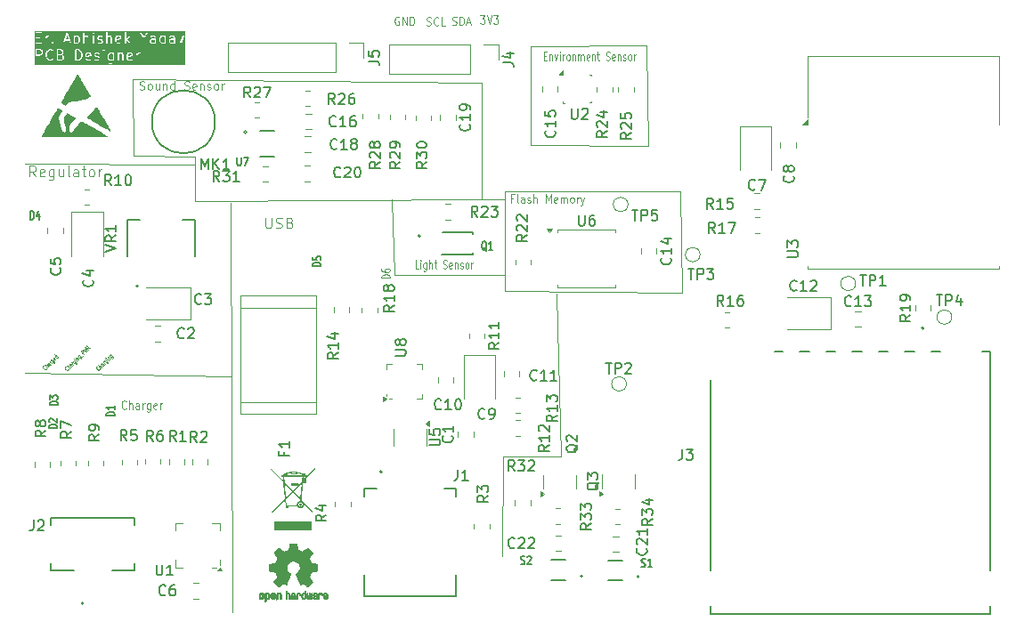
<source format=gbr>
%TF.GenerationSoftware,KiCad,Pcbnew,9.0.3*%
%TF.CreationDate,2025-09-14T19:53:39+05:30*%
%TF.ProjectId,ESP32 IOT,45535033-3220-4494-9f54-2e6b69636164,rev?*%
%TF.SameCoordinates,Original*%
%TF.FileFunction,Legend,Top*%
%TF.FilePolarity,Positive*%
%FSLAX46Y46*%
G04 Gerber Fmt 4.6, Leading zero omitted, Abs format (unit mm)*
G04 Created by KiCad (PCBNEW 9.0.3) date 2025-09-14 19:53:39*
%MOMM*%
%LPD*%
G01*
G04 APERTURE LIST*
%ADD10C,0.075000*%
%ADD11C,0.120000*%
%ADD12C,0.100000*%
%ADD13C,0.150000*%
%ADD14C,0.000000*%
%ADD15C,0.010000*%
%ADD16C,0.127000*%
%ADD17C,0.200000*%
%ADD18C,0.152400*%
G04 APERTURE END LIST*
D10*
X130850706Y-96198274D02*
X130854073Y-96221844D01*
X130854073Y-96221844D02*
X130837237Y-96265617D01*
X130837237Y-96265617D02*
X130817034Y-96285820D01*
X130817034Y-96285820D02*
X130773261Y-96302656D01*
X130773261Y-96302656D02*
X130726120Y-96295922D01*
X130726120Y-96295922D02*
X130689081Y-96279086D01*
X130689081Y-96279086D02*
X130625105Y-96235313D01*
X130625105Y-96235313D02*
X130584699Y-96194907D01*
X130584699Y-96194907D02*
X130540926Y-96130930D01*
X130540926Y-96130930D02*
X130524090Y-96093891D01*
X130524090Y-96093891D02*
X130517355Y-96046751D01*
X130517355Y-96046751D02*
X130534191Y-96002978D01*
X130534191Y-96002978D02*
X130554394Y-95982775D01*
X130554394Y-95982775D02*
X130598168Y-95965939D01*
X130598168Y-95965939D02*
X130621738Y-95969306D01*
X130968557Y-96134297D02*
X130685714Y-95851455D01*
X131059471Y-96043384D02*
X130911315Y-95895228D01*
X130911315Y-95895228D02*
X130874276Y-95878392D01*
X130874276Y-95878392D02*
X130840604Y-95885127D01*
X130840604Y-95885127D02*
X130810300Y-95915431D01*
X130810300Y-95915431D02*
X130803565Y-95949103D01*
X130803565Y-95949103D02*
X130806933Y-95972673D01*
X131251400Y-95851454D02*
X131103244Y-95703299D01*
X131103244Y-95703299D02*
X131066205Y-95686463D01*
X131066205Y-95686463D02*
X131032534Y-95693197D01*
X131032534Y-95693197D02*
X130992127Y-95733603D01*
X130992127Y-95733603D02*
X130985393Y-95767275D01*
X131237931Y-95837986D02*
X131231197Y-95871658D01*
X131231197Y-95871658D02*
X131180689Y-95922165D01*
X131180689Y-95922165D02*
X131147018Y-95928900D01*
X131147018Y-95928900D02*
X131109979Y-95912064D01*
X131109979Y-95912064D02*
X131083041Y-95885126D01*
X131083041Y-95885126D02*
X131066205Y-95848087D01*
X131066205Y-95848087D02*
X131072940Y-95814416D01*
X131072940Y-95814416D02*
X131123447Y-95763908D01*
X131123447Y-95763908D02*
X131130182Y-95730236D01*
X131352416Y-95750439D02*
X131163854Y-95561877D01*
X131217729Y-95615752D02*
X131200893Y-95578713D01*
X131200893Y-95578713D02*
X131197525Y-95555143D01*
X131197525Y-95555143D02*
X131204260Y-95521471D01*
X131204260Y-95521471D02*
X131224463Y-95501268D01*
X131386087Y-95339644D02*
X131615055Y-95568612D01*
X131615055Y-95568612D02*
X131631891Y-95605651D01*
X131631891Y-95605651D02*
X131635258Y-95629221D01*
X131635258Y-95629221D02*
X131628524Y-95662893D01*
X131628524Y-95662893D02*
X131598219Y-95693197D01*
X131598219Y-95693197D02*
X131564547Y-95699932D01*
X131561180Y-95514737D02*
X131554446Y-95548409D01*
X131554446Y-95548409D02*
X131514040Y-95588815D01*
X131514040Y-95588815D02*
X131480368Y-95595549D01*
X131480368Y-95595549D02*
X131456798Y-95592182D01*
X131456798Y-95592182D02*
X131419759Y-95575346D01*
X131419759Y-95575346D02*
X131338947Y-95494534D01*
X131338947Y-95494534D02*
X131322111Y-95457495D01*
X131322111Y-95457495D02*
X131318744Y-95433925D01*
X131318744Y-95433925D02*
X131325478Y-95400253D01*
X131325478Y-95400253D02*
X131365884Y-95359847D01*
X131365884Y-95359847D02*
X131399556Y-95353112D01*
X131675664Y-95427190D02*
X131487103Y-95238628D01*
X131392822Y-95144347D02*
X131396189Y-95167918D01*
X131396189Y-95167918D02*
X131419759Y-95171285D01*
X131419759Y-95171285D02*
X131416392Y-95147714D01*
X131416392Y-95147714D02*
X131392822Y-95144347D01*
X131392822Y-95144347D02*
X131419759Y-95171285D01*
X131588118Y-95137613D02*
X131776680Y-95326175D01*
X131615055Y-95164550D02*
X131611688Y-95140980D01*
X131611688Y-95140980D02*
X131618422Y-95107308D01*
X131618422Y-95107308D02*
X131648727Y-95077004D01*
X131648727Y-95077004D02*
X131682399Y-95070270D01*
X131682399Y-95070270D02*
X131719438Y-95087105D01*
X131719438Y-95087105D02*
X131867593Y-95235261D01*
X131870961Y-94854770D02*
X132099929Y-95083738D01*
X132099929Y-95083738D02*
X132116765Y-95120777D01*
X132116765Y-95120777D02*
X132120132Y-95144347D01*
X132120132Y-95144347D02*
X132113397Y-95178019D01*
X132113397Y-95178019D02*
X132083093Y-95208323D01*
X132083093Y-95208323D02*
X132049421Y-95215058D01*
X132046054Y-95029863D02*
X132039320Y-95063535D01*
X132039320Y-95063535D02*
X131998913Y-95103941D01*
X131998913Y-95103941D02*
X131965242Y-95110675D01*
X131965242Y-95110675D02*
X131941671Y-95107308D01*
X131941671Y-95107308D02*
X131904633Y-95090472D01*
X131904633Y-95090472D02*
X131823820Y-95009660D01*
X131823820Y-95009660D02*
X131806984Y-94972621D01*
X131806984Y-94972621D02*
X131803617Y-94949051D01*
X131803617Y-94949051D02*
X131810352Y-94915379D01*
X131810352Y-94915379D02*
X131850758Y-94874973D01*
X131850758Y-94874973D02*
X131884429Y-94868239D01*
X127853506Y-96249074D02*
X127856873Y-96272644D01*
X127856873Y-96272644D02*
X127840037Y-96316417D01*
X127840037Y-96316417D02*
X127819834Y-96336620D01*
X127819834Y-96336620D02*
X127776061Y-96353456D01*
X127776061Y-96353456D02*
X127728920Y-96346722D01*
X127728920Y-96346722D02*
X127691881Y-96329886D01*
X127691881Y-96329886D02*
X127627905Y-96286113D01*
X127627905Y-96286113D02*
X127587499Y-96245707D01*
X127587499Y-96245707D02*
X127543726Y-96181730D01*
X127543726Y-96181730D02*
X127526890Y-96144691D01*
X127526890Y-96144691D02*
X127520155Y-96097551D01*
X127520155Y-96097551D02*
X127536991Y-96053778D01*
X127536991Y-96053778D02*
X127557194Y-96033575D01*
X127557194Y-96033575D02*
X127600968Y-96016739D01*
X127600968Y-96016739D02*
X127624538Y-96020106D01*
X127971357Y-96185097D02*
X127688514Y-95902255D01*
X128062271Y-96094184D02*
X127914115Y-95946028D01*
X127914115Y-95946028D02*
X127877076Y-95929192D01*
X127877076Y-95929192D02*
X127843404Y-95935927D01*
X127843404Y-95935927D02*
X127813100Y-95966231D01*
X127813100Y-95966231D02*
X127806365Y-95999903D01*
X127806365Y-95999903D02*
X127809733Y-96023473D01*
X128254200Y-95902254D02*
X128106044Y-95754099D01*
X128106044Y-95754099D02*
X128069005Y-95737263D01*
X128069005Y-95737263D02*
X128035334Y-95743997D01*
X128035334Y-95743997D02*
X127994927Y-95784403D01*
X127994927Y-95784403D02*
X127988193Y-95818075D01*
X128240731Y-95888786D02*
X128233997Y-95922458D01*
X128233997Y-95922458D02*
X128183489Y-95972965D01*
X128183489Y-95972965D02*
X128149818Y-95979700D01*
X128149818Y-95979700D02*
X128112779Y-95962864D01*
X128112779Y-95962864D02*
X128085841Y-95935926D01*
X128085841Y-95935926D02*
X128069005Y-95898887D01*
X128069005Y-95898887D02*
X128075740Y-95865216D01*
X128075740Y-95865216D02*
X128126247Y-95814708D01*
X128126247Y-95814708D02*
X128132982Y-95781036D01*
X128355216Y-95801239D02*
X128166654Y-95612677D01*
X128220529Y-95666552D02*
X128203693Y-95629513D01*
X128203693Y-95629513D02*
X128200325Y-95605943D01*
X128200325Y-95605943D02*
X128207060Y-95572271D01*
X128207060Y-95572271D02*
X128227263Y-95552068D01*
X128388887Y-95390444D02*
X128617855Y-95619412D01*
X128617855Y-95619412D02*
X128634691Y-95656451D01*
X128634691Y-95656451D02*
X128638058Y-95680021D01*
X128638058Y-95680021D02*
X128631324Y-95713693D01*
X128631324Y-95713693D02*
X128601019Y-95743997D01*
X128601019Y-95743997D02*
X128567347Y-95750732D01*
X128563980Y-95565537D02*
X128557246Y-95599209D01*
X128557246Y-95599209D02*
X128516840Y-95639615D01*
X128516840Y-95639615D02*
X128483168Y-95646349D01*
X128483168Y-95646349D02*
X128459598Y-95642982D01*
X128459598Y-95642982D02*
X128422559Y-95626146D01*
X128422559Y-95626146D02*
X128341747Y-95545334D01*
X128341747Y-95545334D02*
X128324911Y-95508295D01*
X128324911Y-95508295D02*
X128321544Y-95484725D01*
X128321544Y-95484725D02*
X128328278Y-95451053D01*
X128328278Y-95451053D02*
X128368684Y-95410647D01*
X128368684Y-95410647D02*
X128402356Y-95403912D01*
X128678464Y-95477990D02*
X128489903Y-95289428D01*
X128395622Y-95195147D02*
X128398989Y-95218718D01*
X128398989Y-95218718D02*
X128422559Y-95222085D01*
X128422559Y-95222085D02*
X128419192Y-95198514D01*
X128419192Y-95198514D02*
X128395622Y-95195147D01*
X128395622Y-95195147D02*
X128422559Y-95222085D01*
X128590918Y-95188413D02*
X128779480Y-95376975D01*
X128617855Y-95215350D02*
X128614488Y-95191780D01*
X128614488Y-95191780D02*
X128621222Y-95158108D01*
X128621222Y-95158108D02*
X128651527Y-95127804D01*
X128651527Y-95127804D02*
X128685199Y-95121070D01*
X128685199Y-95121070D02*
X128722238Y-95137905D01*
X128722238Y-95137905D02*
X128870393Y-95286061D01*
X128873761Y-94905570D02*
X129102729Y-95134538D01*
X129102729Y-95134538D02*
X129119565Y-95171577D01*
X129119565Y-95171577D02*
X129122932Y-95195147D01*
X129122932Y-95195147D02*
X129116197Y-95228819D01*
X129116197Y-95228819D02*
X129085893Y-95259123D01*
X129085893Y-95259123D02*
X129052221Y-95265858D01*
X129048854Y-95080663D02*
X129042120Y-95114335D01*
X129042120Y-95114335D02*
X129001713Y-95154741D01*
X129001713Y-95154741D02*
X128968042Y-95161475D01*
X128968042Y-95161475D02*
X128944471Y-95158108D01*
X128944471Y-95158108D02*
X128907433Y-95141272D01*
X128907433Y-95141272D02*
X128826620Y-95060460D01*
X128826620Y-95060460D02*
X128809784Y-95023421D01*
X128809784Y-95023421D02*
X128806417Y-94999851D01*
X128806417Y-94999851D02*
X128813152Y-94966179D01*
X128813152Y-94966179D02*
X128853558Y-94925773D01*
X128853558Y-94925773D02*
X128887229Y-94919039D01*
X129139768Y-95070561D02*
X129301392Y-94908937D01*
X129324962Y-94831492D02*
X129042120Y-94548649D01*
X129042120Y-94548649D02*
X129122932Y-94467837D01*
X129122932Y-94467837D02*
X129156604Y-94461103D01*
X129156604Y-94461103D02*
X129180174Y-94464470D01*
X129180174Y-94464470D02*
X129217213Y-94481306D01*
X129217213Y-94481306D02*
X129257619Y-94521712D01*
X129257619Y-94521712D02*
X129274455Y-94558751D01*
X129274455Y-94558751D02*
X129277822Y-94582321D01*
X129277822Y-94582321D02*
X129271087Y-94615993D01*
X129271087Y-94615993D02*
X129190275Y-94696805D01*
X129234049Y-94356720D02*
X129567399Y-94589056D01*
X129567399Y-94589056D02*
X129405774Y-94346619D01*
X129405774Y-94346619D02*
X129648211Y-94508243D01*
X129648211Y-94508243D02*
X129415876Y-94174893D01*
X129900749Y-94255705D02*
X129695351Y-94191729D01*
X129779531Y-94376924D02*
X129496688Y-94094081D01*
X129496688Y-94094081D02*
X129577500Y-94013269D01*
X129577500Y-94013269D02*
X129611172Y-94006534D01*
X129611172Y-94006534D02*
X129634742Y-94009902D01*
X129634742Y-94009902D02*
X129671781Y-94026737D01*
X129671781Y-94026737D02*
X129712187Y-94067144D01*
X129712187Y-94067144D02*
X129729023Y-94104182D01*
X129729023Y-94104182D02*
X129732390Y-94127753D01*
X129732390Y-94127753D02*
X129725656Y-94161424D01*
X129725656Y-94161424D02*
X129644844Y-94242237D01*
X125770706Y-96147474D02*
X125774073Y-96171044D01*
X125774073Y-96171044D02*
X125757237Y-96214817D01*
X125757237Y-96214817D02*
X125737034Y-96235020D01*
X125737034Y-96235020D02*
X125693261Y-96251856D01*
X125693261Y-96251856D02*
X125646120Y-96245122D01*
X125646120Y-96245122D02*
X125609081Y-96228286D01*
X125609081Y-96228286D02*
X125545105Y-96184513D01*
X125545105Y-96184513D02*
X125504699Y-96144107D01*
X125504699Y-96144107D02*
X125460926Y-96080130D01*
X125460926Y-96080130D02*
X125444090Y-96043091D01*
X125444090Y-96043091D02*
X125437355Y-95995951D01*
X125437355Y-95995951D02*
X125454191Y-95952178D01*
X125454191Y-95952178D02*
X125474394Y-95931975D01*
X125474394Y-95931975D02*
X125518168Y-95915139D01*
X125518168Y-95915139D02*
X125541738Y-95918506D01*
X125888557Y-96083497D02*
X125605714Y-95800655D01*
X125979471Y-95992584D02*
X125831315Y-95844428D01*
X125831315Y-95844428D02*
X125794276Y-95827592D01*
X125794276Y-95827592D02*
X125760604Y-95834327D01*
X125760604Y-95834327D02*
X125730300Y-95864631D01*
X125730300Y-95864631D02*
X125723565Y-95898303D01*
X125723565Y-95898303D02*
X125726933Y-95921873D01*
X126171400Y-95800654D02*
X126023244Y-95652499D01*
X126023244Y-95652499D02*
X125986205Y-95635663D01*
X125986205Y-95635663D02*
X125952534Y-95642397D01*
X125952534Y-95642397D02*
X125912127Y-95682803D01*
X125912127Y-95682803D02*
X125905393Y-95716475D01*
X126157931Y-95787186D02*
X126151197Y-95820858D01*
X126151197Y-95820858D02*
X126100689Y-95871365D01*
X126100689Y-95871365D02*
X126067018Y-95878100D01*
X126067018Y-95878100D02*
X126029979Y-95861264D01*
X126029979Y-95861264D02*
X126003041Y-95834326D01*
X126003041Y-95834326D02*
X125986205Y-95797287D01*
X125986205Y-95797287D02*
X125992940Y-95763616D01*
X125992940Y-95763616D02*
X126043447Y-95713108D01*
X126043447Y-95713108D02*
X126050182Y-95679436D01*
X126272416Y-95699639D02*
X126083854Y-95511077D01*
X126137729Y-95564952D02*
X126120893Y-95527913D01*
X126120893Y-95527913D02*
X126117525Y-95504343D01*
X126117525Y-95504343D02*
X126124260Y-95470671D01*
X126124260Y-95470671D02*
X126144463Y-95450468D01*
X126306087Y-95288844D02*
X126535055Y-95517812D01*
X126535055Y-95517812D02*
X126551891Y-95554851D01*
X126551891Y-95554851D02*
X126555258Y-95578421D01*
X126555258Y-95578421D02*
X126548524Y-95612093D01*
X126548524Y-95612093D02*
X126518219Y-95642397D01*
X126518219Y-95642397D02*
X126484547Y-95649132D01*
X126481180Y-95463937D02*
X126474446Y-95497609D01*
X126474446Y-95497609D02*
X126434040Y-95538015D01*
X126434040Y-95538015D02*
X126400368Y-95544749D01*
X126400368Y-95544749D02*
X126376798Y-95541382D01*
X126376798Y-95541382D02*
X126339759Y-95524546D01*
X126339759Y-95524546D02*
X126258947Y-95443734D01*
X126258947Y-95443734D02*
X126242111Y-95406695D01*
X126242111Y-95406695D02*
X126238744Y-95383125D01*
X126238744Y-95383125D02*
X126245478Y-95349453D01*
X126245478Y-95349453D02*
X126285884Y-95309047D01*
X126285884Y-95309047D02*
X126319556Y-95302312D01*
X126663008Y-95282109D02*
X126656274Y-95315781D01*
X126656274Y-95315781D02*
X126615867Y-95356187D01*
X126615867Y-95356187D02*
X126582196Y-95362921D01*
X126582196Y-95362921D02*
X126545157Y-95346085D01*
X126545157Y-95346085D02*
X126437407Y-95238336D01*
X126437407Y-95238336D02*
X126420571Y-95201297D01*
X126420571Y-95201297D02*
X126427306Y-95167625D01*
X126427306Y-95167625D02*
X126467712Y-95127219D01*
X126467712Y-95127219D02*
X126501384Y-95120485D01*
X126501384Y-95120485D02*
X126538422Y-95137321D01*
X126538422Y-95137321D02*
X126565360Y-95164258D01*
X126565360Y-95164258D02*
X126491282Y-95292211D01*
X126868406Y-95103649D02*
X126585563Y-94820806D01*
X126854937Y-95090180D02*
X126848203Y-95123852D01*
X126848203Y-95123852D02*
X126807797Y-95164258D01*
X126807797Y-95164258D02*
X126774125Y-95170992D01*
X126774125Y-95170992D02*
X126750555Y-95167625D01*
X126750555Y-95167625D02*
X126713516Y-95150789D01*
X126713516Y-95150789D02*
X126632703Y-95069977D01*
X126632703Y-95069977D02*
X126615868Y-95032938D01*
X126615868Y-95032938D02*
X126612500Y-95009368D01*
X126612500Y-95009368D02*
X126619235Y-94975696D01*
X126619235Y-94975696D02*
X126659641Y-94935290D01*
X126659641Y-94935290D02*
X126693313Y-94928556D01*
D11*
G36*
X132101175Y-66243812D02*
G01*
X132101175Y-66741078D01*
X132051772Y-66765779D01*
X131889626Y-66765779D01*
X131815764Y-66728848D01*
X131781914Y-66694997D01*
X131744985Y-66621137D01*
X131744985Y-66363752D01*
X131781915Y-66289891D01*
X131815763Y-66256043D01*
X131889626Y-66219112D01*
X132051772Y-66219112D01*
X132101175Y-66243812D01*
G37*
G36*
X127271622Y-66402030D02*
G01*
X127302338Y-66432747D01*
X127339270Y-66506610D01*
X127339270Y-66621137D01*
X127302338Y-66694999D01*
X127268488Y-66728849D01*
X127194629Y-66765779D01*
X126887842Y-66765779D01*
X126887842Y-66361969D01*
X127151438Y-66361969D01*
X127271622Y-66402030D01*
G37*
G36*
X127220871Y-65922709D02*
G01*
X127254719Y-65956557D01*
X127291651Y-66030420D01*
X127291651Y-66097328D01*
X127254719Y-66171190D01*
X127220871Y-66205038D01*
X127147010Y-66241969D01*
X126887842Y-66241969D01*
X126887842Y-65885779D01*
X127147010Y-65885779D01*
X127220871Y-65922709D01*
G37*
G36*
X128938289Y-65925840D02*
G01*
X129016624Y-66004175D01*
X129056944Y-66084816D01*
X129101175Y-66261738D01*
X129101175Y-66389819D01*
X129056944Y-66566741D01*
X129016624Y-66647382D01*
X128938288Y-66725718D01*
X128818105Y-66765779D01*
X128649747Y-66765779D01*
X128649747Y-65885779D01*
X128818105Y-65885779D01*
X128938289Y-65925840D01*
G37*
G36*
X129925976Y-66251451D02*
G01*
X129958318Y-66316134D01*
X129958318Y-66348018D01*
X129602128Y-66419256D01*
X129602128Y-66316133D01*
X129634467Y-66251453D01*
X129699150Y-66219112D01*
X129861296Y-66219112D01*
X129925976Y-66251451D01*
G37*
G36*
X133878357Y-66251451D02*
G01*
X133910699Y-66316134D01*
X133910699Y-66348018D01*
X133554509Y-66419256D01*
X133554509Y-66316133D01*
X133586848Y-66251453D01*
X133651531Y-66219112D01*
X133813677Y-66219112D01*
X133878357Y-66251451D01*
G37*
G36*
X125268490Y-65922709D02*
G01*
X125302338Y-65956557D01*
X125339270Y-66030420D01*
X125339270Y-66144947D01*
X125302338Y-66218809D01*
X125268490Y-66252657D01*
X125194629Y-66289588D01*
X124887842Y-66289588D01*
X124887842Y-65885779D01*
X125194629Y-65885779D01*
X125268490Y-65922709D01*
G37*
G36*
X128792300Y-64646098D02*
G01*
X128826148Y-64679946D01*
X128863080Y-64753809D01*
X128863080Y-65011193D01*
X128826148Y-65085055D01*
X128792298Y-65118905D01*
X128718439Y-65155835D01*
X128556293Y-65155835D01*
X128506890Y-65131133D01*
X128506890Y-64633869D01*
X128556293Y-64609168D01*
X128718439Y-64609168D01*
X128792300Y-64646098D01*
G37*
G36*
X132783119Y-64641507D02*
G01*
X132815461Y-64706190D01*
X132815461Y-64738074D01*
X132459271Y-64809312D01*
X132459271Y-64706189D01*
X132491610Y-64641509D01*
X132556293Y-64609168D01*
X132718439Y-64609168D01*
X132783119Y-64641507D01*
G37*
G36*
X136101176Y-65131134D02*
G01*
X136051773Y-65155835D01*
X135842008Y-65155835D01*
X135777326Y-65123494D01*
X135744986Y-65058812D01*
X135744986Y-64991903D01*
X135777325Y-64927223D01*
X135842008Y-64894882D01*
X136065938Y-64894882D01*
X136068885Y-64894295D01*
X136070191Y-64894731D01*
X136079466Y-64892191D01*
X136088899Y-64890315D01*
X136089872Y-64889341D01*
X136092771Y-64888548D01*
X136101176Y-64884345D01*
X136101176Y-65131134D01*
G37*
G36*
X137005938Y-64633868D02*
G01*
X137005938Y-65131134D01*
X136956535Y-65155835D01*
X136794389Y-65155835D01*
X136720527Y-65118904D01*
X136686677Y-65085053D01*
X136649748Y-65011193D01*
X136649748Y-64753808D01*
X136686678Y-64679947D01*
X136720526Y-64646099D01*
X136794389Y-64609168D01*
X136956535Y-64609168D01*
X137005938Y-64633868D01*
G37*
G36*
X137910700Y-65131134D02*
G01*
X137861297Y-65155835D01*
X137651532Y-65155835D01*
X137586850Y-65123494D01*
X137554510Y-65058812D01*
X137554510Y-64991903D01*
X137586849Y-64927223D01*
X137651532Y-64894882D01*
X137875462Y-64894882D01*
X137878409Y-64894295D01*
X137879715Y-64894731D01*
X137888990Y-64892191D01*
X137898423Y-64890315D01*
X137899396Y-64889341D01*
X137902295Y-64888548D01*
X137910700Y-64884345D01*
X137910700Y-65131134D01*
G37*
G36*
X127935072Y-64870120D02*
G01*
X127625374Y-64870120D01*
X127780223Y-64405572D01*
X127935072Y-64870120D01*
G37*
G36*
X138998880Y-67330223D02*
G01*
X124656731Y-67330223D01*
X124656731Y-65825779D01*
X124767842Y-65825779D01*
X124767842Y-66825779D01*
X124772409Y-66848740D01*
X124804881Y-66881212D01*
X124850803Y-66881212D01*
X124883275Y-66848740D01*
X124887842Y-66825779D01*
X124887842Y-66409588D01*
X125208794Y-66409588D01*
X125211741Y-66409001D01*
X125213047Y-66409437D01*
X125222322Y-66406897D01*
X125231755Y-66405021D01*
X125232728Y-66404047D01*
X125235627Y-66403254D01*
X125330865Y-66355635D01*
X125338466Y-66349734D01*
X125346458Y-66344395D01*
X125394077Y-66296777D01*
X125399419Y-66288781D01*
X125405317Y-66281183D01*
X125418733Y-66254350D01*
X125720223Y-66254350D01*
X125720223Y-66397207D01*
X125721656Y-66404414D01*
X125722014Y-66411759D01*
X125769633Y-66602235D01*
X125772440Y-66608177D01*
X125774176Y-66614516D01*
X125821795Y-66709754D01*
X125827690Y-66717350D01*
X125833034Y-66725347D01*
X125928273Y-66820586D01*
X125930771Y-66822255D01*
X125931387Y-66823487D01*
X125939742Y-66828250D01*
X125947738Y-66833593D01*
X125949115Y-66833593D01*
X125951725Y-66835081D01*
X126094582Y-66882700D01*
X126104122Y-66883902D01*
X126113556Y-66885779D01*
X126208794Y-66885779D01*
X126218227Y-66883902D01*
X126227768Y-66882700D01*
X126370624Y-66835081D01*
X126373235Y-66833593D01*
X126374613Y-66833593D01*
X126382610Y-66828248D01*
X126390963Y-66823488D01*
X126391579Y-66822255D01*
X126394078Y-66820586D01*
X126441697Y-66772966D01*
X126454703Y-66753501D01*
X126454703Y-66707578D01*
X126422230Y-66675107D01*
X126376308Y-66675107D01*
X126356843Y-66688114D01*
X126319239Y-66725718D01*
X126199057Y-66765779D01*
X126123292Y-66765779D01*
X126003110Y-66725718D01*
X125924771Y-66647378D01*
X125884453Y-66566741D01*
X125840223Y-66389819D01*
X125840223Y-66261738D01*
X125884453Y-66084815D01*
X125924772Y-66004176D01*
X126003108Y-65925840D01*
X126123292Y-65885779D01*
X126199057Y-65885779D01*
X126319241Y-65925840D01*
X126356843Y-65963443D01*
X126376309Y-65976450D01*
X126422231Y-65976450D01*
X126454703Y-65943978D01*
X126454703Y-65898056D01*
X126441696Y-65878590D01*
X126394077Y-65830972D01*
X126391579Y-65829303D01*
X126390963Y-65828070D01*
X126386944Y-65825779D01*
X126767842Y-65825779D01*
X126767842Y-66825779D01*
X126772409Y-66848740D01*
X126804881Y-66881212D01*
X126827842Y-66885779D01*
X127208794Y-66885779D01*
X127211741Y-66885192D01*
X127213047Y-66885628D01*
X127222322Y-66883088D01*
X127231755Y-66881212D01*
X127232728Y-66880238D01*
X127235627Y-66879445D01*
X127330865Y-66831826D01*
X127338460Y-66825930D01*
X127346459Y-66820586D01*
X127394078Y-66772966D01*
X127399421Y-66764969D01*
X127405317Y-66757373D01*
X127452935Y-66662135D01*
X127453728Y-66659237D01*
X127454703Y-66658263D01*
X127456579Y-66648826D01*
X127459119Y-66639556D01*
X127458683Y-66638249D01*
X127459270Y-66635302D01*
X127459270Y-66492445D01*
X127458683Y-66489497D01*
X127459119Y-66488191D01*
X127456579Y-66478920D01*
X127454703Y-66469484D01*
X127453728Y-66468509D01*
X127452935Y-66465612D01*
X127405317Y-66370374D01*
X127399419Y-66362775D01*
X127394077Y-66354780D01*
X127346458Y-66307162D01*
X127343960Y-66305493D01*
X127343344Y-66304260D01*
X127334985Y-66299495D01*
X127326993Y-66294155D01*
X127325616Y-66294155D01*
X127323005Y-66292667D01*
X127307962Y-66287652D01*
X127346458Y-66249158D01*
X127351800Y-66241162D01*
X127357698Y-66233564D01*
X127405316Y-66138326D01*
X127406109Y-66135428D01*
X127407084Y-66134454D01*
X127408960Y-66125017D01*
X127411500Y-66115747D01*
X127411064Y-66114440D01*
X127411651Y-66111493D01*
X127411651Y-66016255D01*
X127411064Y-66013307D01*
X127411500Y-66012001D01*
X127408960Y-66002730D01*
X127407084Y-65993294D01*
X127406109Y-65992319D01*
X127405316Y-65989422D01*
X127357698Y-65894184D01*
X127351800Y-65886585D01*
X127346458Y-65878590D01*
X127298839Y-65830972D01*
X127291067Y-65825779D01*
X128529747Y-65825779D01*
X128529747Y-66825779D01*
X128534314Y-66848740D01*
X128566786Y-66881212D01*
X128589747Y-66885779D01*
X128827842Y-66885779D01*
X128837275Y-66883902D01*
X128846816Y-66882700D01*
X128989672Y-66835081D01*
X128992283Y-66833593D01*
X128993660Y-66833593D01*
X129001654Y-66828250D01*
X129010011Y-66823488D01*
X129010627Y-66822255D01*
X129013126Y-66820586D01*
X129108364Y-66725347D01*
X129113707Y-66717350D01*
X129119603Y-66709754D01*
X129167221Y-66614516D01*
X129168956Y-66608180D01*
X129171765Y-66602235D01*
X129219384Y-66411759D01*
X129219741Y-66404414D01*
X129221175Y-66397207D01*
X129221175Y-66301969D01*
X129482128Y-66301969D01*
X129482128Y-66682921D01*
X129482714Y-66685868D01*
X129482279Y-66687174D01*
X129484818Y-66696449D01*
X129486695Y-66705882D01*
X129487668Y-66706855D01*
X129488462Y-66709754D01*
X129536081Y-66804992D01*
X129543406Y-66814431D01*
X129544420Y-66817472D01*
X129547804Y-66820099D01*
X129550434Y-66823487D01*
X129553476Y-66824501D01*
X129562914Y-66831826D01*
X129658152Y-66879444D01*
X129661049Y-66880237D01*
X129662024Y-66881212D01*
X129671460Y-66883088D01*
X129680731Y-66885628D01*
X129682037Y-66885192D01*
X129684985Y-66885779D01*
X129875461Y-66885779D01*
X129878408Y-66885192D01*
X129879714Y-66885628D01*
X129888989Y-66883088D01*
X129898422Y-66881212D01*
X129899395Y-66880238D01*
X129902294Y-66879445D01*
X129997532Y-66831826D01*
X130016026Y-66817472D01*
X130030548Y-66773907D01*
X130010011Y-66732833D01*
X129966445Y-66718311D01*
X129943866Y-66724495D01*
X129861296Y-66765779D01*
X129699150Y-66765779D01*
X129634468Y-66733438D01*
X129602128Y-66668756D01*
X129602128Y-66541633D01*
X130030085Y-66456042D01*
X130038274Y-66452640D01*
X130041279Y-66452640D01*
X130043414Y-66450504D01*
X130051704Y-66447061D01*
X130061395Y-66432523D01*
X130073751Y-66420168D01*
X130075502Y-66411363D01*
X130077177Y-66408851D01*
X130076587Y-66405905D01*
X130078318Y-66397207D01*
X130078318Y-66301969D01*
X130339271Y-66301969D01*
X130339271Y-66349588D01*
X130339857Y-66352535D01*
X130339422Y-66353841D01*
X130341961Y-66363116D01*
X130343838Y-66372549D01*
X130344811Y-66373522D01*
X130345605Y-66376421D01*
X130393224Y-66471659D01*
X130400549Y-66481097D01*
X130401563Y-66484138D01*
X130404949Y-66486766D01*
X130407578Y-66490153D01*
X130410618Y-66491166D01*
X130420057Y-66498492D01*
X130515295Y-66546110D01*
X130518192Y-66546903D01*
X130519167Y-66547878D01*
X130528603Y-66549754D01*
X130537874Y-66552294D01*
X130539180Y-66551858D01*
X130542128Y-66552445D01*
X130670820Y-66552445D01*
X130735500Y-66584784D01*
X130767842Y-66649467D01*
X130767842Y-66668757D01*
X130735500Y-66733439D01*
X130670820Y-66765779D01*
X130508674Y-66765779D01*
X130426104Y-66724494D01*
X130403524Y-66718311D01*
X130359959Y-66732833D01*
X130339422Y-66773907D01*
X130353944Y-66817472D01*
X130372438Y-66831826D01*
X130467676Y-66879444D01*
X130470573Y-66880237D01*
X130471548Y-66881212D01*
X130480984Y-66883088D01*
X130490255Y-66885628D01*
X130491561Y-66885192D01*
X130494509Y-66885779D01*
X130684985Y-66885779D01*
X130687932Y-66885192D01*
X130689238Y-66885628D01*
X130698513Y-66883088D01*
X130707946Y-66881212D01*
X130708919Y-66880238D01*
X130711818Y-66879445D01*
X130807056Y-66831826D01*
X130816493Y-66824501D01*
X130819536Y-66823487D01*
X130822165Y-66820098D01*
X130825550Y-66817472D01*
X130826563Y-66814432D01*
X130833889Y-66804993D01*
X130881508Y-66709754D01*
X130882301Y-66706855D01*
X130883275Y-66705882D01*
X130885151Y-66696449D01*
X130887691Y-66687174D01*
X130887255Y-66685868D01*
X130887842Y-66682921D01*
X130887842Y-66635302D01*
X130887255Y-66632354D01*
X130887691Y-66631048D01*
X130885151Y-66621777D01*
X130883275Y-66612341D01*
X130882300Y-66611366D01*
X130881507Y-66608469D01*
X130833889Y-66513231D01*
X130826563Y-66503792D01*
X130825550Y-66500752D01*
X130822163Y-66498123D01*
X130819535Y-66494737D01*
X130816494Y-66493723D01*
X130807056Y-66486398D01*
X130711818Y-66438779D01*
X130708919Y-66437985D01*
X130707946Y-66437012D01*
X130698513Y-66435135D01*
X130689238Y-66432596D01*
X130687932Y-66433031D01*
X130684985Y-66432445D01*
X130556293Y-66432445D01*
X130491610Y-66400103D01*
X130459271Y-66335423D01*
X130459271Y-66316133D01*
X130491610Y-66251453D01*
X130556293Y-66219112D01*
X130670820Y-66219112D01*
X130753390Y-66260396D01*
X130775969Y-66266580D01*
X130819535Y-66252058D01*
X130840072Y-66210984D01*
X130825550Y-66167419D01*
X130814847Y-66159112D01*
X131196414Y-66159112D01*
X131196414Y-66825779D01*
X131200981Y-66848740D01*
X131233453Y-66881212D01*
X131279375Y-66881212D01*
X131311847Y-66848740D01*
X131316414Y-66825779D01*
X131316414Y-66349588D01*
X131624985Y-66349588D01*
X131624985Y-66635302D01*
X131625571Y-66638249D01*
X131625136Y-66639555D01*
X131627675Y-66648830D01*
X131629552Y-66658263D01*
X131630525Y-66659236D01*
X131631319Y-66662135D01*
X131678938Y-66757373D01*
X131684833Y-66764969D01*
X131690177Y-66772966D01*
X131737796Y-66820586D01*
X131745794Y-66825930D01*
X131753390Y-66831826D01*
X131848628Y-66879444D01*
X131851525Y-66880237D01*
X131852500Y-66881212D01*
X131861936Y-66883088D01*
X131871207Y-66885628D01*
X131872513Y-66885192D01*
X131875461Y-66885779D01*
X132065937Y-66885779D01*
X132068884Y-66885192D01*
X132070190Y-66885628D01*
X132079465Y-66883088D01*
X132088898Y-66881212D01*
X132089871Y-66880238D01*
X132092770Y-66879445D01*
X132101175Y-66875242D01*
X132101175Y-66954471D01*
X132064243Y-67028333D01*
X132030395Y-67062181D01*
X131956534Y-67099112D01*
X131842007Y-67099112D01*
X131759437Y-67057827D01*
X131736857Y-67051644D01*
X131693292Y-67066166D01*
X131672755Y-67107240D01*
X131687277Y-67150805D01*
X131705771Y-67165159D01*
X131801009Y-67212777D01*
X131803906Y-67213570D01*
X131804881Y-67214545D01*
X131814317Y-67216421D01*
X131823588Y-67218961D01*
X131824894Y-67218525D01*
X131827842Y-67219112D01*
X131970699Y-67219112D01*
X131973646Y-67218525D01*
X131974952Y-67218961D01*
X131984227Y-67216421D01*
X131993660Y-67214545D01*
X131994633Y-67213571D01*
X131997532Y-67212778D01*
X132092770Y-67165159D01*
X132100371Y-67159258D01*
X132108363Y-67153919D01*
X132155982Y-67106301D01*
X132161324Y-67098305D01*
X132167222Y-67090707D01*
X132214840Y-66995469D01*
X132215633Y-66992571D01*
X132216608Y-66991597D01*
X132218484Y-66982160D01*
X132221024Y-66972890D01*
X132220588Y-66971583D01*
X132221175Y-66968636D01*
X132221175Y-66159112D01*
X132577366Y-66159112D01*
X132577366Y-66825779D01*
X132581933Y-66848740D01*
X132614405Y-66881212D01*
X132660327Y-66881212D01*
X132692799Y-66848740D01*
X132697366Y-66825779D01*
X132697366Y-66279202D01*
X132720525Y-66256043D01*
X132794388Y-66219112D01*
X132908915Y-66219112D01*
X132973595Y-66251451D01*
X133005937Y-66316134D01*
X133005937Y-66825779D01*
X133010504Y-66848740D01*
X133042976Y-66881212D01*
X133088898Y-66881212D01*
X133121370Y-66848740D01*
X133125937Y-66825779D01*
X133125937Y-66301969D01*
X133434509Y-66301969D01*
X133434509Y-66682921D01*
X133435095Y-66685868D01*
X133434660Y-66687174D01*
X133437199Y-66696449D01*
X133439076Y-66705882D01*
X133440049Y-66706855D01*
X133440843Y-66709754D01*
X133488462Y-66804992D01*
X133495787Y-66814431D01*
X133496801Y-66817472D01*
X133500185Y-66820099D01*
X133502815Y-66823487D01*
X133505857Y-66824501D01*
X133515295Y-66831826D01*
X133610533Y-66879444D01*
X133613430Y-66880237D01*
X133614405Y-66881212D01*
X133623841Y-66883088D01*
X133633112Y-66885628D01*
X133634418Y-66885192D01*
X133637366Y-66885779D01*
X133827842Y-66885779D01*
X133830789Y-66885192D01*
X133832095Y-66885628D01*
X133841370Y-66883088D01*
X133850803Y-66881212D01*
X133851776Y-66880238D01*
X133854675Y-66879445D01*
X133949913Y-66831826D01*
X133968407Y-66817472D01*
X133982929Y-66773907D01*
X133962392Y-66732833D01*
X133918826Y-66718311D01*
X133896247Y-66724495D01*
X133813677Y-66765779D01*
X133651531Y-66765779D01*
X133586849Y-66733438D01*
X133554509Y-66668756D01*
X133554509Y-66541633D01*
X133982466Y-66456042D01*
X133990655Y-66452640D01*
X133993660Y-66452640D01*
X133995795Y-66450504D01*
X134004085Y-66447061D01*
X134013776Y-66432523D01*
X134026132Y-66420168D01*
X134027883Y-66411363D01*
X134029558Y-66408851D01*
X134028968Y-66405905D01*
X134030699Y-66397207D01*
X134030699Y-66301969D01*
X134030112Y-66299021D01*
X134030548Y-66297715D01*
X134028008Y-66288444D01*
X134026132Y-66279008D01*
X134025157Y-66278033D01*
X134024364Y-66275136D01*
X133976746Y-66179898D01*
X133969420Y-66170459D01*
X133968407Y-66167419D01*
X133965020Y-66164790D01*
X133962392Y-66161404D01*
X133959351Y-66160390D01*
X133957704Y-66159112D01*
X134339271Y-66159112D01*
X134339271Y-66825779D01*
X134343838Y-66848740D01*
X134376310Y-66881212D01*
X134422232Y-66881212D01*
X134454704Y-66848740D01*
X134459271Y-66825779D01*
X134459271Y-66363752D01*
X134496201Y-66289891D01*
X134530049Y-66256043D01*
X134603912Y-66219112D01*
X134684985Y-66219112D01*
X134707946Y-66214545D01*
X134740418Y-66182073D01*
X134740418Y-66136151D01*
X134707946Y-66103679D01*
X134684985Y-66099112D01*
X134589747Y-66099112D01*
X134586799Y-66099698D01*
X134585493Y-66099263D01*
X134576222Y-66101802D01*
X134566786Y-66103679D01*
X134565811Y-66104653D01*
X134562914Y-66105447D01*
X134467676Y-66153065D01*
X134460077Y-66158962D01*
X134459271Y-66159501D01*
X134459271Y-66159112D01*
X134454704Y-66136151D01*
X134422232Y-66103679D01*
X134376310Y-66103679D01*
X134343838Y-66136151D01*
X134339271Y-66159112D01*
X133957704Y-66159112D01*
X133949913Y-66153065D01*
X133854675Y-66105446D01*
X133851776Y-66104652D01*
X133850803Y-66103679D01*
X133841370Y-66101802D01*
X133832095Y-66099263D01*
X133830789Y-66099698D01*
X133827842Y-66099112D01*
X133637366Y-66099112D01*
X133634418Y-66099698D01*
X133633112Y-66099263D01*
X133623841Y-66101802D01*
X133614405Y-66103679D01*
X133613430Y-66104653D01*
X133610533Y-66105447D01*
X133515295Y-66153065D01*
X133505856Y-66160390D01*
X133502816Y-66161404D01*
X133500187Y-66164790D01*
X133496801Y-66167419D01*
X133495787Y-66170459D01*
X133488462Y-66179898D01*
X133440843Y-66275136D01*
X133440049Y-66278034D01*
X133439076Y-66279008D01*
X133437199Y-66288440D01*
X133434660Y-66297716D01*
X133435095Y-66299021D01*
X133434509Y-66301969D01*
X133125937Y-66301969D01*
X133125350Y-66299021D01*
X133125786Y-66297715D01*
X133123246Y-66288444D01*
X133121370Y-66279008D01*
X133120395Y-66278033D01*
X133119602Y-66275136D01*
X133071984Y-66179898D01*
X133064658Y-66170459D01*
X133063645Y-66167419D01*
X133060258Y-66164790D01*
X133057630Y-66161404D01*
X133054589Y-66160390D01*
X133045151Y-66153065D01*
X132949913Y-66105446D01*
X132947014Y-66104652D01*
X132946041Y-66103679D01*
X132936608Y-66101802D01*
X132927333Y-66099263D01*
X132926027Y-66099698D01*
X132923080Y-66099112D01*
X132780223Y-66099112D01*
X132777275Y-66099698D01*
X132775969Y-66099263D01*
X132766698Y-66101802D01*
X132757262Y-66103679D01*
X132756287Y-66104653D01*
X132753390Y-66105447D01*
X132692526Y-66135878D01*
X132660327Y-66103679D01*
X132614405Y-66103679D01*
X132581933Y-66136151D01*
X132577366Y-66159112D01*
X132221175Y-66159112D01*
X132216608Y-66136151D01*
X132184136Y-66103679D01*
X132138214Y-66103679D01*
X132121888Y-66120005D01*
X132092770Y-66105446D01*
X132089871Y-66104652D01*
X132088898Y-66103679D01*
X132079465Y-66101802D01*
X132070190Y-66099263D01*
X132068884Y-66099698D01*
X132065937Y-66099112D01*
X131875461Y-66099112D01*
X131872513Y-66099698D01*
X131871207Y-66099263D01*
X131861936Y-66101802D01*
X131852500Y-66103679D01*
X131851525Y-66104653D01*
X131848628Y-66105447D01*
X131753390Y-66153065D01*
X131745791Y-66158962D01*
X131737796Y-66164305D01*
X131690178Y-66211924D01*
X131684838Y-66219915D01*
X131678938Y-66227517D01*
X131631319Y-66322755D01*
X131630525Y-66325653D01*
X131629552Y-66326627D01*
X131627675Y-66336059D01*
X131625136Y-66345335D01*
X131625571Y-66346640D01*
X131624985Y-66349588D01*
X131316414Y-66349588D01*
X131316414Y-66159112D01*
X131311847Y-66136151D01*
X131279375Y-66103679D01*
X131233453Y-66103679D01*
X131200981Y-66136151D01*
X131196414Y-66159112D01*
X130814847Y-66159112D01*
X130807056Y-66153065D01*
X130711818Y-66105446D01*
X130708919Y-66104652D01*
X130707946Y-66103679D01*
X130698513Y-66101802D01*
X130689238Y-66099263D01*
X130687932Y-66099698D01*
X130684985Y-66099112D01*
X130542128Y-66099112D01*
X130539180Y-66099698D01*
X130537874Y-66099263D01*
X130528603Y-66101802D01*
X130519167Y-66103679D01*
X130518192Y-66104653D01*
X130515295Y-66105447D01*
X130420057Y-66153065D01*
X130410618Y-66160390D01*
X130407578Y-66161404D01*
X130404949Y-66164790D01*
X130401563Y-66167419D01*
X130400549Y-66170459D01*
X130393224Y-66179898D01*
X130345605Y-66275136D01*
X130344811Y-66278034D01*
X130343838Y-66279008D01*
X130341961Y-66288440D01*
X130339422Y-66297716D01*
X130339857Y-66299021D01*
X130339271Y-66301969D01*
X130078318Y-66301969D01*
X130077731Y-66299021D01*
X130078167Y-66297715D01*
X130075627Y-66288444D01*
X130073751Y-66279008D01*
X130072776Y-66278033D01*
X130071983Y-66275136D01*
X130024365Y-66179898D01*
X130017039Y-66170459D01*
X130016026Y-66167419D01*
X130012639Y-66164790D01*
X130010011Y-66161404D01*
X130006970Y-66160390D01*
X129997532Y-66153065D01*
X129902294Y-66105446D01*
X129899395Y-66104652D01*
X129898422Y-66103679D01*
X129888989Y-66101802D01*
X129879714Y-66099263D01*
X129878408Y-66099698D01*
X129875461Y-66099112D01*
X129684985Y-66099112D01*
X129682037Y-66099698D01*
X129680731Y-66099263D01*
X129671460Y-66101802D01*
X129662024Y-66103679D01*
X129661049Y-66104653D01*
X129658152Y-66105447D01*
X129562914Y-66153065D01*
X129553475Y-66160390D01*
X129550435Y-66161404D01*
X129547806Y-66164790D01*
X129544420Y-66167419D01*
X129543406Y-66170459D01*
X129536081Y-66179898D01*
X129488462Y-66275136D01*
X129487668Y-66278034D01*
X129486695Y-66279008D01*
X129484818Y-66288440D01*
X129482279Y-66297716D01*
X129482714Y-66299021D01*
X129482128Y-66301969D01*
X129221175Y-66301969D01*
X129221175Y-66254350D01*
X129219741Y-66247142D01*
X129219384Y-66239798D01*
X129171765Y-66049322D01*
X129168956Y-66043376D01*
X129167221Y-66037041D01*
X129119603Y-65941803D01*
X129113702Y-65934201D01*
X129108363Y-65926210D01*
X129032590Y-65850437D01*
X131153362Y-65850437D01*
X131153362Y-65896359D01*
X131166369Y-65915824D01*
X131213987Y-65963443D01*
X131233453Y-65976450D01*
X131279375Y-65976450D01*
X131298840Y-65963443D01*
X131346459Y-65915825D01*
X131359466Y-65896359D01*
X131359466Y-65850437D01*
X131346459Y-65830971D01*
X131298840Y-65783353D01*
X131279375Y-65770346D01*
X131233453Y-65770346D01*
X131213987Y-65783353D01*
X131166369Y-65830972D01*
X131153362Y-65850437D01*
X129032590Y-65850437D01*
X129013125Y-65830972D01*
X129010627Y-65829303D01*
X129010011Y-65828070D01*
X129001652Y-65823305D01*
X128993660Y-65817965D01*
X128992283Y-65817965D01*
X128989672Y-65816477D01*
X128846816Y-65768858D01*
X128837275Y-65767655D01*
X128827842Y-65765779D01*
X128589747Y-65765779D01*
X128566786Y-65770346D01*
X128534314Y-65802818D01*
X128529747Y-65825779D01*
X127291067Y-65825779D01*
X127290847Y-65825632D01*
X127283246Y-65819732D01*
X127188008Y-65772113D01*
X127185109Y-65771319D01*
X127184136Y-65770346D01*
X127174703Y-65768469D01*
X127165428Y-65765930D01*
X127164122Y-65766365D01*
X127161175Y-65765779D01*
X126827842Y-65765779D01*
X126804881Y-65770346D01*
X126772409Y-65802818D01*
X126767842Y-65825779D01*
X126386944Y-65825779D01*
X126382604Y-65823305D01*
X126374612Y-65817965D01*
X126373235Y-65817965D01*
X126370624Y-65816477D01*
X126227768Y-65768858D01*
X126218227Y-65767655D01*
X126208794Y-65765779D01*
X126113556Y-65765779D01*
X126104122Y-65767655D01*
X126094582Y-65768858D01*
X125951725Y-65816477D01*
X125949115Y-65817965D01*
X125947738Y-65817965D01*
X125939742Y-65823307D01*
X125931387Y-65828071D01*
X125930771Y-65829302D01*
X125928273Y-65830972D01*
X125833035Y-65926210D01*
X125827695Y-65934201D01*
X125821795Y-65941803D01*
X125774176Y-66037041D01*
X125772440Y-66043379D01*
X125769633Y-66049322D01*
X125722014Y-66239798D01*
X125721656Y-66247142D01*
X125720223Y-66254350D01*
X125418733Y-66254350D01*
X125452935Y-66185945D01*
X125453728Y-66183047D01*
X125454703Y-66182073D01*
X125456579Y-66172636D01*
X125459119Y-66163366D01*
X125458683Y-66162059D01*
X125459270Y-66159112D01*
X125459270Y-66016255D01*
X125458683Y-66013307D01*
X125459119Y-66012001D01*
X125456579Y-66002730D01*
X125454703Y-65993294D01*
X125453728Y-65992319D01*
X125452935Y-65989422D01*
X125405317Y-65894184D01*
X125399419Y-65886585D01*
X125394077Y-65878590D01*
X125346458Y-65830972D01*
X125338466Y-65825632D01*
X125330865Y-65819732D01*
X125235627Y-65772113D01*
X125232728Y-65771319D01*
X125231755Y-65770346D01*
X125222322Y-65768469D01*
X125213047Y-65765930D01*
X125211741Y-65766365D01*
X125208794Y-65765779D01*
X124827842Y-65765779D01*
X124804881Y-65770346D01*
X124772409Y-65802818D01*
X124767842Y-65825779D01*
X124656731Y-65825779D01*
X124656731Y-64215835D01*
X124767842Y-64215835D01*
X124767842Y-65215835D01*
X124772409Y-65238796D01*
X124804881Y-65271268D01*
X124827842Y-65275835D01*
X125304032Y-65275835D01*
X125326993Y-65271268D01*
X125359465Y-65238796D01*
X125359465Y-65192874D01*
X125326993Y-65160402D01*
X125304032Y-65155835D01*
X124887842Y-65155835D01*
X124887842Y-64752025D01*
X125161175Y-64752025D01*
X125184136Y-64747458D01*
X125216608Y-64714986D01*
X125216608Y-64669064D01*
X125184136Y-64636592D01*
X125161175Y-64632025D01*
X124887842Y-64632025D01*
X124887842Y-64549168D01*
X125672604Y-64549168D01*
X125672604Y-65215835D01*
X125677171Y-65238796D01*
X125709643Y-65271268D01*
X125755565Y-65271268D01*
X125788037Y-65238796D01*
X125792604Y-65215835D01*
X125792604Y-65145255D01*
X126248600Y-65145255D01*
X126248600Y-65191178D01*
X126248602Y-65191180D01*
X126261607Y-65210642D01*
X126309225Y-65258261D01*
X126328691Y-65271268D01*
X126374613Y-65271268D01*
X126394078Y-65258261D01*
X126432252Y-65220088D01*
X127387041Y-65220088D01*
X127407578Y-65261162D01*
X127451143Y-65275684D01*
X127492217Y-65255147D01*
X127503811Y-65234809D01*
X127585374Y-64990120D01*
X127975072Y-64990120D01*
X128056635Y-65234808D01*
X128068228Y-65255147D01*
X128109303Y-65275684D01*
X128152868Y-65261162D01*
X128173405Y-65220088D01*
X128170477Y-65196861D01*
X127843469Y-64215835D01*
X128386890Y-64215835D01*
X128386890Y-65215835D01*
X128391457Y-65238796D01*
X128423929Y-65271268D01*
X128469851Y-65271268D01*
X128486177Y-65254941D01*
X128515295Y-65269500D01*
X128518192Y-65270293D01*
X128519167Y-65271268D01*
X128528603Y-65273144D01*
X128537874Y-65275684D01*
X128539180Y-65275248D01*
X128542128Y-65275835D01*
X128732604Y-65275835D01*
X128735551Y-65275248D01*
X128736857Y-65275684D01*
X128746132Y-65273144D01*
X128755565Y-65271268D01*
X128756538Y-65270294D01*
X128759437Y-65269501D01*
X128854675Y-65221882D01*
X128862270Y-65215986D01*
X128870269Y-65210642D01*
X128917888Y-65163022D01*
X128923231Y-65155025D01*
X128929127Y-65147429D01*
X128976745Y-65052191D01*
X128977538Y-65049293D01*
X128978513Y-65048319D01*
X128980389Y-65038882D01*
X128982929Y-65029612D01*
X128982493Y-65028305D01*
X128983080Y-65025358D01*
X128983080Y-64739644D01*
X128982493Y-64736696D01*
X128982929Y-64735390D01*
X128980389Y-64726119D01*
X128978513Y-64716683D01*
X128977538Y-64715708D01*
X128976745Y-64712811D01*
X128929127Y-64617573D01*
X128923229Y-64609974D01*
X128917887Y-64601979D01*
X128870268Y-64554361D01*
X128862276Y-64549021D01*
X128854675Y-64543121D01*
X128759437Y-64495502D01*
X128756538Y-64494708D01*
X128755565Y-64493735D01*
X128746132Y-64491858D01*
X128736857Y-64489319D01*
X128735551Y-64489754D01*
X128732604Y-64489168D01*
X128542128Y-64489168D01*
X128539180Y-64489754D01*
X128537874Y-64489319D01*
X128528603Y-64491858D01*
X128519167Y-64493735D01*
X128518192Y-64494709D01*
X128515295Y-64495503D01*
X128506890Y-64499705D01*
X128506890Y-64215835D01*
X129291652Y-64215835D01*
X129291652Y-65215835D01*
X129296219Y-65238796D01*
X129328691Y-65271268D01*
X129374613Y-65271268D01*
X129407085Y-65238796D01*
X129411652Y-65215835D01*
X129411652Y-64669258D01*
X129434811Y-64646099D01*
X129508674Y-64609168D01*
X129623201Y-64609168D01*
X129687881Y-64641507D01*
X129720223Y-64706190D01*
X129720223Y-65215835D01*
X129724790Y-65238796D01*
X129757262Y-65271268D01*
X129803184Y-65271268D01*
X129835656Y-65238796D01*
X129840223Y-65215835D01*
X129840223Y-64692025D01*
X129839636Y-64689077D01*
X129840072Y-64687771D01*
X129837532Y-64678500D01*
X129835656Y-64669064D01*
X129834681Y-64668089D01*
X129833888Y-64665192D01*
X129786270Y-64569954D01*
X129778944Y-64560515D01*
X129777931Y-64557475D01*
X129774544Y-64554846D01*
X129771916Y-64551460D01*
X129768875Y-64550446D01*
X129767228Y-64549168D01*
X130196414Y-64549168D01*
X130196414Y-65215835D01*
X130200981Y-65238796D01*
X130233453Y-65271268D01*
X130279375Y-65271268D01*
X130311847Y-65238796D01*
X130316414Y-65215835D01*
X130316414Y-64692025D01*
X130624985Y-64692025D01*
X130624985Y-64739644D01*
X130625571Y-64742591D01*
X130625136Y-64743897D01*
X130627675Y-64753172D01*
X130629552Y-64762605D01*
X130630525Y-64763578D01*
X130631319Y-64766477D01*
X130678938Y-64861715D01*
X130686263Y-64871153D01*
X130687277Y-64874194D01*
X130690663Y-64876822D01*
X130693292Y-64880209D01*
X130696332Y-64881222D01*
X130705771Y-64888548D01*
X130801009Y-64936166D01*
X130803906Y-64936959D01*
X130804881Y-64937934D01*
X130814317Y-64939810D01*
X130823588Y-64942350D01*
X130824894Y-64941914D01*
X130827842Y-64942501D01*
X130956534Y-64942501D01*
X131021214Y-64974840D01*
X131053556Y-65039523D01*
X131053556Y-65058813D01*
X131021214Y-65123495D01*
X130956534Y-65155835D01*
X130794388Y-65155835D01*
X130711818Y-65114550D01*
X130689238Y-65108367D01*
X130645673Y-65122889D01*
X130625136Y-65163963D01*
X130639658Y-65207528D01*
X130658152Y-65221882D01*
X130753390Y-65269500D01*
X130756287Y-65270293D01*
X130757262Y-65271268D01*
X130766698Y-65273144D01*
X130775969Y-65275684D01*
X130777275Y-65275248D01*
X130780223Y-65275835D01*
X130970699Y-65275835D01*
X130973646Y-65275248D01*
X130974952Y-65275684D01*
X130984227Y-65273144D01*
X130993660Y-65271268D01*
X130994633Y-65270294D01*
X130997532Y-65269501D01*
X131092770Y-65221882D01*
X131102207Y-65214557D01*
X131105250Y-65213543D01*
X131107879Y-65210154D01*
X131111264Y-65207528D01*
X131112277Y-65204488D01*
X131119603Y-65195049D01*
X131167222Y-65099810D01*
X131168015Y-65096911D01*
X131168989Y-65095938D01*
X131170865Y-65086505D01*
X131173405Y-65077230D01*
X131172969Y-65075924D01*
X131173556Y-65072977D01*
X131173556Y-65025358D01*
X131172969Y-65022410D01*
X131173405Y-65021104D01*
X131170865Y-65011833D01*
X131168989Y-65002397D01*
X131168014Y-65001422D01*
X131167221Y-64998525D01*
X131119603Y-64903287D01*
X131112277Y-64893848D01*
X131111264Y-64890808D01*
X131107877Y-64888179D01*
X131105249Y-64884793D01*
X131102208Y-64883779D01*
X131092770Y-64876454D01*
X130997532Y-64828835D01*
X130994633Y-64828041D01*
X130993660Y-64827068D01*
X130984227Y-64825191D01*
X130974952Y-64822652D01*
X130973646Y-64823087D01*
X130970699Y-64822501D01*
X130842007Y-64822501D01*
X130777324Y-64790159D01*
X130744985Y-64725479D01*
X130744985Y-64706189D01*
X130777324Y-64641509D01*
X130842007Y-64609168D01*
X130956534Y-64609168D01*
X131039104Y-64650452D01*
X131061683Y-64656636D01*
X131105249Y-64642114D01*
X131125786Y-64601040D01*
X131111264Y-64557475D01*
X131092770Y-64543121D01*
X130997532Y-64495502D01*
X130994633Y-64494708D01*
X130993660Y-64493735D01*
X130984227Y-64491858D01*
X130974952Y-64489319D01*
X130973646Y-64489754D01*
X130970699Y-64489168D01*
X130827842Y-64489168D01*
X130824894Y-64489754D01*
X130823588Y-64489319D01*
X130814317Y-64491858D01*
X130804881Y-64493735D01*
X130803906Y-64494709D01*
X130801009Y-64495503D01*
X130705771Y-64543121D01*
X130696332Y-64550446D01*
X130693292Y-64551460D01*
X130690663Y-64554846D01*
X130687277Y-64557475D01*
X130686263Y-64560515D01*
X130678938Y-64569954D01*
X130631319Y-64665192D01*
X130630525Y-64668090D01*
X130629552Y-64669064D01*
X130627675Y-64678496D01*
X130625136Y-64687772D01*
X130625571Y-64689077D01*
X130624985Y-64692025D01*
X130316414Y-64692025D01*
X130316414Y-64549168D01*
X130311847Y-64526207D01*
X130279375Y-64493735D01*
X130233453Y-64493735D01*
X130200981Y-64526207D01*
X130196414Y-64549168D01*
X129767228Y-64549168D01*
X129759437Y-64543121D01*
X129664199Y-64495502D01*
X129661300Y-64494708D01*
X129660327Y-64493735D01*
X129650894Y-64491858D01*
X129641619Y-64489319D01*
X129640313Y-64489754D01*
X129637366Y-64489168D01*
X129494509Y-64489168D01*
X129491561Y-64489754D01*
X129490255Y-64489319D01*
X129480984Y-64491858D01*
X129471548Y-64493735D01*
X129470573Y-64494709D01*
X129467676Y-64495503D01*
X129411652Y-64523514D01*
X129411652Y-64240493D01*
X130153362Y-64240493D01*
X130153362Y-64286415D01*
X130166369Y-64305880D01*
X130213987Y-64353499D01*
X130233453Y-64366506D01*
X130279375Y-64366506D01*
X130298840Y-64353499D01*
X130346459Y-64305881D01*
X130359466Y-64286415D01*
X130359466Y-64240493D01*
X130346459Y-64221027D01*
X130341267Y-64215835D01*
X131482128Y-64215835D01*
X131482128Y-65215835D01*
X131486695Y-65238796D01*
X131519167Y-65271268D01*
X131565089Y-65271268D01*
X131597561Y-65238796D01*
X131602128Y-65215835D01*
X131602128Y-64669258D01*
X131625287Y-64646099D01*
X131699150Y-64609168D01*
X131813677Y-64609168D01*
X131878357Y-64641507D01*
X131910699Y-64706190D01*
X131910699Y-65215835D01*
X131915266Y-65238796D01*
X131947738Y-65271268D01*
X131993660Y-65271268D01*
X132026132Y-65238796D01*
X132030699Y-65215835D01*
X132030699Y-64692025D01*
X132339271Y-64692025D01*
X132339271Y-65072977D01*
X132339857Y-65075924D01*
X132339422Y-65077230D01*
X132341961Y-65086505D01*
X132343838Y-65095938D01*
X132344811Y-65096911D01*
X132345605Y-65099810D01*
X132393224Y-65195048D01*
X132400549Y-65204487D01*
X132401563Y-65207528D01*
X132404947Y-65210155D01*
X132407577Y-65213543D01*
X132410619Y-65214557D01*
X132420057Y-65221882D01*
X132515295Y-65269500D01*
X132518192Y-65270293D01*
X132519167Y-65271268D01*
X132528603Y-65273144D01*
X132537874Y-65275684D01*
X132539180Y-65275248D01*
X132542128Y-65275835D01*
X132732604Y-65275835D01*
X132735551Y-65275248D01*
X132736857Y-65275684D01*
X132746132Y-65273144D01*
X132755565Y-65271268D01*
X132756538Y-65270294D01*
X132759437Y-65269501D01*
X132854675Y-65221882D01*
X132873169Y-65207528D01*
X132887691Y-65163963D01*
X132867154Y-65122889D01*
X132823588Y-65108367D01*
X132801009Y-65114551D01*
X132718439Y-65155835D01*
X132556293Y-65155835D01*
X132491611Y-65123494D01*
X132459271Y-65058812D01*
X132459271Y-64931689D01*
X132887228Y-64846098D01*
X132895417Y-64842696D01*
X132898422Y-64842696D01*
X132900557Y-64840560D01*
X132908847Y-64837117D01*
X132918538Y-64822579D01*
X132930894Y-64810224D01*
X132932645Y-64801419D01*
X132934320Y-64798907D01*
X132933730Y-64795961D01*
X132935461Y-64787263D01*
X132935461Y-64692025D01*
X132934874Y-64689077D01*
X132935310Y-64687771D01*
X132932770Y-64678500D01*
X132930894Y-64669064D01*
X132929919Y-64668089D01*
X132929126Y-64665192D01*
X132881508Y-64569954D01*
X132874182Y-64560515D01*
X132873169Y-64557475D01*
X132869782Y-64554846D01*
X132867154Y-64551460D01*
X132864113Y-64550446D01*
X132854675Y-64543121D01*
X132759437Y-64495502D01*
X132756538Y-64494708D01*
X132755565Y-64493735D01*
X132746132Y-64491858D01*
X132736857Y-64489319D01*
X132735551Y-64489754D01*
X132732604Y-64489168D01*
X132542128Y-64489168D01*
X132539180Y-64489754D01*
X132537874Y-64489319D01*
X132528603Y-64491858D01*
X132519167Y-64493735D01*
X132518192Y-64494709D01*
X132515295Y-64495503D01*
X132420057Y-64543121D01*
X132410618Y-64550446D01*
X132407578Y-64551460D01*
X132404949Y-64554846D01*
X132401563Y-64557475D01*
X132400549Y-64560515D01*
X132393224Y-64569954D01*
X132345605Y-64665192D01*
X132344811Y-64668090D01*
X132343838Y-64669064D01*
X132341961Y-64678496D01*
X132339422Y-64687772D01*
X132339857Y-64689077D01*
X132339271Y-64692025D01*
X132030699Y-64692025D01*
X132030112Y-64689077D01*
X132030548Y-64687771D01*
X132028008Y-64678500D01*
X132026132Y-64669064D01*
X132025157Y-64668089D01*
X132024364Y-64665192D01*
X131976746Y-64569954D01*
X131969420Y-64560515D01*
X131968407Y-64557475D01*
X131965020Y-64554846D01*
X131962392Y-64551460D01*
X131959351Y-64550446D01*
X131949913Y-64543121D01*
X131854675Y-64495502D01*
X131851776Y-64494708D01*
X131850803Y-64493735D01*
X131841370Y-64491858D01*
X131832095Y-64489319D01*
X131830789Y-64489754D01*
X131827842Y-64489168D01*
X131684985Y-64489168D01*
X131682037Y-64489754D01*
X131680731Y-64489319D01*
X131671460Y-64491858D01*
X131662024Y-64493735D01*
X131661049Y-64494709D01*
X131658152Y-64495503D01*
X131602128Y-64523514D01*
X131602128Y-64215835D01*
X133244033Y-64215835D01*
X133244033Y-65215835D01*
X133248600Y-65238796D01*
X133281072Y-65271268D01*
X133326994Y-65271268D01*
X133359466Y-65238796D01*
X133364033Y-65215835D01*
X133364033Y-64954972D01*
X133392778Y-64926226D01*
X133636985Y-65251835D01*
X133654415Y-65267464D01*
X133699876Y-65273958D01*
X133736614Y-65246405D01*
X133743108Y-65200944D01*
X133732985Y-65179835D01*
X133478493Y-64840511D01*
X133727411Y-64591595D01*
X133740418Y-64572130D01*
X133740418Y-64526207D01*
X133707946Y-64493735D01*
X133662023Y-64493735D01*
X133642558Y-64506742D01*
X133364033Y-64785267D01*
X133364033Y-64226224D01*
X134673511Y-64226224D01*
X134681985Y-64248048D01*
X135005938Y-64757117D01*
X135005938Y-65215835D01*
X135010505Y-65238796D01*
X135042977Y-65271268D01*
X135088899Y-65271268D01*
X135121371Y-65238796D01*
X135125938Y-65215835D01*
X135125938Y-64977739D01*
X135624986Y-64977739D01*
X135624986Y-65072977D01*
X135625572Y-65075924D01*
X135625137Y-65077230D01*
X135627676Y-65086505D01*
X135629553Y-65095938D01*
X135630526Y-65096911D01*
X135631320Y-65099810D01*
X135678939Y-65195048D01*
X135686264Y-65204487D01*
X135687278Y-65207528D01*
X135690662Y-65210155D01*
X135693292Y-65213543D01*
X135696334Y-65214557D01*
X135705772Y-65221882D01*
X135801010Y-65269500D01*
X135803907Y-65270293D01*
X135804882Y-65271268D01*
X135814318Y-65273144D01*
X135823589Y-65275684D01*
X135824895Y-65275248D01*
X135827843Y-65275835D01*
X136065938Y-65275835D01*
X136068885Y-65275248D01*
X136070191Y-65275684D01*
X136079466Y-65273144D01*
X136088899Y-65271268D01*
X136089872Y-65270294D01*
X136092771Y-65269501D01*
X136121889Y-65254942D01*
X136138215Y-65271268D01*
X136184137Y-65271268D01*
X136216609Y-65238796D01*
X136221176Y-65215835D01*
X136221176Y-64739644D01*
X136529748Y-64739644D01*
X136529748Y-65025358D01*
X136530334Y-65028305D01*
X136529899Y-65029611D01*
X136532438Y-65038886D01*
X136534315Y-65048319D01*
X136535288Y-65049292D01*
X136536082Y-65052191D01*
X136583701Y-65147429D01*
X136589596Y-65155025D01*
X136594940Y-65163022D01*
X136642559Y-65210642D01*
X136650557Y-65215986D01*
X136658153Y-65221882D01*
X136753391Y-65269500D01*
X136756288Y-65270293D01*
X136757263Y-65271268D01*
X136766699Y-65273144D01*
X136775970Y-65275684D01*
X136777276Y-65275248D01*
X136780224Y-65275835D01*
X136970700Y-65275835D01*
X136973647Y-65275248D01*
X136974953Y-65275684D01*
X136984228Y-65273144D01*
X136993661Y-65271268D01*
X136994634Y-65270294D01*
X136997533Y-65269501D01*
X137026651Y-65254942D01*
X137042977Y-65271268D01*
X137088899Y-65271268D01*
X137121371Y-65238796D01*
X137125938Y-65215835D01*
X137125938Y-64977739D01*
X137434510Y-64977739D01*
X137434510Y-65072977D01*
X137435096Y-65075924D01*
X137434661Y-65077230D01*
X137437200Y-65086505D01*
X137439077Y-65095938D01*
X137440050Y-65096911D01*
X137440844Y-65099810D01*
X137488463Y-65195048D01*
X137495788Y-65204487D01*
X137496802Y-65207528D01*
X137500186Y-65210155D01*
X137502816Y-65213543D01*
X137505858Y-65214557D01*
X137515296Y-65221882D01*
X137610534Y-65269500D01*
X137613431Y-65270293D01*
X137614406Y-65271268D01*
X137623842Y-65273144D01*
X137633113Y-65275684D01*
X137634419Y-65275248D01*
X137637367Y-65275835D01*
X137875462Y-65275835D01*
X137878409Y-65275248D01*
X137879715Y-65275684D01*
X137888990Y-65273144D01*
X137898423Y-65271268D01*
X137899396Y-65270294D01*
X137902295Y-65269501D01*
X137931413Y-65254942D01*
X137947739Y-65271268D01*
X137993661Y-65271268D01*
X138026133Y-65238796D01*
X138030700Y-65215835D01*
X138030700Y-64692025D01*
X138030113Y-64689077D01*
X138030549Y-64687771D01*
X138028009Y-64678500D01*
X138026133Y-64669064D01*
X138025158Y-64668089D01*
X138024365Y-64665192D01*
X137976747Y-64569954D01*
X137969421Y-64560515D01*
X137968408Y-64557475D01*
X137965021Y-64554846D01*
X137962393Y-64551460D01*
X137959352Y-64550446D01*
X137953867Y-64546189D01*
X138291727Y-64546189D01*
X138295148Y-64569348D01*
X138533243Y-65236015D01*
X138545267Y-65256102D01*
X138548126Y-65257456D01*
X138549481Y-65260316D01*
X138568511Y-65267112D01*
X138586769Y-65275761D01*
X138589748Y-65274697D01*
X138592727Y-65275761D01*
X138610984Y-65267112D01*
X138630015Y-65260316D01*
X138631369Y-65257456D01*
X138634229Y-65256102D01*
X138646253Y-65236015D01*
X138884347Y-64569348D01*
X138887769Y-64546189D01*
X138868110Y-64504687D01*
X138824864Y-64489242D01*
X138783362Y-64508901D01*
X138771338Y-64528988D01*
X138589747Y-65037441D01*
X138408158Y-64528988D01*
X138396134Y-64508901D01*
X138354632Y-64489242D01*
X138311386Y-64504687D01*
X138291727Y-64546189D01*
X137953867Y-64546189D01*
X137949914Y-64543121D01*
X137854676Y-64495502D01*
X137851777Y-64494708D01*
X137850804Y-64493735D01*
X137841371Y-64491858D01*
X137832096Y-64489319D01*
X137830790Y-64489754D01*
X137827843Y-64489168D01*
X137637367Y-64489168D01*
X137634419Y-64489754D01*
X137633113Y-64489319D01*
X137623842Y-64491858D01*
X137614406Y-64493735D01*
X137613431Y-64494709D01*
X137610534Y-64495503D01*
X137515296Y-64543121D01*
X137496802Y-64557475D01*
X137482280Y-64601040D01*
X137502817Y-64642114D01*
X137546382Y-64656636D01*
X137568962Y-64650453D01*
X137651532Y-64609168D01*
X137813678Y-64609168D01*
X137878358Y-64641507D01*
X137910700Y-64706190D01*
X137910700Y-64750181D01*
X137861297Y-64774882D01*
X137637367Y-64774882D01*
X137634419Y-64775468D01*
X137633113Y-64775033D01*
X137623842Y-64777572D01*
X137614406Y-64779449D01*
X137613431Y-64780423D01*
X137610534Y-64781217D01*
X137515296Y-64828835D01*
X137505857Y-64836160D01*
X137502817Y-64837174D01*
X137500188Y-64840560D01*
X137496802Y-64843189D01*
X137495788Y-64846229D01*
X137488463Y-64855668D01*
X137440844Y-64950906D01*
X137440050Y-64953804D01*
X137439077Y-64954778D01*
X137437200Y-64964210D01*
X137434661Y-64973486D01*
X137435096Y-64974791D01*
X137434510Y-64977739D01*
X137125938Y-64977739D01*
X137125938Y-64215835D01*
X137121371Y-64192874D01*
X137088899Y-64160402D01*
X137042977Y-64160402D01*
X137010505Y-64192874D01*
X137005938Y-64215835D01*
X137005938Y-64499704D01*
X136997533Y-64495502D01*
X136994634Y-64494708D01*
X136993661Y-64493735D01*
X136984228Y-64491858D01*
X136974953Y-64489319D01*
X136973647Y-64489754D01*
X136970700Y-64489168D01*
X136780224Y-64489168D01*
X136777276Y-64489754D01*
X136775970Y-64489319D01*
X136766699Y-64491858D01*
X136757263Y-64493735D01*
X136756288Y-64494709D01*
X136753391Y-64495503D01*
X136658153Y-64543121D01*
X136650554Y-64549018D01*
X136642559Y-64554361D01*
X136594941Y-64601980D01*
X136589601Y-64609971D01*
X136583701Y-64617573D01*
X136536082Y-64712811D01*
X136535288Y-64715709D01*
X136534315Y-64716683D01*
X136532438Y-64726115D01*
X136529899Y-64735391D01*
X136530334Y-64736696D01*
X136529748Y-64739644D01*
X136221176Y-64739644D01*
X136221176Y-64692025D01*
X136220589Y-64689077D01*
X136221025Y-64687771D01*
X136218485Y-64678500D01*
X136216609Y-64669064D01*
X136215634Y-64668089D01*
X136214841Y-64665192D01*
X136167223Y-64569954D01*
X136159897Y-64560515D01*
X136158884Y-64557475D01*
X136155497Y-64554846D01*
X136152869Y-64551460D01*
X136149828Y-64550446D01*
X136140390Y-64543121D01*
X136045152Y-64495502D01*
X136042253Y-64494708D01*
X136041280Y-64493735D01*
X136031847Y-64491858D01*
X136022572Y-64489319D01*
X136021266Y-64489754D01*
X136018319Y-64489168D01*
X135827843Y-64489168D01*
X135824895Y-64489754D01*
X135823589Y-64489319D01*
X135814318Y-64491858D01*
X135804882Y-64493735D01*
X135803907Y-64494709D01*
X135801010Y-64495503D01*
X135705772Y-64543121D01*
X135687278Y-64557475D01*
X135672756Y-64601040D01*
X135693293Y-64642114D01*
X135736858Y-64656636D01*
X135759438Y-64650453D01*
X135842008Y-64609168D01*
X136004154Y-64609168D01*
X136068834Y-64641507D01*
X136101176Y-64706190D01*
X136101176Y-64750181D01*
X136051773Y-64774882D01*
X135827843Y-64774882D01*
X135824895Y-64775468D01*
X135823589Y-64775033D01*
X135814318Y-64777572D01*
X135804882Y-64779449D01*
X135803907Y-64780423D01*
X135801010Y-64781217D01*
X135705772Y-64828835D01*
X135696333Y-64836160D01*
X135693293Y-64837174D01*
X135690664Y-64840560D01*
X135687278Y-64843189D01*
X135686264Y-64846229D01*
X135678939Y-64855668D01*
X135631320Y-64950906D01*
X135630526Y-64953804D01*
X135629553Y-64954778D01*
X135627676Y-64964210D01*
X135625137Y-64973486D01*
X135625572Y-64974791D01*
X135624986Y-64977739D01*
X135125938Y-64977739D01*
X135125938Y-64757116D01*
X135449891Y-64248047D01*
X135458365Y-64226224D01*
X135448403Y-64181395D01*
X135409660Y-64156741D01*
X135364832Y-64166703D01*
X135348651Y-64183622D01*
X135065937Y-64627885D01*
X134783225Y-64183622D01*
X134767044Y-64166703D01*
X134722216Y-64156741D01*
X134683473Y-64181396D01*
X134673511Y-64226224D01*
X133364033Y-64226224D01*
X133364033Y-64215835D01*
X133359466Y-64192874D01*
X133326994Y-64160402D01*
X133281072Y-64160402D01*
X133248600Y-64192874D01*
X133244033Y-64215835D01*
X131602128Y-64215835D01*
X131597561Y-64192874D01*
X131565089Y-64160402D01*
X131519167Y-64160402D01*
X131486695Y-64192874D01*
X131482128Y-64215835D01*
X130341267Y-64215835D01*
X130298840Y-64173409D01*
X130279375Y-64160402D01*
X130233453Y-64160402D01*
X130213987Y-64173409D01*
X130166369Y-64221028D01*
X130153362Y-64240493D01*
X129411652Y-64240493D01*
X129411652Y-64215835D01*
X129407085Y-64192874D01*
X129374613Y-64160402D01*
X129328691Y-64160402D01*
X129296219Y-64192874D01*
X129291652Y-64215835D01*
X128506890Y-64215835D01*
X128502323Y-64192874D01*
X128469851Y-64160402D01*
X128423929Y-64160402D01*
X128391457Y-64192874D01*
X128386890Y-64215835D01*
X127843469Y-64215835D01*
X127837144Y-64196861D01*
X127825550Y-64176523D01*
X127821540Y-64174518D01*
X127819535Y-64170508D01*
X127801489Y-64164492D01*
X127784476Y-64155986D01*
X127780223Y-64157403D01*
X127775970Y-64155986D01*
X127758955Y-64164493D01*
X127740911Y-64170508D01*
X127738906Y-64174517D01*
X127734895Y-64176523D01*
X127723302Y-64196862D01*
X127389969Y-65196861D01*
X127387041Y-65220088D01*
X126432252Y-65220088D01*
X126441697Y-65210643D01*
X126454701Y-65191180D01*
X126454704Y-65191178D01*
X126454704Y-65145255D01*
X126441698Y-65125790D01*
X126394079Y-65078170D01*
X126374614Y-65065163D01*
X126374612Y-65065163D01*
X126328690Y-65065163D01*
X126309225Y-65078170D01*
X126261606Y-65125790D01*
X126248600Y-65145255D01*
X125792604Y-65145255D01*
X125792604Y-64753808D01*
X125829534Y-64679947D01*
X125863382Y-64646099D01*
X125937245Y-64609168D01*
X126018318Y-64609168D01*
X126041279Y-64604601D01*
X126073751Y-64572129D01*
X126073751Y-64526207D01*
X126041279Y-64493735D01*
X126018318Y-64489168D01*
X125923080Y-64489168D01*
X125920132Y-64489754D01*
X125918826Y-64489319D01*
X125909555Y-64491858D01*
X125900119Y-64493735D01*
X125899144Y-64494709D01*
X125896247Y-64495503D01*
X125801009Y-64543121D01*
X125793410Y-64549018D01*
X125792604Y-64549557D01*
X125792604Y-64549168D01*
X125788037Y-64526207D01*
X125755565Y-64493735D01*
X125709643Y-64493735D01*
X125677171Y-64526207D01*
X125672604Y-64549168D01*
X124887842Y-64549168D01*
X124887842Y-64275835D01*
X125304032Y-64275835D01*
X125326993Y-64271268D01*
X125359465Y-64238796D01*
X125359465Y-64192874D01*
X125326993Y-64160402D01*
X125304032Y-64155835D01*
X124827842Y-64155835D01*
X124804881Y-64160402D01*
X124772409Y-64192874D01*
X124767842Y-64215835D01*
X124656731Y-64215835D01*
X124656731Y-64044724D01*
X138998880Y-64044724D01*
X138998880Y-67330223D01*
G37*
D12*
X143332200Y-80391000D02*
X143484600Y-119380000D01*
X169367200Y-79298800D02*
X169367200Y-88798400D01*
X186232800Y-88950800D02*
X186029600Y-79349600D01*
X171805600Y-65532000D02*
X171805600Y-74930000D01*
X169214800Y-104546400D02*
X174752000Y-104546400D01*
X139954000Y-80264000D02*
X167182800Y-80060800D01*
X182981600Y-74980800D02*
X182829200Y-65430400D01*
X134061200Y-75895200D02*
X139954000Y-76047600D01*
X139954000Y-76047600D02*
X139954000Y-80264000D01*
X174752000Y-104546400D02*
X174294800Y-89052400D01*
X123748800Y-96621600D02*
X143357600Y-96926400D01*
X169113200Y-113995200D02*
X169214800Y-104546400D01*
X134010400Y-68630800D02*
X134061200Y-75895200D01*
X182829200Y-65430400D02*
X171805600Y-65532000D01*
X167182800Y-80060800D02*
X167182800Y-68986400D01*
X123748800Y-76657200D02*
X139954000Y-76809600D01*
X169367200Y-88798400D02*
X186232800Y-88950800D01*
X167182800Y-80060800D02*
X169367200Y-80060800D01*
X186029600Y-79349600D02*
X169367200Y-79298800D01*
X167182800Y-68986400D02*
X134010400Y-68630800D01*
X158851600Y-87274400D02*
X169367200Y-87274400D01*
X171805600Y-74930000D02*
X182981600Y-74980800D01*
X158597600Y-80111600D02*
X158851600Y-87274400D01*
X161174760Y-86663295D02*
X160889046Y-86663295D01*
X160889046Y-86663295D02*
X160889046Y-85863295D01*
X161374760Y-86663295D02*
X161374760Y-86129961D01*
X161374760Y-85863295D02*
X161346188Y-85901390D01*
X161346188Y-85901390D02*
X161374760Y-85939485D01*
X161374760Y-85939485D02*
X161403331Y-85901390D01*
X161403331Y-85901390D02*
X161374760Y-85863295D01*
X161374760Y-85863295D02*
X161374760Y-85939485D01*
X161917617Y-86129961D02*
X161917617Y-86777580D01*
X161917617Y-86777580D02*
X161889045Y-86853771D01*
X161889045Y-86853771D02*
X161860474Y-86891866D01*
X161860474Y-86891866D02*
X161803331Y-86929961D01*
X161803331Y-86929961D02*
X161717617Y-86929961D01*
X161717617Y-86929961D02*
X161660474Y-86891866D01*
X161917617Y-86625200D02*
X161860474Y-86663295D01*
X161860474Y-86663295D02*
X161746188Y-86663295D01*
X161746188Y-86663295D02*
X161689045Y-86625200D01*
X161689045Y-86625200D02*
X161660474Y-86587104D01*
X161660474Y-86587104D02*
X161631902Y-86510914D01*
X161631902Y-86510914D02*
X161631902Y-86282342D01*
X161631902Y-86282342D02*
X161660474Y-86206152D01*
X161660474Y-86206152D02*
X161689045Y-86168057D01*
X161689045Y-86168057D02*
X161746188Y-86129961D01*
X161746188Y-86129961D02*
X161860474Y-86129961D01*
X161860474Y-86129961D02*
X161917617Y-86168057D01*
X162203331Y-86663295D02*
X162203331Y-85863295D01*
X162460474Y-86663295D02*
X162460474Y-86244247D01*
X162460474Y-86244247D02*
X162431902Y-86168057D01*
X162431902Y-86168057D02*
X162374759Y-86129961D01*
X162374759Y-86129961D02*
X162289045Y-86129961D01*
X162289045Y-86129961D02*
X162231902Y-86168057D01*
X162231902Y-86168057D02*
X162203331Y-86206152D01*
X162660473Y-86129961D02*
X162889045Y-86129961D01*
X162746188Y-85863295D02*
X162746188Y-86549009D01*
X162746188Y-86549009D02*
X162774759Y-86625200D01*
X162774759Y-86625200D02*
X162831902Y-86663295D01*
X162831902Y-86663295D02*
X162889045Y-86663295D01*
X163517616Y-86625200D02*
X163603331Y-86663295D01*
X163603331Y-86663295D02*
X163746188Y-86663295D01*
X163746188Y-86663295D02*
X163803331Y-86625200D01*
X163803331Y-86625200D02*
X163831902Y-86587104D01*
X163831902Y-86587104D02*
X163860473Y-86510914D01*
X163860473Y-86510914D02*
X163860473Y-86434723D01*
X163860473Y-86434723D02*
X163831902Y-86358533D01*
X163831902Y-86358533D02*
X163803331Y-86320438D01*
X163803331Y-86320438D02*
X163746188Y-86282342D01*
X163746188Y-86282342D02*
X163631902Y-86244247D01*
X163631902Y-86244247D02*
X163574759Y-86206152D01*
X163574759Y-86206152D02*
X163546188Y-86168057D01*
X163546188Y-86168057D02*
X163517616Y-86091866D01*
X163517616Y-86091866D02*
X163517616Y-86015676D01*
X163517616Y-86015676D02*
X163546188Y-85939485D01*
X163546188Y-85939485D02*
X163574759Y-85901390D01*
X163574759Y-85901390D02*
X163631902Y-85863295D01*
X163631902Y-85863295D02*
X163774759Y-85863295D01*
X163774759Y-85863295D02*
X163860473Y-85901390D01*
X164346188Y-86625200D02*
X164289045Y-86663295D01*
X164289045Y-86663295D02*
X164174760Y-86663295D01*
X164174760Y-86663295D02*
X164117617Y-86625200D01*
X164117617Y-86625200D02*
X164089045Y-86549009D01*
X164089045Y-86549009D02*
X164089045Y-86244247D01*
X164089045Y-86244247D02*
X164117617Y-86168057D01*
X164117617Y-86168057D02*
X164174760Y-86129961D01*
X164174760Y-86129961D02*
X164289045Y-86129961D01*
X164289045Y-86129961D02*
X164346188Y-86168057D01*
X164346188Y-86168057D02*
X164374760Y-86244247D01*
X164374760Y-86244247D02*
X164374760Y-86320438D01*
X164374760Y-86320438D02*
X164089045Y-86396628D01*
X164631903Y-86129961D02*
X164631903Y-86663295D01*
X164631903Y-86206152D02*
X164660474Y-86168057D01*
X164660474Y-86168057D02*
X164717617Y-86129961D01*
X164717617Y-86129961D02*
X164803331Y-86129961D01*
X164803331Y-86129961D02*
X164860474Y-86168057D01*
X164860474Y-86168057D02*
X164889046Y-86244247D01*
X164889046Y-86244247D02*
X164889046Y-86663295D01*
X165146188Y-86625200D02*
X165203331Y-86663295D01*
X165203331Y-86663295D02*
X165317617Y-86663295D01*
X165317617Y-86663295D02*
X165374760Y-86625200D01*
X165374760Y-86625200D02*
X165403331Y-86549009D01*
X165403331Y-86549009D02*
X165403331Y-86510914D01*
X165403331Y-86510914D02*
X165374760Y-86434723D01*
X165374760Y-86434723D02*
X165317617Y-86396628D01*
X165317617Y-86396628D02*
X165231903Y-86396628D01*
X165231903Y-86396628D02*
X165174760Y-86358533D01*
X165174760Y-86358533D02*
X165146188Y-86282342D01*
X165146188Y-86282342D02*
X165146188Y-86244247D01*
X165146188Y-86244247D02*
X165174760Y-86168057D01*
X165174760Y-86168057D02*
X165231903Y-86129961D01*
X165231903Y-86129961D02*
X165317617Y-86129961D01*
X165317617Y-86129961D02*
X165374760Y-86168057D01*
X165746188Y-86663295D02*
X165689045Y-86625200D01*
X165689045Y-86625200D02*
X165660474Y-86587104D01*
X165660474Y-86587104D02*
X165631902Y-86510914D01*
X165631902Y-86510914D02*
X165631902Y-86282342D01*
X165631902Y-86282342D02*
X165660474Y-86206152D01*
X165660474Y-86206152D02*
X165689045Y-86168057D01*
X165689045Y-86168057D02*
X165746188Y-86129961D01*
X165746188Y-86129961D02*
X165831902Y-86129961D01*
X165831902Y-86129961D02*
X165889045Y-86168057D01*
X165889045Y-86168057D02*
X165917617Y-86206152D01*
X165917617Y-86206152D02*
X165946188Y-86282342D01*
X165946188Y-86282342D02*
X165946188Y-86510914D01*
X165946188Y-86510914D02*
X165917617Y-86587104D01*
X165917617Y-86587104D02*
X165889045Y-86625200D01*
X165889045Y-86625200D02*
X165831902Y-86663295D01*
X165831902Y-86663295D02*
X165746188Y-86663295D01*
X166203331Y-86663295D02*
X166203331Y-86129961D01*
X166203331Y-86282342D02*
X166231902Y-86206152D01*
X166231902Y-86206152D02*
X166260474Y-86168057D01*
X166260474Y-86168057D02*
X166317616Y-86129961D01*
X166317616Y-86129961D02*
X166374759Y-86129961D01*
X159298322Y-62736590D02*
X159231655Y-62698495D01*
X159231655Y-62698495D02*
X159131655Y-62698495D01*
X159131655Y-62698495D02*
X159031655Y-62736590D01*
X159031655Y-62736590D02*
X158964989Y-62812780D01*
X158964989Y-62812780D02*
X158931655Y-62888971D01*
X158931655Y-62888971D02*
X158898322Y-63041352D01*
X158898322Y-63041352D02*
X158898322Y-63155638D01*
X158898322Y-63155638D02*
X158931655Y-63308019D01*
X158931655Y-63308019D02*
X158964989Y-63384209D01*
X158964989Y-63384209D02*
X159031655Y-63460400D01*
X159031655Y-63460400D02*
X159131655Y-63498495D01*
X159131655Y-63498495D02*
X159198322Y-63498495D01*
X159198322Y-63498495D02*
X159298322Y-63460400D01*
X159298322Y-63460400D02*
X159331655Y-63422304D01*
X159331655Y-63422304D02*
X159331655Y-63155638D01*
X159331655Y-63155638D02*
X159198322Y-63155638D01*
X159631655Y-63498495D02*
X159631655Y-62698495D01*
X159631655Y-62698495D02*
X160031655Y-63498495D01*
X160031655Y-63498495D02*
X160031655Y-62698495D01*
X160364988Y-63498495D02*
X160364988Y-62698495D01*
X160364988Y-62698495D02*
X160531655Y-62698495D01*
X160531655Y-62698495D02*
X160631655Y-62736590D01*
X160631655Y-62736590D02*
X160698322Y-62812780D01*
X160698322Y-62812780D02*
X160731655Y-62888971D01*
X160731655Y-62888971D02*
X160764988Y-63041352D01*
X160764988Y-63041352D02*
X160764988Y-63155638D01*
X160764988Y-63155638D02*
X160731655Y-63308019D01*
X160731655Y-63308019D02*
X160698322Y-63384209D01*
X160698322Y-63384209D02*
X160631655Y-63460400D01*
X160631655Y-63460400D02*
X160531655Y-63498495D01*
X160531655Y-63498495D02*
X160364988Y-63498495D01*
X164384722Y-63460400D02*
X164484722Y-63498495D01*
X164484722Y-63498495D02*
X164651389Y-63498495D01*
X164651389Y-63498495D02*
X164718055Y-63460400D01*
X164718055Y-63460400D02*
X164751389Y-63422304D01*
X164751389Y-63422304D02*
X164784722Y-63346114D01*
X164784722Y-63346114D02*
X164784722Y-63269923D01*
X164784722Y-63269923D02*
X164751389Y-63193733D01*
X164751389Y-63193733D02*
X164718055Y-63155638D01*
X164718055Y-63155638D02*
X164651389Y-63117542D01*
X164651389Y-63117542D02*
X164518055Y-63079447D01*
X164518055Y-63079447D02*
X164451389Y-63041352D01*
X164451389Y-63041352D02*
X164418055Y-63003257D01*
X164418055Y-63003257D02*
X164384722Y-62927066D01*
X164384722Y-62927066D02*
X164384722Y-62850876D01*
X164384722Y-62850876D02*
X164418055Y-62774685D01*
X164418055Y-62774685D02*
X164451389Y-62736590D01*
X164451389Y-62736590D02*
X164518055Y-62698495D01*
X164518055Y-62698495D02*
X164684722Y-62698495D01*
X164684722Y-62698495D02*
X164784722Y-62736590D01*
X165084722Y-63498495D02*
X165084722Y-62698495D01*
X165084722Y-62698495D02*
X165251389Y-62698495D01*
X165251389Y-62698495D02*
X165351389Y-62736590D01*
X165351389Y-62736590D02*
X165418056Y-62812780D01*
X165418056Y-62812780D02*
X165451389Y-62888971D01*
X165451389Y-62888971D02*
X165484722Y-63041352D01*
X165484722Y-63041352D02*
X165484722Y-63155638D01*
X165484722Y-63155638D02*
X165451389Y-63308019D01*
X165451389Y-63308019D02*
X165418056Y-63384209D01*
X165418056Y-63384209D02*
X165351389Y-63460400D01*
X165351389Y-63460400D02*
X165251389Y-63498495D01*
X165251389Y-63498495D02*
X165084722Y-63498495D01*
X165751389Y-63269923D02*
X166084722Y-63269923D01*
X165684722Y-63498495D02*
X165918056Y-62698495D01*
X165918056Y-62698495D02*
X166151389Y-63498495D01*
X124776512Y-77901219D02*
X124443179Y-77425028D01*
X124205084Y-77901219D02*
X124205084Y-76901219D01*
X124205084Y-76901219D02*
X124586036Y-76901219D01*
X124586036Y-76901219D02*
X124681274Y-76948838D01*
X124681274Y-76948838D02*
X124728893Y-76996457D01*
X124728893Y-76996457D02*
X124776512Y-77091695D01*
X124776512Y-77091695D02*
X124776512Y-77234552D01*
X124776512Y-77234552D02*
X124728893Y-77329790D01*
X124728893Y-77329790D02*
X124681274Y-77377409D01*
X124681274Y-77377409D02*
X124586036Y-77425028D01*
X124586036Y-77425028D02*
X124205084Y-77425028D01*
X125586036Y-77853600D02*
X125490798Y-77901219D01*
X125490798Y-77901219D02*
X125300322Y-77901219D01*
X125300322Y-77901219D02*
X125205084Y-77853600D01*
X125205084Y-77853600D02*
X125157465Y-77758361D01*
X125157465Y-77758361D02*
X125157465Y-77377409D01*
X125157465Y-77377409D02*
X125205084Y-77282171D01*
X125205084Y-77282171D02*
X125300322Y-77234552D01*
X125300322Y-77234552D02*
X125490798Y-77234552D01*
X125490798Y-77234552D02*
X125586036Y-77282171D01*
X125586036Y-77282171D02*
X125633655Y-77377409D01*
X125633655Y-77377409D02*
X125633655Y-77472647D01*
X125633655Y-77472647D02*
X125157465Y-77567885D01*
X126490798Y-77234552D02*
X126490798Y-78044076D01*
X126490798Y-78044076D02*
X126443179Y-78139314D01*
X126443179Y-78139314D02*
X126395560Y-78186933D01*
X126395560Y-78186933D02*
X126300322Y-78234552D01*
X126300322Y-78234552D02*
X126157465Y-78234552D01*
X126157465Y-78234552D02*
X126062227Y-78186933D01*
X126490798Y-77853600D02*
X126395560Y-77901219D01*
X126395560Y-77901219D02*
X126205084Y-77901219D01*
X126205084Y-77901219D02*
X126109846Y-77853600D01*
X126109846Y-77853600D02*
X126062227Y-77805980D01*
X126062227Y-77805980D02*
X126014608Y-77710742D01*
X126014608Y-77710742D02*
X126014608Y-77425028D01*
X126014608Y-77425028D02*
X126062227Y-77329790D01*
X126062227Y-77329790D02*
X126109846Y-77282171D01*
X126109846Y-77282171D02*
X126205084Y-77234552D01*
X126205084Y-77234552D02*
X126395560Y-77234552D01*
X126395560Y-77234552D02*
X126490798Y-77282171D01*
X127395560Y-77234552D02*
X127395560Y-77901219D01*
X126966989Y-77234552D02*
X126966989Y-77758361D01*
X126966989Y-77758361D02*
X127014608Y-77853600D01*
X127014608Y-77853600D02*
X127109846Y-77901219D01*
X127109846Y-77901219D02*
X127252703Y-77901219D01*
X127252703Y-77901219D02*
X127347941Y-77853600D01*
X127347941Y-77853600D02*
X127395560Y-77805980D01*
X128014608Y-77901219D02*
X127919370Y-77853600D01*
X127919370Y-77853600D02*
X127871751Y-77758361D01*
X127871751Y-77758361D02*
X127871751Y-76901219D01*
X128824132Y-77901219D02*
X128824132Y-77377409D01*
X128824132Y-77377409D02*
X128776513Y-77282171D01*
X128776513Y-77282171D02*
X128681275Y-77234552D01*
X128681275Y-77234552D02*
X128490799Y-77234552D01*
X128490799Y-77234552D02*
X128395561Y-77282171D01*
X128824132Y-77853600D02*
X128728894Y-77901219D01*
X128728894Y-77901219D02*
X128490799Y-77901219D01*
X128490799Y-77901219D02*
X128395561Y-77853600D01*
X128395561Y-77853600D02*
X128347942Y-77758361D01*
X128347942Y-77758361D02*
X128347942Y-77663123D01*
X128347942Y-77663123D02*
X128395561Y-77567885D01*
X128395561Y-77567885D02*
X128490799Y-77520266D01*
X128490799Y-77520266D02*
X128728894Y-77520266D01*
X128728894Y-77520266D02*
X128824132Y-77472647D01*
X129157466Y-77234552D02*
X129538418Y-77234552D01*
X129300323Y-76901219D02*
X129300323Y-77758361D01*
X129300323Y-77758361D02*
X129347942Y-77853600D01*
X129347942Y-77853600D02*
X129443180Y-77901219D01*
X129443180Y-77901219D02*
X129538418Y-77901219D01*
X130014609Y-77901219D02*
X129919371Y-77853600D01*
X129919371Y-77853600D02*
X129871752Y-77805980D01*
X129871752Y-77805980D02*
X129824133Y-77710742D01*
X129824133Y-77710742D02*
X129824133Y-77425028D01*
X129824133Y-77425028D02*
X129871752Y-77329790D01*
X129871752Y-77329790D02*
X129919371Y-77282171D01*
X129919371Y-77282171D02*
X130014609Y-77234552D01*
X130014609Y-77234552D02*
X130157466Y-77234552D01*
X130157466Y-77234552D02*
X130252704Y-77282171D01*
X130252704Y-77282171D02*
X130300323Y-77329790D01*
X130300323Y-77329790D02*
X130347942Y-77425028D01*
X130347942Y-77425028D02*
X130347942Y-77710742D01*
X130347942Y-77710742D02*
X130300323Y-77805980D01*
X130300323Y-77805980D02*
X130252704Y-77853600D01*
X130252704Y-77853600D02*
X130157466Y-77901219D01*
X130157466Y-77901219D02*
X130014609Y-77901219D01*
X130776514Y-77901219D02*
X130776514Y-77234552D01*
X130776514Y-77425028D02*
X130824133Y-77329790D01*
X130824133Y-77329790D02*
X130871752Y-77282171D01*
X130871752Y-77282171D02*
X130966990Y-77234552D01*
X130966990Y-77234552D02*
X131062228Y-77234552D01*
X170188589Y-79995847D02*
X169955255Y-79995847D01*
X169955255Y-80414895D02*
X169955255Y-79614895D01*
X169955255Y-79614895D02*
X170288589Y-79614895D01*
X170655255Y-80414895D02*
X170588589Y-80376800D01*
X170588589Y-80376800D02*
X170555255Y-80300609D01*
X170555255Y-80300609D02*
X170555255Y-79614895D01*
X171221922Y-80414895D02*
X171221922Y-79995847D01*
X171221922Y-79995847D02*
X171188589Y-79919657D01*
X171188589Y-79919657D02*
X171121922Y-79881561D01*
X171121922Y-79881561D02*
X170988589Y-79881561D01*
X170988589Y-79881561D02*
X170921922Y-79919657D01*
X171221922Y-80376800D02*
X171155256Y-80414895D01*
X171155256Y-80414895D02*
X170988589Y-80414895D01*
X170988589Y-80414895D02*
X170921922Y-80376800D01*
X170921922Y-80376800D02*
X170888589Y-80300609D01*
X170888589Y-80300609D02*
X170888589Y-80224419D01*
X170888589Y-80224419D02*
X170921922Y-80148228D01*
X170921922Y-80148228D02*
X170988589Y-80110133D01*
X170988589Y-80110133D02*
X171155256Y-80110133D01*
X171155256Y-80110133D02*
X171221922Y-80072038D01*
X171521922Y-80376800D02*
X171588589Y-80414895D01*
X171588589Y-80414895D02*
X171721922Y-80414895D01*
X171721922Y-80414895D02*
X171788589Y-80376800D01*
X171788589Y-80376800D02*
X171821922Y-80300609D01*
X171821922Y-80300609D02*
X171821922Y-80262514D01*
X171821922Y-80262514D02*
X171788589Y-80186323D01*
X171788589Y-80186323D02*
X171721922Y-80148228D01*
X171721922Y-80148228D02*
X171621922Y-80148228D01*
X171621922Y-80148228D02*
X171555255Y-80110133D01*
X171555255Y-80110133D02*
X171521922Y-80033942D01*
X171521922Y-80033942D02*
X171521922Y-79995847D01*
X171521922Y-79995847D02*
X171555255Y-79919657D01*
X171555255Y-79919657D02*
X171621922Y-79881561D01*
X171621922Y-79881561D02*
X171721922Y-79881561D01*
X171721922Y-79881561D02*
X171788589Y-79919657D01*
X172121922Y-80414895D02*
X172121922Y-79614895D01*
X172421922Y-80414895D02*
X172421922Y-79995847D01*
X172421922Y-79995847D02*
X172388589Y-79919657D01*
X172388589Y-79919657D02*
X172321922Y-79881561D01*
X172321922Y-79881561D02*
X172221922Y-79881561D01*
X172221922Y-79881561D02*
X172155256Y-79919657D01*
X172155256Y-79919657D02*
X172121922Y-79957752D01*
X173288588Y-80414895D02*
X173288588Y-79614895D01*
X173288588Y-79614895D02*
X173521922Y-80186323D01*
X173521922Y-80186323D02*
X173755255Y-79614895D01*
X173755255Y-79614895D02*
X173755255Y-80414895D01*
X174355255Y-80376800D02*
X174288588Y-80414895D01*
X174288588Y-80414895D02*
X174155255Y-80414895D01*
X174155255Y-80414895D02*
X174088588Y-80376800D01*
X174088588Y-80376800D02*
X174055255Y-80300609D01*
X174055255Y-80300609D02*
X174055255Y-79995847D01*
X174055255Y-79995847D02*
X174088588Y-79919657D01*
X174088588Y-79919657D02*
X174155255Y-79881561D01*
X174155255Y-79881561D02*
X174288588Y-79881561D01*
X174288588Y-79881561D02*
X174355255Y-79919657D01*
X174355255Y-79919657D02*
X174388588Y-79995847D01*
X174388588Y-79995847D02*
X174388588Y-80072038D01*
X174388588Y-80072038D02*
X174055255Y-80148228D01*
X174688588Y-80414895D02*
X174688588Y-79881561D01*
X174688588Y-79957752D02*
X174721922Y-79919657D01*
X174721922Y-79919657D02*
X174788588Y-79881561D01*
X174788588Y-79881561D02*
X174888588Y-79881561D01*
X174888588Y-79881561D02*
X174955255Y-79919657D01*
X174955255Y-79919657D02*
X174988588Y-79995847D01*
X174988588Y-79995847D02*
X174988588Y-80414895D01*
X174988588Y-79995847D02*
X175021922Y-79919657D01*
X175021922Y-79919657D02*
X175088588Y-79881561D01*
X175088588Y-79881561D02*
X175188588Y-79881561D01*
X175188588Y-79881561D02*
X175255255Y-79919657D01*
X175255255Y-79919657D02*
X175288588Y-79995847D01*
X175288588Y-79995847D02*
X175288588Y-80414895D01*
X175721921Y-80414895D02*
X175655255Y-80376800D01*
X175655255Y-80376800D02*
X175621921Y-80338704D01*
X175621921Y-80338704D02*
X175588588Y-80262514D01*
X175588588Y-80262514D02*
X175588588Y-80033942D01*
X175588588Y-80033942D02*
X175621921Y-79957752D01*
X175621921Y-79957752D02*
X175655255Y-79919657D01*
X175655255Y-79919657D02*
X175721921Y-79881561D01*
X175721921Y-79881561D02*
X175821921Y-79881561D01*
X175821921Y-79881561D02*
X175888588Y-79919657D01*
X175888588Y-79919657D02*
X175921921Y-79957752D01*
X175921921Y-79957752D02*
X175955255Y-80033942D01*
X175955255Y-80033942D02*
X175955255Y-80262514D01*
X175955255Y-80262514D02*
X175921921Y-80338704D01*
X175921921Y-80338704D02*
X175888588Y-80376800D01*
X175888588Y-80376800D02*
X175821921Y-80414895D01*
X175821921Y-80414895D02*
X175721921Y-80414895D01*
X176255254Y-80414895D02*
X176255254Y-79881561D01*
X176255254Y-80033942D02*
X176288588Y-79957752D01*
X176288588Y-79957752D02*
X176321921Y-79919657D01*
X176321921Y-79919657D02*
X176388588Y-79881561D01*
X176388588Y-79881561D02*
X176455254Y-79881561D01*
X176621921Y-79881561D02*
X176788587Y-80414895D01*
X176955254Y-79881561D02*
X176788587Y-80414895D01*
X176788587Y-80414895D02*
X176721921Y-80605371D01*
X176721921Y-80605371D02*
X176688587Y-80643466D01*
X176688587Y-80643466D02*
X176621921Y-80681561D01*
X173081046Y-66432247D02*
X173281046Y-66432247D01*
X173366760Y-66851295D02*
X173081046Y-66851295D01*
X173081046Y-66851295D02*
X173081046Y-66051295D01*
X173081046Y-66051295D02*
X173366760Y-66051295D01*
X173623903Y-66317961D02*
X173623903Y-66851295D01*
X173623903Y-66394152D02*
X173652474Y-66356057D01*
X173652474Y-66356057D02*
X173709617Y-66317961D01*
X173709617Y-66317961D02*
X173795331Y-66317961D01*
X173795331Y-66317961D02*
X173852474Y-66356057D01*
X173852474Y-66356057D02*
X173881046Y-66432247D01*
X173881046Y-66432247D02*
X173881046Y-66851295D01*
X174109617Y-66317961D02*
X174252474Y-66851295D01*
X174252474Y-66851295D02*
X174395331Y-66317961D01*
X174623903Y-66851295D02*
X174623903Y-66317961D01*
X174623903Y-66051295D02*
X174595331Y-66089390D01*
X174595331Y-66089390D02*
X174623903Y-66127485D01*
X174623903Y-66127485D02*
X174652474Y-66089390D01*
X174652474Y-66089390D02*
X174623903Y-66051295D01*
X174623903Y-66051295D02*
X174623903Y-66127485D01*
X174909617Y-66851295D02*
X174909617Y-66317961D01*
X174909617Y-66470342D02*
X174938188Y-66394152D01*
X174938188Y-66394152D02*
X174966760Y-66356057D01*
X174966760Y-66356057D02*
X175023902Y-66317961D01*
X175023902Y-66317961D02*
X175081045Y-66317961D01*
X175366760Y-66851295D02*
X175309617Y-66813200D01*
X175309617Y-66813200D02*
X175281046Y-66775104D01*
X175281046Y-66775104D02*
X175252474Y-66698914D01*
X175252474Y-66698914D02*
X175252474Y-66470342D01*
X175252474Y-66470342D02*
X175281046Y-66394152D01*
X175281046Y-66394152D02*
X175309617Y-66356057D01*
X175309617Y-66356057D02*
X175366760Y-66317961D01*
X175366760Y-66317961D02*
X175452474Y-66317961D01*
X175452474Y-66317961D02*
X175509617Y-66356057D01*
X175509617Y-66356057D02*
X175538189Y-66394152D01*
X175538189Y-66394152D02*
X175566760Y-66470342D01*
X175566760Y-66470342D02*
X175566760Y-66698914D01*
X175566760Y-66698914D02*
X175538189Y-66775104D01*
X175538189Y-66775104D02*
X175509617Y-66813200D01*
X175509617Y-66813200D02*
X175452474Y-66851295D01*
X175452474Y-66851295D02*
X175366760Y-66851295D01*
X175823903Y-66317961D02*
X175823903Y-66851295D01*
X175823903Y-66394152D02*
X175852474Y-66356057D01*
X175852474Y-66356057D02*
X175909617Y-66317961D01*
X175909617Y-66317961D02*
X175995331Y-66317961D01*
X175995331Y-66317961D02*
X176052474Y-66356057D01*
X176052474Y-66356057D02*
X176081046Y-66432247D01*
X176081046Y-66432247D02*
X176081046Y-66851295D01*
X176366760Y-66851295D02*
X176366760Y-66317961D01*
X176366760Y-66394152D02*
X176395331Y-66356057D01*
X176395331Y-66356057D02*
X176452474Y-66317961D01*
X176452474Y-66317961D02*
X176538188Y-66317961D01*
X176538188Y-66317961D02*
X176595331Y-66356057D01*
X176595331Y-66356057D02*
X176623903Y-66432247D01*
X176623903Y-66432247D02*
X176623903Y-66851295D01*
X176623903Y-66432247D02*
X176652474Y-66356057D01*
X176652474Y-66356057D02*
X176709617Y-66317961D01*
X176709617Y-66317961D02*
X176795331Y-66317961D01*
X176795331Y-66317961D02*
X176852474Y-66356057D01*
X176852474Y-66356057D02*
X176881045Y-66432247D01*
X176881045Y-66432247D02*
X176881045Y-66851295D01*
X177395331Y-66813200D02*
X177338188Y-66851295D01*
X177338188Y-66851295D02*
X177223903Y-66851295D01*
X177223903Y-66851295D02*
X177166760Y-66813200D01*
X177166760Y-66813200D02*
X177138188Y-66737009D01*
X177138188Y-66737009D02*
X177138188Y-66432247D01*
X177138188Y-66432247D02*
X177166760Y-66356057D01*
X177166760Y-66356057D02*
X177223903Y-66317961D01*
X177223903Y-66317961D02*
X177338188Y-66317961D01*
X177338188Y-66317961D02*
X177395331Y-66356057D01*
X177395331Y-66356057D02*
X177423903Y-66432247D01*
X177423903Y-66432247D02*
X177423903Y-66508438D01*
X177423903Y-66508438D02*
X177138188Y-66584628D01*
X177681046Y-66317961D02*
X177681046Y-66851295D01*
X177681046Y-66394152D02*
X177709617Y-66356057D01*
X177709617Y-66356057D02*
X177766760Y-66317961D01*
X177766760Y-66317961D02*
X177852474Y-66317961D01*
X177852474Y-66317961D02*
X177909617Y-66356057D01*
X177909617Y-66356057D02*
X177938189Y-66432247D01*
X177938189Y-66432247D02*
X177938189Y-66851295D01*
X178138188Y-66317961D02*
X178366760Y-66317961D01*
X178223903Y-66051295D02*
X178223903Y-66737009D01*
X178223903Y-66737009D02*
X178252474Y-66813200D01*
X178252474Y-66813200D02*
X178309617Y-66851295D01*
X178309617Y-66851295D02*
X178366760Y-66851295D01*
X178995331Y-66813200D02*
X179081046Y-66851295D01*
X179081046Y-66851295D02*
X179223903Y-66851295D01*
X179223903Y-66851295D02*
X179281046Y-66813200D01*
X179281046Y-66813200D02*
X179309617Y-66775104D01*
X179309617Y-66775104D02*
X179338188Y-66698914D01*
X179338188Y-66698914D02*
X179338188Y-66622723D01*
X179338188Y-66622723D02*
X179309617Y-66546533D01*
X179309617Y-66546533D02*
X179281046Y-66508438D01*
X179281046Y-66508438D02*
X179223903Y-66470342D01*
X179223903Y-66470342D02*
X179109617Y-66432247D01*
X179109617Y-66432247D02*
X179052474Y-66394152D01*
X179052474Y-66394152D02*
X179023903Y-66356057D01*
X179023903Y-66356057D02*
X178995331Y-66279866D01*
X178995331Y-66279866D02*
X178995331Y-66203676D01*
X178995331Y-66203676D02*
X179023903Y-66127485D01*
X179023903Y-66127485D02*
X179052474Y-66089390D01*
X179052474Y-66089390D02*
X179109617Y-66051295D01*
X179109617Y-66051295D02*
X179252474Y-66051295D01*
X179252474Y-66051295D02*
X179338188Y-66089390D01*
X179823903Y-66813200D02*
X179766760Y-66851295D01*
X179766760Y-66851295D02*
X179652475Y-66851295D01*
X179652475Y-66851295D02*
X179595332Y-66813200D01*
X179595332Y-66813200D02*
X179566760Y-66737009D01*
X179566760Y-66737009D02*
X179566760Y-66432247D01*
X179566760Y-66432247D02*
X179595332Y-66356057D01*
X179595332Y-66356057D02*
X179652475Y-66317961D01*
X179652475Y-66317961D02*
X179766760Y-66317961D01*
X179766760Y-66317961D02*
X179823903Y-66356057D01*
X179823903Y-66356057D02*
X179852475Y-66432247D01*
X179852475Y-66432247D02*
X179852475Y-66508438D01*
X179852475Y-66508438D02*
X179566760Y-66584628D01*
X180109618Y-66317961D02*
X180109618Y-66851295D01*
X180109618Y-66394152D02*
X180138189Y-66356057D01*
X180138189Y-66356057D02*
X180195332Y-66317961D01*
X180195332Y-66317961D02*
X180281046Y-66317961D01*
X180281046Y-66317961D02*
X180338189Y-66356057D01*
X180338189Y-66356057D02*
X180366761Y-66432247D01*
X180366761Y-66432247D02*
X180366761Y-66851295D01*
X180623903Y-66813200D02*
X180681046Y-66851295D01*
X180681046Y-66851295D02*
X180795332Y-66851295D01*
X180795332Y-66851295D02*
X180852475Y-66813200D01*
X180852475Y-66813200D02*
X180881046Y-66737009D01*
X180881046Y-66737009D02*
X180881046Y-66698914D01*
X180881046Y-66698914D02*
X180852475Y-66622723D01*
X180852475Y-66622723D02*
X180795332Y-66584628D01*
X180795332Y-66584628D02*
X180709618Y-66584628D01*
X180709618Y-66584628D02*
X180652475Y-66546533D01*
X180652475Y-66546533D02*
X180623903Y-66470342D01*
X180623903Y-66470342D02*
X180623903Y-66432247D01*
X180623903Y-66432247D02*
X180652475Y-66356057D01*
X180652475Y-66356057D02*
X180709618Y-66317961D01*
X180709618Y-66317961D02*
X180795332Y-66317961D01*
X180795332Y-66317961D02*
X180852475Y-66356057D01*
X181223903Y-66851295D02*
X181166760Y-66813200D01*
X181166760Y-66813200D02*
X181138189Y-66775104D01*
X181138189Y-66775104D02*
X181109617Y-66698914D01*
X181109617Y-66698914D02*
X181109617Y-66470342D01*
X181109617Y-66470342D02*
X181138189Y-66394152D01*
X181138189Y-66394152D02*
X181166760Y-66356057D01*
X181166760Y-66356057D02*
X181223903Y-66317961D01*
X181223903Y-66317961D02*
X181309617Y-66317961D01*
X181309617Y-66317961D02*
X181366760Y-66356057D01*
X181366760Y-66356057D02*
X181395332Y-66394152D01*
X181395332Y-66394152D02*
X181423903Y-66470342D01*
X181423903Y-66470342D02*
X181423903Y-66698914D01*
X181423903Y-66698914D02*
X181395332Y-66775104D01*
X181395332Y-66775104D02*
X181366760Y-66813200D01*
X181366760Y-66813200D02*
X181309617Y-66851295D01*
X181309617Y-66851295D02*
X181223903Y-66851295D01*
X181681046Y-66851295D02*
X181681046Y-66317961D01*
X181681046Y-66470342D02*
X181709617Y-66394152D01*
X181709617Y-66394152D02*
X181738189Y-66356057D01*
X181738189Y-66356057D02*
X181795331Y-66317961D01*
X181795331Y-66317961D02*
X181852474Y-66317961D01*
X161946322Y-63511200D02*
X162046322Y-63549295D01*
X162046322Y-63549295D02*
X162212989Y-63549295D01*
X162212989Y-63549295D02*
X162279655Y-63511200D01*
X162279655Y-63511200D02*
X162312989Y-63473104D01*
X162312989Y-63473104D02*
X162346322Y-63396914D01*
X162346322Y-63396914D02*
X162346322Y-63320723D01*
X162346322Y-63320723D02*
X162312989Y-63244533D01*
X162312989Y-63244533D02*
X162279655Y-63206438D01*
X162279655Y-63206438D02*
X162212989Y-63168342D01*
X162212989Y-63168342D02*
X162079655Y-63130247D01*
X162079655Y-63130247D02*
X162012989Y-63092152D01*
X162012989Y-63092152D02*
X161979655Y-63054057D01*
X161979655Y-63054057D02*
X161946322Y-62977866D01*
X161946322Y-62977866D02*
X161946322Y-62901676D01*
X161946322Y-62901676D02*
X161979655Y-62825485D01*
X161979655Y-62825485D02*
X162012989Y-62787390D01*
X162012989Y-62787390D02*
X162079655Y-62749295D01*
X162079655Y-62749295D02*
X162246322Y-62749295D01*
X162246322Y-62749295D02*
X162346322Y-62787390D01*
X163046322Y-63473104D02*
X163012989Y-63511200D01*
X163012989Y-63511200D02*
X162912989Y-63549295D01*
X162912989Y-63549295D02*
X162846322Y-63549295D01*
X162846322Y-63549295D02*
X162746322Y-63511200D01*
X162746322Y-63511200D02*
X162679656Y-63435009D01*
X162679656Y-63435009D02*
X162646322Y-63358819D01*
X162646322Y-63358819D02*
X162612989Y-63206438D01*
X162612989Y-63206438D02*
X162612989Y-63092152D01*
X162612989Y-63092152D02*
X162646322Y-62939771D01*
X162646322Y-62939771D02*
X162679656Y-62863580D01*
X162679656Y-62863580D02*
X162746322Y-62787390D01*
X162746322Y-62787390D02*
X162846322Y-62749295D01*
X162846322Y-62749295D02*
X162912989Y-62749295D01*
X162912989Y-62749295D02*
X163012989Y-62787390D01*
X163012989Y-62787390D02*
X163046322Y-62825485D01*
X163679656Y-63549295D02*
X163346322Y-63549295D01*
X163346322Y-63549295D02*
X163346322Y-62749295D01*
X167043789Y-62596895D02*
X167477122Y-62596895D01*
X167477122Y-62596895D02*
X167243789Y-62901657D01*
X167243789Y-62901657D02*
X167343789Y-62901657D01*
X167343789Y-62901657D02*
X167410455Y-62939752D01*
X167410455Y-62939752D02*
X167443789Y-62977847D01*
X167443789Y-62977847D02*
X167477122Y-63054038D01*
X167477122Y-63054038D02*
X167477122Y-63244514D01*
X167477122Y-63244514D02*
X167443789Y-63320704D01*
X167443789Y-63320704D02*
X167410455Y-63358800D01*
X167410455Y-63358800D02*
X167343789Y-63396895D01*
X167343789Y-63396895D02*
X167143789Y-63396895D01*
X167143789Y-63396895D02*
X167077122Y-63358800D01*
X167077122Y-63358800D02*
X167043789Y-63320704D01*
X167677122Y-62596895D02*
X167910456Y-63396895D01*
X167910456Y-63396895D02*
X168143789Y-62596895D01*
X168310456Y-62596895D02*
X168743789Y-62596895D01*
X168743789Y-62596895D02*
X168510456Y-62901657D01*
X168510456Y-62901657D02*
X168610456Y-62901657D01*
X168610456Y-62901657D02*
X168677122Y-62939752D01*
X168677122Y-62939752D02*
X168710456Y-62977847D01*
X168710456Y-62977847D02*
X168743789Y-63054038D01*
X168743789Y-63054038D02*
X168743789Y-63244514D01*
X168743789Y-63244514D02*
X168710456Y-63320704D01*
X168710456Y-63320704D02*
X168677122Y-63358800D01*
X168677122Y-63358800D02*
X168610456Y-63396895D01*
X168610456Y-63396895D02*
X168410456Y-63396895D01*
X168410456Y-63396895D02*
X168343789Y-63358800D01*
X168343789Y-63358800D02*
X168310456Y-63320704D01*
X146607884Y-81828819D02*
X146607884Y-82638342D01*
X146607884Y-82638342D02*
X146655503Y-82733580D01*
X146655503Y-82733580D02*
X146703122Y-82781200D01*
X146703122Y-82781200D02*
X146798360Y-82828819D01*
X146798360Y-82828819D02*
X146988836Y-82828819D01*
X146988836Y-82828819D02*
X147084074Y-82781200D01*
X147084074Y-82781200D02*
X147131693Y-82733580D01*
X147131693Y-82733580D02*
X147179312Y-82638342D01*
X147179312Y-82638342D02*
X147179312Y-81828819D01*
X147607884Y-82781200D02*
X147750741Y-82828819D01*
X147750741Y-82828819D02*
X147988836Y-82828819D01*
X147988836Y-82828819D02*
X148084074Y-82781200D01*
X148084074Y-82781200D02*
X148131693Y-82733580D01*
X148131693Y-82733580D02*
X148179312Y-82638342D01*
X148179312Y-82638342D02*
X148179312Y-82543104D01*
X148179312Y-82543104D02*
X148131693Y-82447866D01*
X148131693Y-82447866D02*
X148084074Y-82400247D01*
X148084074Y-82400247D02*
X147988836Y-82352628D01*
X147988836Y-82352628D02*
X147798360Y-82305009D01*
X147798360Y-82305009D02*
X147703122Y-82257390D01*
X147703122Y-82257390D02*
X147655503Y-82209771D01*
X147655503Y-82209771D02*
X147607884Y-82114533D01*
X147607884Y-82114533D02*
X147607884Y-82019295D01*
X147607884Y-82019295D02*
X147655503Y-81924057D01*
X147655503Y-81924057D02*
X147703122Y-81876438D01*
X147703122Y-81876438D02*
X147798360Y-81828819D01*
X147798360Y-81828819D02*
X148036455Y-81828819D01*
X148036455Y-81828819D02*
X148179312Y-81876438D01*
X148941217Y-82305009D02*
X149084074Y-82352628D01*
X149084074Y-82352628D02*
X149131693Y-82400247D01*
X149131693Y-82400247D02*
X149179312Y-82495485D01*
X149179312Y-82495485D02*
X149179312Y-82638342D01*
X149179312Y-82638342D02*
X149131693Y-82733580D01*
X149131693Y-82733580D02*
X149084074Y-82781200D01*
X149084074Y-82781200D02*
X148988836Y-82828819D01*
X148988836Y-82828819D02*
X148607884Y-82828819D01*
X148607884Y-82828819D02*
X148607884Y-81828819D01*
X148607884Y-81828819D02*
X148941217Y-81828819D01*
X148941217Y-81828819D02*
X149036455Y-81876438D01*
X149036455Y-81876438D02*
X149084074Y-81924057D01*
X149084074Y-81924057D02*
X149131693Y-82019295D01*
X149131693Y-82019295D02*
X149131693Y-82114533D01*
X149131693Y-82114533D02*
X149084074Y-82209771D01*
X149084074Y-82209771D02*
X149036455Y-82257390D01*
X149036455Y-82257390D02*
X148941217Y-82305009D01*
X148941217Y-82305009D02*
X148607884Y-82305009D01*
X133372855Y-99947504D02*
X133339522Y-99985600D01*
X133339522Y-99985600D02*
X133239522Y-100023695D01*
X133239522Y-100023695D02*
X133172855Y-100023695D01*
X133172855Y-100023695D02*
X133072855Y-99985600D01*
X133072855Y-99985600D02*
X133006189Y-99909409D01*
X133006189Y-99909409D02*
X132972855Y-99833219D01*
X132972855Y-99833219D02*
X132939522Y-99680838D01*
X132939522Y-99680838D02*
X132939522Y-99566552D01*
X132939522Y-99566552D02*
X132972855Y-99414171D01*
X132972855Y-99414171D02*
X133006189Y-99337980D01*
X133006189Y-99337980D02*
X133072855Y-99261790D01*
X133072855Y-99261790D02*
X133172855Y-99223695D01*
X133172855Y-99223695D02*
X133239522Y-99223695D01*
X133239522Y-99223695D02*
X133339522Y-99261790D01*
X133339522Y-99261790D02*
X133372855Y-99299885D01*
X133672855Y-100023695D02*
X133672855Y-99223695D01*
X133972855Y-100023695D02*
X133972855Y-99604647D01*
X133972855Y-99604647D02*
X133939522Y-99528457D01*
X133939522Y-99528457D02*
X133872855Y-99490361D01*
X133872855Y-99490361D02*
X133772855Y-99490361D01*
X133772855Y-99490361D02*
X133706189Y-99528457D01*
X133706189Y-99528457D02*
X133672855Y-99566552D01*
X134606188Y-100023695D02*
X134606188Y-99604647D01*
X134606188Y-99604647D02*
X134572855Y-99528457D01*
X134572855Y-99528457D02*
X134506188Y-99490361D01*
X134506188Y-99490361D02*
X134372855Y-99490361D01*
X134372855Y-99490361D02*
X134306188Y-99528457D01*
X134606188Y-99985600D02*
X134539522Y-100023695D01*
X134539522Y-100023695D02*
X134372855Y-100023695D01*
X134372855Y-100023695D02*
X134306188Y-99985600D01*
X134306188Y-99985600D02*
X134272855Y-99909409D01*
X134272855Y-99909409D02*
X134272855Y-99833219D01*
X134272855Y-99833219D02*
X134306188Y-99757028D01*
X134306188Y-99757028D02*
X134372855Y-99718933D01*
X134372855Y-99718933D02*
X134539522Y-99718933D01*
X134539522Y-99718933D02*
X134606188Y-99680838D01*
X134939521Y-100023695D02*
X134939521Y-99490361D01*
X134939521Y-99642742D02*
X134972855Y-99566552D01*
X134972855Y-99566552D02*
X135006188Y-99528457D01*
X135006188Y-99528457D02*
X135072855Y-99490361D01*
X135072855Y-99490361D02*
X135139521Y-99490361D01*
X135672854Y-99490361D02*
X135672854Y-100137980D01*
X135672854Y-100137980D02*
X135639521Y-100214171D01*
X135639521Y-100214171D02*
X135606188Y-100252266D01*
X135606188Y-100252266D02*
X135539521Y-100290361D01*
X135539521Y-100290361D02*
X135439521Y-100290361D01*
X135439521Y-100290361D02*
X135372854Y-100252266D01*
X135672854Y-99985600D02*
X135606188Y-100023695D01*
X135606188Y-100023695D02*
X135472854Y-100023695D01*
X135472854Y-100023695D02*
X135406188Y-99985600D01*
X135406188Y-99985600D02*
X135372854Y-99947504D01*
X135372854Y-99947504D02*
X135339521Y-99871314D01*
X135339521Y-99871314D02*
X135339521Y-99642742D01*
X135339521Y-99642742D02*
X135372854Y-99566552D01*
X135372854Y-99566552D02*
X135406188Y-99528457D01*
X135406188Y-99528457D02*
X135472854Y-99490361D01*
X135472854Y-99490361D02*
X135606188Y-99490361D01*
X135606188Y-99490361D02*
X135672854Y-99528457D01*
X136272854Y-99985600D02*
X136206187Y-100023695D01*
X136206187Y-100023695D02*
X136072854Y-100023695D01*
X136072854Y-100023695D02*
X136006187Y-99985600D01*
X136006187Y-99985600D02*
X135972854Y-99909409D01*
X135972854Y-99909409D02*
X135972854Y-99604647D01*
X135972854Y-99604647D02*
X136006187Y-99528457D01*
X136006187Y-99528457D02*
X136072854Y-99490361D01*
X136072854Y-99490361D02*
X136206187Y-99490361D01*
X136206187Y-99490361D02*
X136272854Y-99528457D01*
X136272854Y-99528457D02*
X136306187Y-99604647D01*
X136306187Y-99604647D02*
X136306187Y-99680838D01*
X136306187Y-99680838D02*
X135972854Y-99757028D01*
X136606187Y-100023695D02*
X136606187Y-99490361D01*
X136606187Y-99642742D02*
X136639521Y-99566552D01*
X136639521Y-99566552D02*
X136672854Y-99528457D01*
X136672854Y-99528457D02*
X136739521Y-99490361D01*
X136739521Y-99490361D02*
X136806187Y-99490361D01*
D11*
X134648127Y-69606160D02*
X134762413Y-69644255D01*
X134762413Y-69644255D02*
X134952889Y-69644255D01*
X134952889Y-69644255D02*
X135029080Y-69606160D01*
X135029080Y-69606160D02*
X135067175Y-69568064D01*
X135067175Y-69568064D02*
X135105270Y-69491874D01*
X135105270Y-69491874D02*
X135105270Y-69415683D01*
X135105270Y-69415683D02*
X135067175Y-69339493D01*
X135067175Y-69339493D02*
X135029080Y-69301398D01*
X135029080Y-69301398D02*
X134952889Y-69263302D01*
X134952889Y-69263302D02*
X134800508Y-69225207D01*
X134800508Y-69225207D02*
X134724318Y-69187112D01*
X134724318Y-69187112D02*
X134686223Y-69149017D01*
X134686223Y-69149017D02*
X134648127Y-69072826D01*
X134648127Y-69072826D02*
X134648127Y-68996636D01*
X134648127Y-68996636D02*
X134686223Y-68920445D01*
X134686223Y-68920445D02*
X134724318Y-68882350D01*
X134724318Y-68882350D02*
X134800508Y-68844255D01*
X134800508Y-68844255D02*
X134990985Y-68844255D01*
X134990985Y-68844255D02*
X135105270Y-68882350D01*
X135562413Y-69644255D02*
X135486223Y-69606160D01*
X135486223Y-69606160D02*
X135448128Y-69568064D01*
X135448128Y-69568064D02*
X135410032Y-69491874D01*
X135410032Y-69491874D02*
X135410032Y-69263302D01*
X135410032Y-69263302D02*
X135448128Y-69187112D01*
X135448128Y-69187112D02*
X135486223Y-69149017D01*
X135486223Y-69149017D02*
X135562413Y-69110921D01*
X135562413Y-69110921D02*
X135676699Y-69110921D01*
X135676699Y-69110921D02*
X135752890Y-69149017D01*
X135752890Y-69149017D02*
X135790985Y-69187112D01*
X135790985Y-69187112D02*
X135829080Y-69263302D01*
X135829080Y-69263302D02*
X135829080Y-69491874D01*
X135829080Y-69491874D02*
X135790985Y-69568064D01*
X135790985Y-69568064D02*
X135752890Y-69606160D01*
X135752890Y-69606160D02*
X135676699Y-69644255D01*
X135676699Y-69644255D02*
X135562413Y-69644255D01*
X136514795Y-69110921D02*
X136514795Y-69644255D01*
X136171938Y-69110921D02*
X136171938Y-69529969D01*
X136171938Y-69529969D02*
X136210033Y-69606160D01*
X136210033Y-69606160D02*
X136286223Y-69644255D01*
X136286223Y-69644255D02*
X136400509Y-69644255D01*
X136400509Y-69644255D02*
X136476700Y-69606160D01*
X136476700Y-69606160D02*
X136514795Y-69568064D01*
X136895748Y-69110921D02*
X136895748Y-69644255D01*
X136895748Y-69187112D02*
X136933843Y-69149017D01*
X136933843Y-69149017D02*
X137010033Y-69110921D01*
X137010033Y-69110921D02*
X137124319Y-69110921D01*
X137124319Y-69110921D02*
X137200510Y-69149017D01*
X137200510Y-69149017D02*
X137238605Y-69225207D01*
X137238605Y-69225207D02*
X137238605Y-69644255D01*
X137962415Y-69644255D02*
X137962415Y-68844255D01*
X137962415Y-69606160D02*
X137886224Y-69644255D01*
X137886224Y-69644255D02*
X137733843Y-69644255D01*
X137733843Y-69644255D02*
X137657653Y-69606160D01*
X137657653Y-69606160D02*
X137619558Y-69568064D01*
X137619558Y-69568064D02*
X137581462Y-69491874D01*
X137581462Y-69491874D02*
X137581462Y-69263302D01*
X137581462Y-69263302D02*
X137619558Y-69187112D01*
X137619558Y-69187112D02*
X137657653Y-69149017D01*
X137657653Y-69149017D02*
X137733843Y-69110921D01*
X137733843Y-69110921D02*
X137886224Y-69110921D01*
X137886224Y-69110921D02*
X137962415Y-69149017D01*
X138914796Y-69606160D02*
X139029082Y-69644255D01*
X139029082Y-69644255D02*
X139219558Y-69644255D01*
X139219558Y-69644255D02*
X139295749Y-69606160D01*
X139295749Y-69606160D02*
X139333844Y-69568064D01*
X139333844Y-69568064D02*
X139371939Y-69491874D01*
X139371939Y-69491874D02*
X139371939Y-69415683D01*
X139371939Y-69415683D02*
X139333844Y-69339493D01*
X139333844Y-69339493D02*
X139295749Y-69301398D01*
X139295749Y-69301398D02*
X139219558Y-69263302D01*
X139219558Y-69263302D02*
X139067177Y-69225207D01*
X139067177Y-69225207D02*
X138990987Y-69187112D01*
X138990987Y-69187112D02*
X138952892Y-69149017D01*
X138952892Y-69149017D02*
X138914796Y-69072826D01*
X138914796Y-69072826D02*
X138914796Y-68996636D01*
X138914796Y-68996636D02*
X138952892Y-68920445D01*
X138952892Y-68920445D02*
X138990987Y-68882350D01*
X138990987Y-68882350D02*
X139067177Y-68844255D01*
X139067177Y-68844255D02*
X139257654Y-68844255D01*
X139257654Y-68844255D02*
X139371939Y-68882350D01*
X140019559Y-69606160D02*
X139943368Y-69644255D01*
X139943368Y-69644255D02*
X139790987Y-69644255D01*
X139790987Y-69644255D02*
X139714797Y-69606160D01*
X139714797Y-69606160D02*
X139676701Y-69529969D01*
X139676701Y-69529969D02*
X139676701Y-69225207D01*
X139676701Y-69225207D02*
X139714797Y-69149017D01*
X139714797Y-69149017D02*
X139790987Y-69110921D01*
X139790987Y-69110921D02*
X139943368Y-69110921D01*
X139943368Y-69110921D02*
X140019559Y-69149017D01*
X140019559Y-69149017D02*
X140057654Y-69225207D01*
X140057654Y-69225207D02*
X140057654Y-69301398D01*
X140057654Y-69301398D02*
X139676701Y-69377588D01*
X140400511Y-69110921D02*
X140400511Y-69644255D01*
X140400511Y-69187112D02*
X140438606Y-69149017D01*
X140438606Y-69149017D02*
X140514796Y-69110921D01*
X140514796Y-69110921D02*
X140629082Y-69110921D01*
X140629082Y-69110921D02*
X140705273Y-69149017D01*
X140705273Y-69149017D02*
X140743368Y-69225207D01*
X140743368Y-69225207D02*
X140743368Y-69644255D01*
X141086225Y-69606160D02*
X141162416Y-69644255D01*
X141162416Y-69644255D02*
X141314797Y-69644255D01*
X141314797Y-69644255D02*
X141390987Y-69606160D01*
X141390987Y-69606160D02*
X141429083Y-69529969D01*
X141429083Y-69529969D02*
X141429083Y-69491874D01*
X141429083Y-69491874D02*
X141390987Y-69415683D01*
X141390987Y-69415683D02*
X141314797Y-69377588D01*
X141314797Y-69377588D02*
X141200511Y-69377588D01*
X141200511Y-69377588D02*
X141124321Y-69339493D01*
X141124321Y-69339493D02*
X141086225Y-69263302D01*
X141086225Y-69263302D02*
X141086225Y-69225207D01*
X141086225Y-69225207D02*
X141124321Y-69149017D01*
X141124321Y-69149017D02*
X141200511Y-69110921D01*
X141200511Y-69110921D02*
X141314797Y-69110921D01*
X141314797Y-69110921D02*
X141390987Y-69149017D01*
X141886225Y-69644255D02*
X141810035Y-69606160D01*
X141810035Y-69606160D02*
X141771940Y-69568064D01*
X141771940Y-69568064D02*
X141733844Y-69491874D01*
X141733844Y-69491874D02*
X141733844Y-69263302D01*
X141733844Y-69263302D02*
X141771940Y-69187112D01*
X141771940Y-69187112D02*
X141810035Y-69149017D01*
X141810035Y-69149017D02*
X141886225Y-69110921D01*
X141886225Y-69110921D02*
X142000511Y-69110921D01*
X142000511Y-69110921D02*
X142076702Y-69149017D01*
X142076702Y-69149017D02*
X142114797Y-69187112D01*
X142114797Y-69187112D02*
X142152892Y-69263302D01*
X142152892Y-69263302D02*
X142152892Y-69491874D01*
X142152892Y-69491874D02*
X142114797Y-69568064D01*
X142114797Y-69568064D02*
X142076702Y-69606160D01*
X142076702Y-69606160D02*
X142000511Y-69644255D01*
X142000511Y-69644255D02*
X141886225Y-69644255D01*
X142495750Y-69644255D02*
X142495750Y-69110921D01*
X142495750Y-69263302D02*
X142533845Y-69187112D01*
X142533845Y-69187112D02*
X142571940Y-69149017D01*
X142571940Y-69149017D02*
X142648131Y-69110921D01*
X142648131Y-69110921D02*
X142724321Y-69110921D01*
D13*
X152397619Y-110097866D02*
X151921428Y-110431199D01*
X152397619Y-110669294D02*
X151397619Y-110669294D01*
X151397619Y-110669294D02*
X151397619Y-110288342D01*
X151397619Y-110288342D02*
X151445238Y-110193104D01*
X151445238Y-110193104D02*
X151492857Y-110145485D01*
X151492857Y-110145485D02*
X151588095Y-110097866D01*
X151588095Y-110097866D02*
X151730952Y-110097866D01*
X151730952Y-110097866D02*
X151826190Y-110145485D01*
X151826190Y-110145485D02*
X151873809Y-110193104D01*
X151873809Y-110193104D02*
X151921428Y-110288342D01*
X151921428Y-110288342D02*
X151921428Y-110669294D01*
X151730952Y-109240723D02*
X152397619Y-109240723D01*
X151350000Y-109478818D02*
X152064285Y-109716913D01*
X152064285Y-109716913D02*
X152064285Y-109097866D01*
X174095580Y-73540857D02*
X174143200Y-73588476D01*
X174143200Y-73588476D02*
X174190819Y-73731333D01*
X174190819Y-73731333D02*
X174190819Y-73826571D01*
X174190819Y-73826571D02*
X174143200Y-73969428D01*
X174143200Y-73969428D02*
X174047961Y-74064666D01*
X174047961Y-74064666D02*
X173952723Y-74112285D01*
X173952723Y-74112285D02*
X173762247Y-74159904D01*
X173762247Y-74159904D02*
X173619390Y-74159904D01*
X173619390Y-74159904D02*
X173428914Y-74112285D01*
X173428914Y-74112285D02*
X173333676Y-74064666D01*
X173333676Y-74064666D02*
X173238438Y-73969428D01*
X173238438Y-73969428D02*
X173190819Y-73826571D01*
X173190819Y-73826571D02*
X173190819Y-73731333D01*
X173190819Y-73731333D02*
X173238438Y-73588476D01*
X173238438Y-73588476D02*
X173286057Y-73540857D01*
X174190819Y-72588476D02*
X174190819Y-73159904D01*
X174190819Y-72874190D02*
X173190819Y-72874190D01*
X173190819Y-72874190D02*
X173333676Y-72969428D01*
X173333676Y-72969428D02*
X173428914Y-73064666D01*
X173428914Y-73064666D02*
X173476533Y-73159904D01*
X173190819Y-71683714D02*
X173190819Y-72159904D01*
X173190819Y-72159904D02*
X173667009Y-72207523D01*
X173667009Y-72207523D02*
X173619390Y-72159904D01*
X173619390Y-72159904D02*
X173571771Y-72064666D01*
X173571771Y-72064666D02*
X173571771Y-71826571D01*
X173571771Y-71826571D02*
X173619390Y-71731333D01*
X173619390Y-71731333D02*
X173667009Y-71683714D01*
X173667009Y-71683714D02*
X173762247Y-71636095D01*
X173762247Y-71636095D02*
X174000342Y-71636095D01*
X174000342Y-71636095D02*
X174095580Y-71683714D01*
X174095580Y-71683714D02*
X174143200Y-71731333D01*
X174143200Y-71731333D02*
X174190819Y-71826571D01*
X174190819Y-71826571D02*
X174190819Y-72064666D01*
X174190819Y-72064666D02*
X174143200Y-72159904D01*
X174143200Y-72159904D02*
X174095580Y-72207523D01*
X175717295Y-71438419D02*
X175717295Y-72247942D01*
X175717295Y-72247942D02*
X175764914Y-72343180D01*
X175764914Y-72343180D02*
X175812533Y-72390800D01*
X175812533Y-72390800D02*
X175907771Y-72438419D01*
X175907771Y-72438419D02*
X176098247Y-72438419D01*
X176098247Y-72438419D02*
X176193485Y-72390800D01*
X176193485Y-72390800D02*
X176241104Y-72343180D01*
X176241104Y-72343180D02*
X176288723Y-72247942D01*
X176288723Y-72247942D02*
X176288723Y-71438419D01*
X176717295Y-71533657D02*
X176764914Y-71486038D01*
X176764914Y-71486038D02*
X176860152Y-71438419D01*
X176860152Y-71438419D02*
X177098247Y-71438419D01*
X177098247Y-71438419D02*
X177193485Y-71486038D01*
X177193485Y-71486038D02*
X177241104Y-71533657D01*
X177241104Y-71533657D02*
X177288723Y-71628895D01*
X177288723Y-71628895D02*
X177288723Y-71724133D01*
X177288723Y-71724133D02*
X177241104Y-71866990D01*
X177241104Y-71866990D02*
X176669676Y-72438419D01*
X176669676Y-72438419D02*
X177288723Y-72438419D01*
X197121542Y-88700780D02*
X197073923Y-88748400D01*
X197073923Y-88748400D02*
X196931066Y-88796019D01*
X196931066Y-88796019D02*
X196835828Y-88796019D01*
X196835828Y-88796019D02*
X196692971Y-88748400D01*
X196692971Y-88748400D02*
X196597733Y-88653161D01*
X196597733Y-88653161D02*
X196550114Y-88557923D01*
X196550114Y-88557923D02*
X196502495Y-88367447D01*
X196502495Y-88367447D02*
X196502495Y-88224590D01*
X196502495Y-88224590D02*
X196550114Y-88034114D01*
X196550114Y-88034114D02*
X196597733Y-87938876D01*
X196597733Y-87938876D02*
X196692971Y-87843638D01*
X196692971Y-87843638D02*
X196835828Y-87796019D01*
X196835828Y-87796019D02*
X196931066Y-87796019D01*
X196931066Y-87796019D02*
X197073923Y-87843638D01*
X197073923Y-87843638D02*
X197121542Y-87891257D01*
X198073923Y-88796019D02*
X197502495Y-88796019D01*
X197788209Y-88796019D02*
X197788209Y-87796019D01*
X197788209Y-87796019D02*
X197692971Y-87938876D01*
X197692971Y-87938876D02*
X197597733Y-88034114D01*
X197597733Y-88034114D02*
X197502495Y-88081733D01*
X198454876Y-87891257D02*
X198502495Y-87843638D01*
X198502495Y-87843638D02*
X198597733Y-87796019D01*
X198597733Y-87796019D02*
X198835828Y-87796019D01*
X198835828Y-87796019D02*
X198931066Y-87843638D01*
X198931066Y-87843638D02*
X198978685Y-87891257D01*
X198978685Y-87891257D02*
X199026304Y-87986495D01*
X199026304Y-87986495D02*
X199026304Y-88081733D01*
X199026304Y-88081733D02*
X198978685Y-88224590D01*
X198978685Y-88224590D02*
X198407257Y-88796019D01*
X198407257Y-88796019D02*
X199026304Y-88796019D01*
X153515219Y-94673657D02*
X153039028Y-95006990D01*
X153515219Y-95245085D02*
X152515219Y-95245085D01*
X152515219Y-95245085D02*
X152515219Y-94864133D01*
X152515219Y-94864133D02*
X152562838Y-94768895D01*
X152562838Y-94768895D02*
X152610457Y-94721276D01*
X152610457Y-94721276D02*
X152705695Y-94673657D01*
X152705695Y-94673657D02*
X152848552Y-94673657D01*
X152848552Y-94673657D02*
X152943790Y-94721276D01*
X152943790Y-94721276D02*
X152991409Y-94768895D01*
X152991409Y-94768895D02*
X153039028Y-94864133D01*
X153039028Y-94864133D02*
X153039028Y-95245085D01*
X153515219Y-93721276D02*
X153515219Y-94292704D01*
X153515219Y-94006990D02*
X152515219Y-94006990D01*
X152515219Y-94006990D02*
X152658076Y-94102228D01*
X152658076Y-94102228D02*
X152753314Y-94197466D01*
X152753314Y-94197466D02*
X152800933Y-94292704D01*
X152848552Y-92864133D02*
X153515219Y-92864133D01*
X152467600Y-93102228D02*
X153181885Y-93340323D01*
X153181885Y-93340323D02*
X153181885Y-92721276D01*
X170299142Y-105915619D02*
X169965809Y-105439428D01*
X169727714Y-105915619D02*
X169727714Y-104915619D01*
X169727714Y-104915619D02*
X170108666Y-104915619D01*
X170108666Y-104915619D02*
X170203904Y-104963238D01*
X170203904Y-104963238D02*
X170251523Y-105010857D01*
X170251523Y-105010857D02*
X170299142Y-105106095D01*
X170299142Y-105106095D02*
X170299142Y-105248952D01*
X170299142Y-105248952D02*
X170251523Y-105344190D01*
X170251523Y-105344190D02*
X170203904Y-105391809D01*
X170203904Y-105391809D02*
X170108666Y-105439428D01*
X170108666Y-105439428D02*
X169727714Y-105439428D01*
X170632476Y-104915619D02*
X171251523Y-104915619D01*
X171251523Y-104915619D02*
X170918190Y-105296571D01*
X170918190Y-105296571D02*
X171061047Y-105296571D01*
X171061047Y-105296571D02*
X171156285Y-105344190D01*
X171156285Y-105344190D02*
X171203904Y-105391809D01*
X171203904Y-105391809D02*
X171251523Y-105487047D01*
X171251523Y-105487047D02*
X171251523Y-105725142D01*
X171251523Y-105725142D02*
X171203904Y-105820380D01*
X171203904Y-105820380D02*
X171156285Y-105868000D01*
X171156285Y-105868000D02*
X171061047Y-105915619D01*
X171061047Y-105915619D02*
X170775333Y-105915619D01*
X170775333Y-105915619D02*
X170680095Y-105868000D01*
X170680095Y-105868000D02*
X170632476Y-105820380D01*
X171632476Y-105010857D02*
X171680095Y-104963238D01*
X171680095Y-104963238D02*
X171775333Y-104915619D01*
X171775333Y-104915619D02*
X172013428Y-104915619D01*
X172013428Y-104915619D02*
X172108666Y-104963238D01*
X172108666Y-104963238D02*
X172156285Y-105010857D01*
X172156285Y-105010857D02*
X172203904Y-105106095D01*
X172203904Y-105106095D02*
X172203904Y-105201333D01*
X172203904Y-105201333D02*
X172156285Y-105344190D01*
X172156285Y-105344190D02*
X171584857Y-105915619D01*
X171584857Y-105915619D02*
X172203904Y-105915619D01*
X128166019Y-102171166D02*
X127689828Y-102504499D01*
X128166019Y-102742594D02*
X127166019Y-102742594D01*
X127166019Y-102742594D02*
X127166019Y-102361642D01*
X127166019Y-102361642D02*
X127213638Y-102266404D01*
X127213638Y-102266404D02*
X127261257Y-102218785D01*
X127261257Y-102218785D02*
X127356495Y-102171166D01*
X127356495Y-102171166D02*
X127499352Y-102171166D01*
X127499352Y-102171166D02*
X127594590Y-102218785D01*
X127594590Y-102218785D02*
X127642209Y-102266404D01*
X127642209Y-102266404D02*
X127689828Y-102361642D01*
X127689828Y-102361642D02*
X127689828Y-102742594D01*
X127166019Y-101837832D02*
X127166019Y-101171166D01*
X127166019Y-101171166D02*
X128166019Y-101599737D01*
X196249419Y-85583704D02*
X197058942Y-85583704D01*
X197058942Y-85583704D02*
X197154180Y-85536085D01*
X197154180Y-85536085D02*
X197201800Y-85488466D01*
X197201800Y-85488466D02*
X197249419Y-85393228D01*
X197249419Y-85393228D02*
X197249419Y-85202752D01*
X197249419Y-85202752D02*
X197201800Y-85107514D01*
X197201800Y-85107514D02*
X197154180Y-85059895D01*
X197154180Y-85059895D02*
X197058942Y-85012276D01*
X197058942Y-85012276D02*
X196249419Y-85012276D01*
X196249419Y-84631323D02*
X196249419Y-84012276D01*
X196249419Y-84012276D02*
X196630371Y-84345609D01*
X196630371Y-84345609D02*
X196630371Y-84202752D01*
X196630371Y-84202752D02*
X196677990Y-84107514D01*
X196677990Y-84107514D02*
X196725609Y-84059895D01*
X196725609Y-84059895D02*
X196820847Y-84012276D01*
X196820847Y-84012276D02*
X197058942Y-84012276D01*
X197058942Y-84012276D02*
X197154180Y-84059895D01*
X197154180Y-84059895D02*
X197201800Y-84107514D01*
X197201800Y-84107514D02*
X197249419Y-84202752D01*
X197249419Y-84202752D02*
X197249419Y-84488466D01*
X197249419Y-84488466D02*
X197201800Y-84583704D01*
X197201800Y-84583704D02*
X197154180Y-84631323D01*
X170910380Y-114776600D02*
X171001809Y-114814695D01*
X171001809Y-114814695D02*
X171154190Y-114814695D01*
X171154190Y-114814695D02*
X171215142Y-114776600D01*
X171215142Y-114776600D02*
X171245618Y-114738504D01*
X171245618Y-114738504D02*
X171276095Y-114662314D01*
X171276095Y-114662314D02*
X171276095Y-114586123D01*
X171276095Y-114586123D02*
X171245618Y-114509933D01*
X171245618Y-114509933D02*
X171215142Y-114471838D01*
X171215142Y-114471838D02*
X171154190Y-114433742D01*
X171154190Y-114433742D02*
X171032285Y-114395647D01*
X171032285Y-114395647D02*
X170971333Y-114357552D01*
X170971333Y-114357552D02*
X170940856Y-114319457D01*
X170940856Y-114319457D02*
X170910380Y-114243266D01*
X170910380Y-114243266D02*
X170910380Y-114167076D01*
X170910380Y-114167076D02*
X170940856Y-114090885D01*
X170940856Y-114090885D02*
X170971333Y-114052790D01*
X170971333Y-114052790D02*
X171032285Y-114014695D01*
X171032285Y-114014695D02*
X171184666Y-114014695D01*
X171184666Y-114014695D02*
X171276095Y-114052790D01*
X171519904Y-114090885D02*
X171550380Y-114052790D01*
X171550380Y-114052790D02*
X171611333Y-114014695D01*
X171611333Y-114014695D02*
X171763714Y-114014695D01*
X171763714Y-114014695D02*
X171824666Y-114052790D01*
X171824666Y-114052790D02*
X171855142Y-114090885D01*
X171855142Y-114090885D02*
X171885619Y-114167076D01*
X171885619Y-114167076D02*
X171885619Y-114243266D01*
X171885619Y-114243266D02*
X171855142Y-114357552D01*
X171855142Y-114357552D02*
X171489428Y-114814695D01*
X171489428Y-114814695D02*
X171885619Y-114814695D01*
X131403619Y-85076423D02*
X132403619Y-84743090D01*
X132403619Y-84743090D02*
X131403619Y-84409757D01*
X132403619Y-83504995D02*
X131927428Y-83838328D01*
X132403619Y-84076423D02*
X131403619Y-84076423D01*
X131403619Y-84076423D02*
X131403619Y-83695471D01*
X131403619Y-83695471D02*
X131451238Y-83600233D01*
X131451238Y-83600233D02*
X131498857Y-83552614D01*
X131498857Y-83552614D02*
X131594095Y-83504995D01*
X131594095Y-83504995D02*
X131736952Y-83504995D01*
X131736952Y-83504995D02*
X131832190Y-83552614D01*
X131832190Y-83552614D02*
X131879809Y-83600233D01*
X131879809Y-83600233D02*
X131927428Y-83695471D01*
X131927428Y-83695471D02*
X131927428Y-84076423D01*
X132403619Y-82552614D02*
X132403619Y-83124042D01*
X132403619Y-82838328D02*
X131403619Y-82838328D01*
X131403619Y-82838328D02*
X131546476Y-82933566D01*
X131546476Y-82933566D02*
X131641714Y-83028804D01*
X131641714Y-83028804D02*
X131689333Y-83124042D01*
X171498419Y-83446857D02*
X171022228Y-83780190D01*
X171498419Y-84018285D02*
X170498419Y-84018285D01*
X170498419Y-84018285D02*
X170498419Y-83637333D01*
X170498419Y-83637333D02*
X170546038Y-83542095D01*
X170546038Y-83542095D02*
X170593657Y-83494476D01*
X170593657Y-83494476D02*
X170688895Y-83446857D01*
X170688895Y-83446857D02*
X170831752Y-83446857D01*
X170831752Y-83446857D02*
X170926990Y-83494476D01*
X170926990Y-83494476D02*
X170974609Y-83542095D01*
X170974609Y-83542095D02*
X171022228Y-83637333D01*
X171022228Y-83637333D02*
X171022228Y-84018285D01*
X170593657Y-83065904D02*
X170546038Y-83018285D01*
X170546038Y-83018285D02*
X170498419Y-82923047D01*
X170498419Y-82923047D02*
X170498419Y-82684952D01*
X170498419Y-82684952D02*
X170546038Y-82589714D01*
X170546038Y-82589714D02*
X170593657Y-82542095D01*
X170593657Y-82542095D02*
X170688895Y-82494476D01*
X170688895Y-82494476D02*
X170784133Y-82494476D01*
X170784133Y-82494476D02*
X170926990Y-82542095D01*
X170926990Y-82542095D02*
X171498419Y-83113523D01*
X171498419Y-83113523D02*
X171498419Y-82494476D01*
X170593657Y-82113523D02*
X170546038Y-82065904D01*
X170546038Y-82065904D02*
X170498419Y-81970666D01*
X170498419Y-81970666D02*
X170498419Y-81732571D01*
X170498419Y-81732571D02*
X170546038Y-81637333D01*
X170546038Y-81637333D02*
X170593657Y-81589714D01*
X170593657Y-81589714D02*
X170688895Y-81542095D01*
X170688895Y-81542095D02*
X170784133Y-81542095D01*
X170784133Y-81542095D02*
X170926990Y-81589714D01*
X170926990Y-81589714D02*
X171498419Y-82161142D01*
X171498419Y-82161142D02*
X171498419Y-81542095D01*
X189349142Y-83284219D02*
X189015809Y-82808028D01*
X188777714Y-83284219D02*
X188777714Y-82284219D01*
X188777714Y-82284219D02*
X189158666Y-82284219D01*
X189158666Y-82284219D02*
X189253904Y-82331838D01*
X189253904Y-82331838D02*
X189301523Y-82379457D01*
X189301523Y-82379457D02*
X189349142Y-82474695D01*
X189349142Y-82474695D02*
X189349142Y-82617552D01*
X189349142Y-82617552D02*
X189301523Y-82712790D01*
X189301523Y-82712790D02*
X189253904Y-82760409D01*
X189253904Y-82760409D02*
X189158666Y-82808028D01*
X189158666Y-82808028D02*
X188777714Y-82808028D01*
X190301523Y-83284219D02*
X189730095Y-83284219D01*
X190015809Y-83284219D02*
X190015809Y-82284219D01*
X190015809Y-82284219D02*
X189920571Y-82427076D01*
X189920571Y-82427076D02*
X189825333Y-82522314D01*
X189825333Y-82522314D02*
X189730095Y-82569933D01*
X190634857Y-82284219D02*
X191301523Y-82284219D01*
X191301523Y-82284219D02*
X190872952Y-83284219D01*
X186255066Y-103848819D02*
X186255066Y-104563104D01*
X186255066Y-104563104D02*
X186207447Y-104705961D01*
X186207447Y-104705961D02*
X186112209Y-104801200D01*
X186112209Y-104801200D02*
X185969352Y-104848819D01*
X185969352Y-104848819D02*
X185874114Y-104848819D01*
X186636019Y-103848819D02*
X187255066Y-103848819D01*
X187255066Y-103848819D02*
X186921733Y-104229771D01*
X186921733Y-104229771D02*
X187064590Y-104229771D01*
X187064590Y-104229771D02*
X187159828Y-104277390D01*
X187159828Y-104277390D02*
X187207447Y-104325009D01*
X187207447Y-104325009D02*
X187255066Y-104420247D01*
X187255066Y-104420247D02*
X187255066Y-104658342D01*
X187255066Y-104658342D02*
X187207447Y-104753580D01*
X187207447Y-104753580D02*
X187159828Y-104801200D01*
X187159828Y-104801200D02*
X187064590Y-104848819D01*
X187064590Y-104848819D02*
X186778876Y-104848819D01*
X186778876Y-104848819D02*
X186683638Y-104801200D01*
X186683638Y-104801200D02*
X186636019Y-104753580D01*
X131945142Y-78737619D02*
X131611809Y-78261428D01*
X131373714Y-78737619D02*
X131373714Y-77737619D01*
X131373714Y-77737619D02*
X131754666Y-77737619D01*
X131754666Y-77737619D02*
X131849904Y-77785238D01*
X131849904Y-77785238D02*
X131897523Y-77832857D01*
X131897523Y-77832857D02*
X131945142Y-77928095D01*
X131945142Y-77928095D02*
X131945142Y-78070952D01*
X131945142Y-78070952D02*
X131897523Y-78166190D01*
X131897523Y-78166190D02*
X131849904Y-78213809D01*
X131849904Y-78213809D02*
X131754666Y-78261428D01*
X131754666Y-78261428D02*
X131373714Y-78261428D01*
X132897523Y-78737619D02*
X132326095Y-78737619D01*
X132611809Y-78737619D02*
X132611809Y-77737619D01*
X132611809Y-77737619D02*
X132516571Y-77880476D01*
X132516571Y-77880476D02*
X132421333Y-77975714D01*
X132421333Y-77975714D02*
X132326095Y-78023333D01*
X133516571Y-77737619D02*
X133611809Y-77737619D01*
X133611809Y-77737619D02*
X133707047Y-77785238D01*
X133707047Y-77785238D02*
X133754666Y-77832857D01*
X133754666Y-77832857D02*
X133802285Y-77928095D01*
X133802285Y-77928095D02*
X133849904Y-78118571D01*
X133849904Y-78118571D02*
X133849904Y-78356666D01*
X133849904Y-78356666D02*
X133802285Y-78547142D01*
X133802285Y-78547142D02*
X133754666Y-78642380D01*
X133754666Y-78642380D02*
X133707047Y-78690000D01*
X133707047Y-78690000D02*
X133611809Y-78737619D01*
X133611809Y-78737619D02*
X133516571Y-78737619D01*
X133516571Y-78737619D02*
X133421333Y-78690000D01*
X133421333Y-78690000D02*
X133373714Y-78642380D01*
X133373714Y-78642380D02*
X133326095Y-78547142D01*
X133326095Y-78547142D02*
X133278476Y-78356666D01*
X133278476Y-78356666D02*
X133278476Y-78118571D01*
X133278476Y-78118571D02*
X133326095Y-77928095D01*
X133326095Y-77928095D02*
X133373714Y-77832857D01*
X133373714Y-77832857D02*
X133421333Y-77785238D01*
X133421333Y-77785238D02*
X133516571Y-77737619D01*
X143936780Y-76067095D02*
X143936780Y-76714714D01*
X143936780Y-76714714D02*
X143967257Y-76790904D01*
X143967257Y-76790904D02*
X143997733Y-76829000D01*
X143997733Y-76829000D02*
X144058685Y-76867095D01*
X144058685Y-76867095D02*
X144180590Y-76867095D01*
X144180590Y-76867095D02*
X144241542Y-76829000D01*
X144241542Y-76829000D02*
X144272019Y-76790904D01*
X144272019Y-76790904D02*
X144302495Y-76714714D01*
X144302495Y-76714714D02*
X144302495Y-76067095D01*
X144546304Y-76067095D02*
X144972971Y-76067095D01*
X144972971Y-76067095D02*
X144698685Y-76867095D01*
X138872933Y-93220080D02*
X138825314Y-93267700D01*
X138825314Y-93267700D02*
X138682457Y-93315319D01*
X138682457Y-93315319D02*
X138587219Y-93315319D01*
X138587219Y-93315319D02*
X138444362Y-93267700D01*
X138444362Y-93267700D02*
X138349124Y-93172461D01*
X138349124Y-93172461D02*
X138301505Y-93077223D01*
X138301505Y-93077223D02*
X138253886Y-92886747D01*
X138253886Y-92886747D02*
X138253886Y-92743890D01*
X138253886Y-92743890D02*
X138301505Y-92553414D01*
X138301505Y-92553414D02*
X138349124Y-92458176D01*
X138349124Y-92458176D02*
X138444362Y-92362938D01*
X138444362Y-92362938D02*
X138587219Y-92315319D01*
X138587219Y-92315319D02*
X138682457Y-92315319D01*
X138682457Y-92315319D02*
X138825314Y-92362938D01*
X138825314Y-92362938D02*
X138872933Y-92410557D01*
X139253886Y-92410557D02*
X139301505Y-92362938D01*
X139301505Y-92362938D02*
X139396743Y-92315319D01*
X139396743Y-92315319D02*
X139634838Y-92315319D01*
X139634838Y-92315319D02*
X139730076Y-92362938D01*
X139730076Y-92362938D02*
X139777695Y-92410557D01*
X139777695Y-92410557D02*
X139825314Y-92505795D01*
X139825314Y-92505795D02*
X139825314Y-92601033D01*
X139825314Y-92601033D02*
X139777695Y-92743890D01*
X139777695Y-92743890D02*
X139206267Y-93315319D01*
X139206267Y-93315319D02*
X139825314Y-93315319D01*
X181465695Y-81090419D02*
X182037123Y-81090419D01*
X181751409Y-82090419D02*
X181751409Y-81090419D01*
X182370457Y-82090419D02*
X182370457Y-81090419D01*
X182370457Y-81090419D02*
X182751409Y-81090419D01*
X182751409Y-81090419D02*
X182846647Y-81138038D01*
X182846647Y-81138038D02*
X182894266Y-81185657D01*
X182894266Y-81185657D02*
X182941885Y-81280895D01*
X182941885Y-81280895D02*
X182941885Y-81423752D01*
X182941885Y-81423752D02*
X182894266Y-81518990D01*
X182894266Y-81518990D02*
X182846647Y-81566609D01*
X182846647Y-81566609D02*
X182751409Y-81614228D01*
X182751409Y-81614228D02*
X182370457Y-81614228D01*
X183846647Y-81090419D02*
X183370457Y-81090419D01*
X183370457Y-81090419D02*
X183322838Y-81566609D01*
X183322838Y-81566609D02*
X183370457Y-81518990D01*
X183370457Y-81518990D02*
X183465695Y-81471371D01*
X183465695Y-81471371D02*
X183703790Y-81471371D01*
X183703790Y-81471371D02*
X183799028Y-81518990D01*
X183799028Y-81518990D02*
X183846647Y-81566609D01*
X183846647Y-81566609D02*
X183894266Y-81661847D01*
X183894266Y-81661847D02*
X183894266Y-81899942D01*
X183894266Y-81899942D02*
X183846647Y-81995180D01*
X183846647Y-81995180D02*
X183799028Y-82042800D01*
X183799028Y-82042800D02*
X183703790Y-82090419D01*
X183703790Y-82090419D02*
X183465695Y-82090419D01*
X183465695Y-82090419D02*
X183370457Y-82042800D01*
X183370457Y-82042800D02*
X183322838Y-81995180D01*
X189196742Y-80972819D02*
X188863409Y-80496628D01*
X188625314Y-80972819D02*
X188625314Y-79972819D01*
X188625314Y-79972819D02*
X189006266Y-79972819D01*
X189006266Y-79972819D02*
X189101504Y-80020438D01*
X189101504Y-80020438D02*
X189149123Y-80068057D01*
X189149123Y-80068057D02*
X189196742Y-80163295D01*
X189196742Y-80163295D02*
X189196742Y-80306152D01*
X189196742Y-80306152D02*
X189149123Y-80401390D01*
X189149123Y-80401390D02*
X189101504Y-80449009D01*
X189101504Y-80449009D02*
X189006266Y-80496628D01*
X189006266Y-80496628D02*
X188625314Y-80496628D01*
X190149123Y-80972819D02*
X189577695Y-80972819D01*
X189863409Y-80972819D02*
X189863409Y-79972819D01*
X189863409Y-79972819D02*
X189768171Y-80115676D01*
X189768171Y-80115676D02*
X189672933Y-80210914D01*
X189672933Y-80210914D02*
X189577695Y-80258533D01*
X191053885Y-79972819D02*
X190577695Y-79972819D01*
X190577695Y-79972819D02*
X190530076Y-80449009D01*
X190530076Y-80449009D02*
X190577695Y-80401390D01*
X190577695Y-80401390D02*
X190672933Y-80353771D01*
X190672933Y-80353771D02*
X190911028Y-80353771D01*
X190911028Y-80353771D02*
X191006266Y-80401390D01*
X191006266Y-80401390D02*
X191053885Y-80449009D01*
X191053885Y-80449009D02*
X191101504Y-80544247D01*
X191101504Y-80544247D02*
X191101504Y-80782342D01*
X191101504Y-80782342D02*
X191053885Y-80877580D01*
X191053885Y-80877580D02*
X191006266Y-80925200D01*
X191006266Y-80925200D02*
X190911028Y-80972819D01*
X190911028Y-80972819D02*
X190672933Y-80972819D01*
X190672933Y-80972819D02*
X190577695Y-80925200D01*
X190577695Y-80925200D02*
X190530076Y-80877580D01*
X153209942Y-71019819D02*
X152876609Y-70543628D01*
X152638514Y-71019819D02*
X152638514Y-70019819D01*
X152638514Y-70019819D02*
X153019466Y-70019819D01*
X153019466Y-70019819D02*
X153114704Y-70067438D01*
X153114704Y-70067438D02*
X153162323Y-70115057D01*
X153162323Y-70115057D02*
X153209942Y-70210295D01*
X153209942Y-70210295D02*
X153209942Y-70353152D01*
X153209942Y-70353152D02*
X153162323Y-70448390D01*
X153162323Y-70448390D02*
X153114704Y-70496009D01*
X153114704Y-70496009D02*
X153019466Y-70543628D01*
X153019466Y-70543628D02*
X152638514Y-70543628D01*
X153590895Y-70115057D02*
X153638514Y-70067438D01*
X153638514Y-70067438D02*
X153733752Y-70019819D01*
X153733752Y-70019819D02*
X153971847Y-70019819D01*
X153971847Y-70019819D02*
X154067085Y-70067438D01*
X154067085Y-70067438D02*
X154114704Y-70115057D01*
X154114704Y-70115057D02*
X154162323Y-70210295D01*
X154162323Y-70210295D02*
X154162323Y-70305533D01*
X154162323Y-70305533D02*
X154114704Y-70448390D01*
X154114704Y-70448390D02*
X153543276Y-71019819D01*
X153543276Y-71019819D02*
X154162323Y-71019819D01*
X155019466Y-70019819D02*
X154828990Y-70019819D01*
X154828990Y-70019819D02*
X154733752Y-70067438D01*
X154733752Y-70067438D02*
X154686133Y-70115057D01*
X154686133Y-70115057D02*
X154590895Y-70257914D01*
X154590895Y-70257914D02*
X154543276Y-70448390D01*
X154543276Y-70448390D02*
X154543276Y-70829342D01*
X154543276Y-70829342D02*
X154590895Y-70924580D01*
X154590895Y-70924580D02*
X154638514Y-70972200D01*
X154638514Y-70972200D02*
X154733752Y-71019819D01*
X154733752Y-71019819D02*
X154924228Y-71019819D01*
X154924228Y-71019819D02*
X155019466Y-70972200D01*
X155019466Y-70972200D02*
X155067085Y-70924580D01*
X155067085Y-70924580D02*
X155114704Y-70829342D01*
X155114704Y-70829342D02*
X155114704Y-70591247D01*
X155114704Y-70591247D02*
X155067085Y-70496009D01*
X155067085Y-70496009D02*
X155019466Y-70448390D01*
X155019466Y-70448390D02*
X154924228Y-70400771D01*
X154924228Y-70400771D02*
X154733752Y-70400771D01*
X154733752Y-70400771D02*
X154638514Y-70448390D01*
X154638514Y-70448390D02*
X154590895Y-70496009D01*
X154590895Y-70496009D02*
X154543276Y-70591247D01*
D12*
X158454495Y-87564856D02*
X157654495Y-87564856D01*
X157654495Y-87564856D02*
X157654495Y-87421999D01*
X157654495Y-87421999D02*
X157692590Y-87336285D01*
X157692590Y-87336285D02*
X157768780Y-87279142D01*
X157768780Y-87279142D02*
X157844971Y-87250571D01*
X157844971Y-87250571D02*
X157997352Y-87221999D01*
X157997352Y-87221999D02*
X158111638Y-87221999D01*
X158111638Y-87221999D02*
X158264019Y-87250571D01*
X158264019Y-87250571D02*
X158340209Y-87279142D01*
X158340209Y-87279142D02*
X158416400Y-87336285D01*
X158416400Y-87336285D02*
X158454495Y-87421999D01*
X158454495Y-87421999D02*
X158454495Y-87564856D01*
X157654495Y-86707714D02*
X157654495Y-86821999D01*
X157654495Y-86821999D02*
X157692590Y-86879142D01*
X157692590Y-86879142D02*
X157730685Y-86907714D01*
X157730685Y-86907714D02*
X157844971Y-86964856D01*
X157844971Y-86964856D02*
X157997352Y-86993428D01*
X157997352Y-86993428D02*
X158302114Y-86993428D01*
X158302114Y-86993428D02*
X158378304Y-86964856D01*
X158378304Y-86964856D02*
X158416400Y-86936285D01*
X158416400Y-86936285D02*
X158454495Y-86879142D01*
X158454495Y-86879142D02*
X158454495Y-86764856D01*
X158454495Y-86764856D02*
X158416400Y-86707714D01*
X158416400Y-86707714D02*
X158378304Y-86679142D01*
X158378304Y-86679142D02*
X158302114Y-86650571D01*
X158302114Y-86650571D02*
X158111638Y-86650571D01*
X158111638Y-86650571D02*
X158035447Y-86679142D01*
X158035447Y-86679142D02*
X157997352Y-86707714D01*
X157997352Y-86707714D02*
X157959257Y-86764856D01*
X157959257Y-86764856D02*
X157959257Y-86879142D01*
X157959257Y-86879142D02*
X157997352Y-86936285D01*
X157997352Y-86936285D02*
X158035447Y-86964856D01*
X158035447Y-86964856D02*
X158111638Y-86993428D01*
D13*
X159428219Y-76516457D02*
X158952028Y-76849790D01*
X159428219Y-77087885D02*
X158428219Y-77087885D01*
X158428219Y-77087885D02*
X158428219Y-76706933D01*
X158428219Y-76706933D02*
X158475838Y-76611695D01*
X158475838Y-76611695D02*
X158523457Y-76564076D01*
X158523457Y-76564076D02*
X158618695Y-76516457D01*
X158618695Y-76516457D02*
X158761552Y-76516457D01*
X158761552Y-76516457D02*
X158856790Y-76564076D01*
X158856790Y-76564076D02*
X158904409Y-76611695D01*
X158904409Y-76611695D02*
X158952028Y-76706933D01*
X158952028Y-76706933D02*
X158952028Y-77087885D01*
X158523457Y-76135504D02*
X158475838Y-76087885D01*
X158475838Y-76087885D02*
X158428219Y-75992647D01*
X158428219Y-75992647D02*
X158428219Y-75754552D01*
X158428219Y-75754552D02*
X158475838Y-75659314D01*
X158475838Y-75659314D02*
X158523457Y-75611695D01*
X158523457Y-75611695D02*
X158618695Y-75564076D01*
X158618695Y-75564076D02*
X158713933Y-75564076D01*
X158713933Y-75564076D02*
X158856790Y-75611695D01*
X158856790Y-75611695D02*
X159428219Y-76183123D01*
X159428219Y-76183123D02*
X159428219Y-75564076D01*
X159428219Y-75087885D02*
X159428219Y-74897409D01*
X159428219Y-74897409D02*
X159380600Y-74802171D01*
X159380600Y-74802171D02*
X159332980Y-74754552D01*
X159332980Y-74754552D02*
X159190123Y-74659314D01*
X159190123Y-74659314D02*
X158999647Y-74611695D01*
X158999647Y-74611695D02*
X158618695Y-74611695D01*
X158618695Y-74611695D02*
X158523457Y-74659314D01*
X158523457Y-74659314D02*
X158475838Y-74706933D01*
X158475838Y-74706933D02*
X158428219Y-74802171D01*
X158428219Y-74802171D02*
X158428219Y-74992647D01*
X158428219Y-74992647D02*
X158475838Y-75087885D01*
X158475838Y-75087885D02*
X158523457Y-75135504D01*
X158523457Y-75135504D02*
X158618695Y-75183123D01*
X158618695Y-75183123D02*
X158856790Y-75183123D01*
X158856790Y-75183123D02*
X158952028Y-75135504D01*
X158952028Y-75135504D02*
X158999647Y-75087885D01*
X158999647Y-75087885D02*
X159047266Y-74992647D01*
X159047266Y-74992647D02*
X159047266Y-74802171D01*
X159047266Y-74802171D02*
X158999647Y-74706933D01*
X158999647Y-74706933D02*
X158952028Y-74659314D01*
X158952028Y-74659314D02*
X158856790Y-74611695D01*
X142235942Y-78382019D02*
X141902609Y-77905828D01*
X141664514Y-78382019D02*
X141664514Y-77382019D01*
X141664514Y-77382019D02*
X142045466Y-77382019D01*
X142045466Y-77382019D02*
X142140704Y-77429638D01*
X142140704Y-77429638D02*
X142188323Y-77477257D01*
X142188323Y-77477257D02*
X142235942Y-77572495D01*
X142235942Y-77572495D02*
X142235942Y-77715352D01*
X142235942Y-77715352D02*
X142188323Y-77810590D01*
X142188323Y-77810590D02*
X142140704Y-77858209D01*
X142140704Y-77858209D02*
X142045466Y-77905828D01*
X142045466Y-77905828D02*
X141664514Y-77905828D01*
X142569276Y-77382019D02*
X143188323Y-77382019D01*
X143188323Y-77382019D02*
X142854990Y-77762971D01*
X142854990Y-77762971D02*
X142997847Y-77762971D01*
X142997847Y-77762971D02*
X143093085Y-77810590D01*
X143093085Y-77810590D02*
X143140704Y-77858209D01*
X143140704Y-77858209D02*
X143188323Y-77953447D01*
X143188323Y-77953447D02*
X143188323Y-78191542D01*
X143188323Y-78191542D02*
X143140704Y-78286780D01*
X143140704Y-78286780D02*
X143093085Y-78334400D01*
X143093085Y-78334400D02*
X142997847Y-78382019D01*
X142997847Y-78382019D02*
X142712133Y-78382019D01*
X142712133Y-78382019D02*
X142616895Y-78334400D01*
X142616895Y-78334400D02*
X142569276Y-78286780D01*
X144140704Y-78382019D02*
X143569276Y-78382019D01*
X143854990Y-78382019D02*
X143854990Y-77382019D01*
X143854990Y-77382019D02*
X143759752Y-77524876D01*
X143759752Y-77524876D02*
X143664514Y-77620114D01*
X143664514Y-77620114D02*
X143569276Y-77667733D01*
X138110933Y-103068919D02*
X137777600Y-102592728D01*
X137539505Y-103068919D02*
X137539505Y-102068919D01*
X137539505Y-102068919D02*
X137920457Y-102068919D01*
X137920457Y-102068919D02*
X138015695Y-102116538D01*
X138015695Y-102116538D02*
X138063314Y-102164157D01*
X138063314Y-102164157D02*
X138110933Y-102259395D01*
X138110933Y-102259395D02*
X138110933Y-102402252D01*
X138110933Y-102402252D02*
X138063314Y-102497490D01*
X138063314Y-102497490D02*
X138015695Y-102545109D01*
X138015695Y-102545109D02*
X137920457Y-102592728D01*
X137920457Y-102592728D02*
X137539505Y-102592728D01*
X139063314Y-103068919D02*
X138491886Y-103068919D01*
X138777600Y-103068919D02*
X138777600Y-102068919D01*
X138777600Y-102068919D02*
X138682362Y-102211776D01*
X138682362Y-102211776D02*
X138587124Y-102307014D01*
X138587124Y-102307014D02*
X138491886Y-102354633D01*
X153763742Y-77905780D02*
X153716123Y-77953400D01*
X153716123Y-77953400D02*
X153573266Y-78001019D01*
X153573266Y-78001019D02*
X153478028Y-78001019D01*
X153478028Y-78001019D02*
X153335171Y-77953400D01*
X153335171Y-77953400D02*
X153239933Y-77858161D01*
X153239933Y-77858161D02*
X153192314Y-77762923D01*
X153192314Y-77762923D02*
X153144695Y-77572447D01*
X153144695Y-77572447D02*
X153144695Y-77429590D01*
X153144695Y-77429590D02*
X153192314Y-77239114D01*
X153192314Y-77239114D02*
X153239933Y-77143876D01*
X153239933Y-77143876D02*
X153335171Y-77048638D01*
X153335171Y-77048638D02*
X153478028Y-77001019D01*
X153478028Y-77001019D02*
X153573266Y-77001019D01*
X153573266Y-77001019D02*
X153716123Y-77048638D01*
X153716123Y-77048638D02*
X153763742Y-77096257D01*
X154144695Y-77096257D02*
X154192314Y-77048638D01*
X154192314Y-77048638D02*
X154287552Y-77001019D01*
X154287552Y-77001019D02*
X154525647Y-77001019D01*
X154525647Y-77001019D02*
X154620885Y-77048638D01*
X154620885Y-77048638D02*
X154668504Y-77096257D01*
X154668504Y-77096257D02*
X154716123Y-77191495D01*
X154716123Y-77191495D02*
X154716123Y-77286733D01*
X154716123Y-77286733D02*
X154668504Y-77429590D01*
X154668504Y-77429590D02*
X154097076Y-78001019D01*
X154097076Y-78001019D02*
X154716123Y-78001019D01*
X155335171Y-77001019D02*
X155430409Y-77001019D01*
X155430409Y-77001019D02*
X155525647Y-77048638D01*
X155525647Y-77048638D02*
X155573266Y-77096257D01*
X155573266Y-77096257D02*
X155620885Y-77191495D01*
X155620885Y-77191495D02*
X155668504Y-77381971D01*
X155668504Y-77381971D02*
X155668504Y-77620066D01*
X155668504Y-77620066D02*
X155620885Y-77810542D01*
X155620885Y-77810542D02*
X155573266Y-77905780D01*
X155573266Y-77905780D02*
X155525647Y-77953400D01*
X155525647Y-77953400D02*
X155430409Y-78001019D01*
X155430409Y-78001019D02*
X155335171Y-78001019D01*
X155335171Y-78001019D02*
X155239933Y-77953400D01*
X155239933Y-77953400D02*
X155192314Y-77905780D01*
X155192314Y-77905780D02*
X155144695Y-77810542D01*
X155144695Y-77810542D02*
X155097076Y-77620066D01*
X155097076Y-77620066D02*
X155097076Y-77381971D01*
X155097076Y-77381971D02*
X155144695Y-77191495D01*
X155144695Y-77191495D02*
X155192314Y-77096257D01*
X155192314Y-77096257D02*
X155239933Y-77048638D01*
X155239933Y-77048638D02*
X155335171Y-77001019D01*
X176403095Y-81579819D02*
X176403095Y-82389342D01*
X176403095Y-82389342D02*
X176450714Y-82484580D01*
X176450714Y-82484580D02*
X176498333Y-82532200D01*
X176498333Y-82532200D02*
X176593571Y-82579819D01*
X176593571Y-82579819D02*
X176784047Y-82579819D01*
X176784047Y-82579819D02*
X176879285Y-82532200D01*
X176879285Y-82532200D02*
X176926904Y-82484580D01*
X176926904Y-82484580D02*
X176974523Y-82389342D01*
X176974523Y-82389342D02*
X176974523Y-81579819D01*
X177879285Y-81579819D02*
X177688809Y-81579819D01*
X177688809Y-81579819D02*
X177593571Y-81627438D01*
X177593571Y-81627438D02*
X177545952Y-81675057D01*
X177545952Y-81675057D02*
X177450714Y-81817914D01*
X177450714Y-81817914D02*
X177403095Y-82008390D01*
X177403095Y-82008390D02*
X177403095Y-82389342D01*
X177403095Y-82389342D02*
X177450714Y-82484580D01*
X177450714Y-82484580D02*
X177498333Y-82532200D01*
X177498333Y-82532200D02*
X177593571Y-82579819D01*
X177593571Y-82579819D02*
X177784047Y-82579819D01*
X177784047Y-82579819D02*
X177879285Y-82532200D01*
X177879285Y-82532200D02*
X177926904Y-82484580D01*
X177926904Y-82484580D02*
X177974523Y-82389342D01*
X177974523Y-82389342D02*
X177974523Y-82151247D01*
X177974523Y-82151247D02*
X177926904Y-82056009D01*
X177926904Y-82056009D02*
X177879285Y-82008390D01*
X177879285Y-82008390D02*
X177784047Y-81960771D01*
X177784047Y-81960771D02*
X177593571Y-81960771D01*
X177593571Y-81960771D02*
X177498333Y-82008390D01*
X177498333Y-82008390D02*
X177450714Y-82056009D01*
X177450714Y-82056009D02*
X177403095Y-82151247D01*
X167633657Y-84969685D02*
X167576514Y-84931590D01*
X167576514Y-84931590D02*
X167519371Y-84855400D01*
X167519371Y-84855400D02*
X167433657Y-84741114D01*
X167433657Y-84741114D02*
X167376514Y-84703019D01*
X167376514Y-84703019D02*
X167319371Y-84703019D01*
X167347942Y-84893495D02*
X167290800Y-84855400D01*
X167290800Y-84855400D02*
X167233657Y-84779209D01*
X167233657Y-84779209D02*
X167205085Y-84626828D01*
X167205085Y-84626828D02*
X167205085Y-84360161D01*
X167205085Y-84360161D02*
X167233657Y-84207780D01*
X167233657Y-84207780D02*
X167290800Y-84131590D01*
X167290800Y-84131590D02*
X167347942Y-84093495D01*
X167347942Y-84093495D02*
X167462228Y-84093495D01*
X167462228Y-84093495D02*
X167519371Y-84131590D01*
X167519371Y-84131590D02*
X167576514Y-84207780D01*
X167576514Y-84207780D02*
X167605085Y-84360161D01*
X167605085Y-84360161D02*
X167605085Y-84626828D01*
X167605085Y-84626828D02*
X167576514Y-84779209D01*
X167576514Y-84779209D02*
X167519371Y-84855400D01*
X167519371Y-84855400D02*
X167462228Y-84893495D01*
X167462228Y-84893495D02*
X167347942Y-84893495D01*
X168176513Y-84893495D02*
X167833656Y-84893495D01*
X168005085Y-84893495D02*
X168005085Y-84093495D01*
X168005085Y-84093495D02*
X167947942Y-84207780D01*
X167947942Y-84207780D02*
X167890799Y-84283971D01*
X167890799Y-84283971D02*
X167833656Y-84322066D01*
X163314142Y-99987780D02*
X163266523Y-100035400D01*
X163266523Y-100035400D02*
X163123666Y-100083019D01*
X163123666Y-100083019D02*
X163028428Y-100083019D01*
X163028428Y-100083019D02*
X162885571Y-100035400D01*
X162885571Y-100035400D02*
X162790333Y-99940161D01*
X162790333Y-99940161D02*
X162742714Y-99844923D01*
X162742714Y-99844923D02*
X162695095Y-99654447D01*
X162695095Y-99654447D02*
X162695095Y-99511590D01*
X162695095Y-99511590D02*
X162742714Y-99321114D01*
X162742714Y-99321114D02*
X162790333Y-99225876D01*
X162790333Y-99225876D02*
X162885571Y-99130638D01*
X162885571Y-99130638D02*
X163028428Y-99083019D01*
X163028428Y-99083019D02*
X163123666Y-99083019D01*
X163123666Y-99083019D02*
X163266523Y-99130638D01*
X163266523Y-99130638D02*
X163314142Y-99178257D01*
X164266523Y-100083019D02*
X163695095Y-100083019D01*
X163980809Y-100083019D02*
X163980809Y-99083019D01*
X163980809Y-99083019D02*
X163885571Y-99225876D01*
X163885571Y-99225876D02*
X163790333Y-99321114D01*
X163790333Y-99321114D02*
X163695095Y-99368733D01*
X164885571Y-99083019D02*
X164980809Y-99083019D01*
X164980809Y-99083019D02*
X165076047Y-99130638D01*
X165076047Y-99130638D02*
X165123666Y-99178257D01*
X165123666Y-99178257D02*
X165171285Y-99273495D01*
X165171285Y-99273495D02*
X165218904Y-99463971D01*
X165218904Y-99463971D02*
X165218904Y-99702066D01*
X165218904Y-99702066D02*
X165171285Y-99892542D01*
X165171285Y-99892542D02*
X165123666Y-99987780D01*
X165123666Y-99987780D02*
X165076047Y-100035400D01*
X165076047Y-100035400D02*
X164980809Y-100083019D01*
X164980809Y-100083019D02*
X164885571Y-100083019D01*
X164885571Y-100083019D02*
X164790333Y-100035400D01*
X164790333Y-100035400D02*
X164742714Y-99987780D01*
X164742714Y-99987780D02*
X164695095Y-99892542D01*
X164695095Y-99892542D02*
X164647476Y-99702066D01*
X164647476Y-99702066D02*
X164647476Y-99463971D01*
X164647476Y-99463971D02*
X164695095Y-99273495D01*
X164695095Y-99273495D02*
X164742714Y-99178257D01*
X164742714Y-99178257D02*
X164790333Y-99130638D01*
X164790333Y-99130638D02*
X164885571Y-99083019D01*
X178324357Y-107003838D02*
X178276738Y-107099076D01*
X178276738Y-107099076D02*
X178181500Y-107194314D01*
X178181500Y-107194314D02*
X178038642Y-107337171D01*
X178038642Y-107337171D02*
X177991023Y-107432409D01*
X177991023Y-107432409D02*
X177991023Y-107527647D01*
X178229119Y-107480028D02*
X178181500Y-107575266D01*
X178181500Y-107575266D02*
X178086261Y-107670504D01*
X178086261Y-107670504D02*
X177895785Y-107718123D01*
X177895785Y-107718123D02*
X177562452Y-107718123D01*
X177562452Y-107718123D02*
X177371976Y-107670504D01*
X177371976Y-107670504D02*
X177276738Y-107575266D01*
X177276738Y-107575266D02*
X177229119Y-107480028D01*
X177229119Y-107480028D02*
X177229119Y-107289552D01*
X177229119Y-107289552D02*
X177276738Y-107194314D01*
X177276738Y-107194314D02*
X177371976Y-107099076D01*
X177371976Y-107099076D02*
X177562452Y-107051457D01*
X177562452Y-107051457D02*
X177895785Y-107051457D01*
X177895785Y-107051457D02*
X178086261Y-107099076D01*
X178086261Y-107099076D02*
X178181500Y-107194314D01*
X178181500Y-107194314D02*
X178229119Y-107289552D01*
X178229119Y-107289552D02*
X178229119Y-107480028D01*
X177229119Y-106718123D02*
X177229119Y-106099076D01*
X177229119Y-106099076D02*
X177610071Y-106432409D01*
X177610071Y-106432409D02*
X177610071Y-106289552D01*
X177610071Y-106289552D02*
X177657690Y-106194314D01*
X177657690Y-106194314D02*
X177705309Y-106146695D01*
X177705309Y-106146695D02*
X177800547Y-106099076D01*
X177800547Y-106099076D02*
X178038642Y-106099076D01*
X178038642Y-106099076D02*
X178133880Y-106146695D01*
X178133880Y-106146695D02*
X178181500Y-106194314D01*
X178181500Y-106194314D02*
X178229119Y-106289552D01*
X178229119Y-106289552D02*
X178229119Y-106575266D01*
X178229119Y-106575266D02*
X178181500Y-106670504D01*
X178181500Y-106670504D02*
X178133880Y-106718123D01*
X190165742Y-90218419D02*
X189832409Y-89742228D01*
X189594314Y-90218419D02*
X189594314Y-89218419D01*
X189594314Y-89218419D02*
X189975266Y-89218419D01*
X189975266Y-89218419D02*
X190070504Y-89266038D01*
X190070504Y-89266038D02*
X190118123Y-89313657D01*
X190118123Y-89313657D02*
X190165742Y-89408895D01*
X190165742Y-89408895D02*
X190165742Y-89551752D01*
X190165742Y-89551752D02*
X190118123Y-89646990D01*
X190118123Y-89646990D02*
X190070504Y-89694609D01*
X190070504Y-89694609D02*
X189975266Y-89742228D01*
X189975266Y-89742228D02*
X189594314Y-89742228D01*
X191118123Y-90218419D02*
X190546695Y-90218419D01*
X190832409Y-90218419D02*
X190832409Y-89218419D01*
X190832409Y-89218419D02*
X190737171Y-89361276D01*
X190737171Y-89361276D02*
X190641933Y-89456514D01*
X190641933Y-89456514D02*
X190546695Y-89504133D01*
X191975266Y-89218419D02*
X191784790Y-89218419D01*
X191784790Y-89218419D02*
X191689552Y-89266038D01*
X191689552Y-89266038D02*
X191641933Y-89313657D01*
X191641933Y-89313657D02*
X191546695Y-89456514D01*
X191546695Y-89456514D02*
X191499076Y-89646990D01*
X191499076Y-89646990D02*
X191499076Y-90027942D01*
X191499076Y-90027942D02*
X191546695Y-90123180D01*
X191546695Y-90123180D02*
X191594314Y-90170800D01*
X191594314Y-90170800D02*
X191689552Y-90218419D01*
X191689552Y-90218419D02*
X191880028Y-90218419D01*
X191880028Y-90218419D02*
X191975266Y-90170800D01*
X191975266Y-90170800D02*
X192022885Y-90123180D01*
X192022885Y-90123180D02*
X192070504Y-90027942D01*
X192070504Y-90027942D02*
X192070504Y-89789847D01*
X192070504Y-89789847D02*
X192022885Y-89694609D01*
X192022885Y-89694609D02*
X191975266Y-89646990D01*
X191975266Y-89646990D02*
X191880028Y-89599371D01*
X191880028Y-89599371D02*
X191689552Y-89599371D01*
X191689552Y-89599371D02*
X191594314Y-89646990D01*
X191594314Y-89646990D02*
X191546695Y-89694609D01*
X191546695Y-89694609D02*
X191499076Y-89789847D01*
X136247695Y-114845119D02*
X136247695Y-115654642D01*
X136247695Y-115654642D02*
X136295314Y-115749880D01*
X136295314Y-115749880D02*
X136342933Y-115797500D01*
X136342933Y-115797500D02*
X136438171Y-115845119D01*
X136438171Y-115845119D02*
X136628647Y-115845119D01*
X136628647Y-115845119D02*
X136723885Y-115797500D01*
X136723885Y-115797500D02*
X136771504Y-115749880D01*
X136771504Y-115749880D02*
X136819123Y-115654642D01*
X136819123Y-115654642D02*
X136819123Y-114845119D01*
X137819123Y-115845119D02*
X137247695Y-115845119D01*
X137533409Y-115845119D02*
X137533409Y-114845119D01*
X137533409Y-114845119D02*
X137438171Y-114987976D01*
X137438171Y-114987976D02*
X137342933Y-115083214D01*
X137342933Y-115083214D02*
X137247695Y-115130833D01*
X185112580Y-85656657D02*
X185160200Y-85704276D01*
X185160200Y-85704276D02*
X185207819Y-85847133D01*
X185207819Y-85847133D02*
X185207819Y-85942371D01*
X185207819Y-85942371D02*
X185160200Y-86085228D01*
X185160200Y-86085228D02*
X185064961Y-86180466D01*
X185064961Y-86180466D02*
X184969723Y-86228085D01*
X184969723Y-86228085D02*
X184779247Y-86275704D01*
X184779247Y-86275704D02*
X184636390Y-86275704D01*
X184636390Y-86275704D02*
X184445914Y-86228085D01*
X184445914Y-86228085D02*
X184350676Y-86180466D01*
X184350676Y-86180466D02*
X184255438Y-86085228D01*
X184255438Y-86085228D02*
X184207819Y-85942371D01*
X184207819Y-85942371D02*
X184207819Y-85847133D01*
X184207819Y-85847133D02*
X184255438Y-85704276D01*
X184255438Y-85704276D02*
X184303057Y-85656657D01*
X185207819Y-84704276D02*
X185207819Y-85275704D01*
X185207819Y-84989990D02*
X184207819Y-84989990D01*
X184207819Y-84989990D02*
X184350676Y-85085228D01*
X184350676Y-85085228D02*
X184445914Y-85180466D01*
X184445914Y-85180466D02*
X184493533Y-85275704D01*
X184541152Y-83847133D02*
X185207819Y-83847133D01*
X184160200Y-84085228D02*
X184874485Y-84323323D01*
X184874485Y-84323323D02*
X184874485Y-83704276D01*
X161968219Y-76516457D02*
X161492028Y-76849790D01*
X161968219Y-77087885D02*
X160968219Y-77087885D01*
X160968219Y-77087885D02*
X160968219Y-76706933D01*
X160968219Y-76706933D02*
X161015838Y-76611695D01*
X161015838Y-76611695D02*
X161063457Y-76564076D01*
X161063457Y-76564076D02*
X161158695Y-76516457D01*
X161158695Y-76516457D02*
X161301552Y-76516457D01*
X161301552Y-76516457D02*
X161396790Y-76564076D01*
X161396790Y-76564076D02*
X161444409Y-76611695D01*
X161444409Y-76611695D02*
X161492028Y-76706933D01*
X161492028Y-76706933D02*
X161492028Y-77087885D01*
X160968219Y-76183123D02*
X160968219Y-75564076D01*
X160968219Y-75564076D02*
X161349171Y-75897409D01*
X161349171Y-75897409D02*
X161349171Y-75754552D01*
X161349171Y-75754552D02*
X161396790Y-75659314D01*
X161396790Y-75659314D02*
X161444409Y-75611695D01*
X161444409Y-75611695D02*
X161539647Y-75564076D01*
X161539647Y-75564076D02*
X161777742Y-75564076D01*
X161777742Y-75564076D02*
X161872980Y-75611695D01*
X161872980Y-75611695D02*
X161920600Y-75659314D01*
X161920600Y-75659314D02*
X161968219Y-75754552D01*
X161968219Y-75754552D02*
X161968219Y-76040266D01*
X161968219Y-76040266D02*
X161920600Y-76135504D01*
X161920600Y-76135504D02*
X161872980Y-76183123D01*
X160968219Y-74945028D02*
X160968219Y-74849790D01*
X160968219Y-74849790D02*
X161015838Y-74754552D01*
X161015838Y-74754552D02*
X161063457Y-74706933D01*
X161063457Y-74706933D02*
X161158695Y-74659314D01*
X161158695Y-74659314D02*
X161349171Y-74611695D01*
X161349171Y-74611695D02*
X161587266Y-74611695D01*
X161587266Y-74611695D02*
X161777742Y-74659314D01*
X161777742Y-74659314D02*
X161872980Y-74706933D01*
X161872980Y-74706933D02*
X161920600Y-74754552D01*
X161920600Y-74754552D02*
X161968219Y-74849790D01*
X161968219Y-74849790D02*
X161968219Y-74945028D01*
X161968219Y-74945028D02*
X161920600Y-75040266D01*
X161920600Y-75040266D02*
X161872980Y-75087885D01*
X161872980Y-75087885D02*
X161777742Y-75135504D01*
X161777742Y-75135504D02*
X161587266Y-75183123D01*
X161587266Y-75183123D02*
X161349171Y-75183123D01*
X161349171Y-75183123D02*
X161158695Y-75135504D01*
X161158695Y-75135504D02*
X161063457Y-75087885D01*
X161063457Y-75087885D02*
X161015838Y-75040266D01*
X161015838Y-75040266D02*
X160968219Y-74945028D01*
X193178980Y-79099580D02*
X193131361Y-79147200D01*
X193131361Y-79147200D02*
X192988504Y-79194819D01*
X192988504Y-79194819D02*
X192893266Y-79194819D01*
X192893266Y-79194819D02*
X192750409Y-79147200D01*
X192750409Y-79147200D02*
X192655171Y-79051961D01*
X192655171Y-79051961D02*
X192607552Y-78956723D01*
X192607552Y-78956723D02*
X192559933Y-78766247D01*
X192559933Y-78766247D02*
X192559933Y-78623390D01*
X192559933Y-78623390D02*
X192607552Y-78432914D01*
X192607552Y-78432914D02*
X192655171Y-78337676D01*
X192655171Y-78337676D02*
X192750409Y-78242438D01*
X192750409Y-78242438D02*
X192893266Y-78194819D01*
X192893266Y-78194819D02*
X192988504Y-78194819D01*
X192988504Y-78194819D02*
X193131361Y-78242438D01*
X193131361Y-78242438D02*
X193178980Y-78290057D01*
X193512314Y-78194819D02*
X194178980Y-78194819D01*
X194178980Y-78194819D02*
X193750409Y-79194819D01*
X151898695Y-86447256D02*
X151098695Y-86447256D01*
X151098695Y-86447256D02*
X151098695Y-86304399D01*
X151098695Y-86304399D02*
X151136790Y-86218685D01*
X151136790Y-86218685D02*
X151212980Y-86161542D01*
X151212980Y-86161542D02*
X151289171Y-86132971D01*
X151289171Y-86132971D02*
X151441552Y-86104399D01*
X151441552Y-86104399D02*
X151555838Y-86104399D01*
X151555838Y-86104399D02*
X151708219Y-86132971D01*
X151708219Y-86132971D02*
X151784409Y-86161542D01*
X151784409Y-86161542D02*
X151860600Y-86218685D01*
X151860600Y-86218685D02*
X151898695Y-86304399D01*
X151898695Y-86304399D02*
X151898695Y-86447256D01*
X151098695Y-85561542D02*
X151098695Y-85847256D01*
X151098695Y-85847256D02*
X151479647Y-85875828D01*
X151479647Y-85875828D02*
X151441552Y-85847256D01*
X151441552Y-85847256D02*
X151403457Y-85790114D01*
X151403457Y-85790114D02*
X151403457Y-85647256D01*
X151403457Y-85647256D02*
X151441552Y-85590114D01*
X151441552Y-85590114D02*
X151479647Y-85561542D01*
X151479647Y-85561542D02*
X151555838Y-85532971D01*
X151555838Y-85532971D02*
X151746314Y-85532971D01*
X151746314Y-85532971D02*
X151822504Y-85561542D01*
X151822504Y-85561542D02*
X151860600Y-85590114D01*
X151860600Y-85590114D02*
X151898695Y-85647256D01*
X151898695Y-85647256D02*
X151898695Y-85790114D01*
X151898695Y-85790114D02*
X151860600Y-85847256D01*
X151860600Y-85847256D02*
X151822504Y-85875828D01*
X135926533Y-103068919D02*
X135593200Y-102592728D01*
X135355105Y-103068919D02*
X135355105Y-102068919D01*
X135355105Y-102068919D02*
X135736057Y-102068919D01*
X135736057Y-102068919D02*
X135831295Y-102116538D01*
X135831295Y-102116538D02*
X135878914Y-102164157D01*
X135878914Y-102164157D02*
X135926533Y-102259395D01*
X135926533Y-102259395D02*
X135926533Y-102402252D01*
X135926533Y-102402252D02*
X135878914Y-102497490D01*
X135878914Y-102497490D02*
X135831295Y-102545109D01*
X135831295Y-102545109D02*
X135736057Y-102592728D01*
X135736057Y-102592728D02*
X135355105Y-102592728D01*
X136783676Y-102068919D02*
X136593200Y-102068919D01*
X136593200Y-102068919D02*
X136497962Y-102116538D01*
X136497962Y-102116538D02*
X136450343Y-102164157D01*
X136450343Y-102164157D02*
X136355105Y-102307014D01*
X136355105Y-102307014D02*
X136307486Y-102497490D01*
X136307486Y-102497490D02*
X136307486Y-102878442D01*
X136307486Y-102878442D02*
X136355105Y-102973680D01*
X136355105Y-102973680D02*
X136402724Y-103021300D01*
X136402724Y-103021300D02*
X136497962Y-103068919D01*
X136497962Y-103068919D02*
X136688438Y-103068919D01*
X136688438Y-103068919D02*
X136783676Y-103021300D01*
X136783676Y-103021300D02*
X136831295Y-102973680D01*
X136831295Y-102973680D02*
X136878914Y-102878442D01*
X136878914Y-102878442D02*
X136878914Y-102640347D01*
X136878914Y-102640347D02*
X136831295Y-102545109D01*
X136831295Y-102545109D02*
X136783676Y-102497490D01*
X136783676Y-102497490D02*
X136688438Y-102449871D01*
X136688438Y-102449871D02*
X136497962Y-102449871D01*
X136497962Y-102449871D02*
X136402724Y-102497490D01*
X136402724Y-102497490D02*
X136355105Y-102545109D01*
X136355105Y-102545109D02*
X136307486Y-102640347D01*
X164338380Y-102594666D02*
X164386000Y-102642285D01*
X164386000Y-102642285D02*
X164433619Y-102785142D01*
X164433619Y-102785142D02*
X164433619Y-102880380D01*
X164433619Y-102880380D02*
X164386000Y-103023237D01*
X164386000Y-103023237D02*
X164290761Y-103118475D01*
X164290761Y-103118475D02*
X164195523Y-103166094D01*
X164195523Y-103166094D02*
X164005047Y-103213713D01*
X164005047Y-103213713D02*
X163862190Y-103213713D01*
X163862190Y-103213713D02*
X163671714Y-103166094D01*
X163671714Y-103166094D02*
X163576476Y-103118475D01*
X163576476Y-103118475D02*
X163481238Y-103023237D01*
X163481238Y-103023237D02*
X163433619Y-102880380D01*
X163433619Y-102880380D02*
X163433619Y-102785142D01*
X163433619Y-102785142D02*
X163481238Y-102642285D01*
X163481238Y-102642285D02*
X163528857Y-102594666D01*
X164433619Y-101642285D02*
X164433619Y-102213713D01*
X164433619Y-101927999D02*
X163433619Y-101927999D01*
X163433619Y-101927999D02*
X163576476Y-102023237D01*
X163576476Y-102023237D02*
X163671714Y-102118475D01*
X163671714Y-102118475D02*
X163719333Y-102213713D01*
X202318342Y-90170380D02*
X202270723Y-90218000D01*
X202270723Y-90218000D02*
X202127866Y-90265619D01*
X202127866Y-90265619D02*
X202032628Y-90265619D01*
X202032628Y-90265619D02*
X201889771Y-90218000D01*
X201889771Y-90218000D02*
X201794533Y-90122761D01*
X201794533Y-90122761D02*
X201746914Y-90027523D01*
X201746914Y-90027523D02*
X201699295Y-89837047D01*
X201699295Y-89837047D02*
X201699295Y-89694190D01*
X201699295Y-89694190D02*
X201746914Y-89503714D01*
X201746914Y-89503714D02*
X201794533Y-89408476D01*
X201794533Y-89408476D02*
X201889771Y-89313238D01*
X201889771Y-89313238D02*
X202032628Y-89265619D01*
X202032628Y-89265619D02*
X202127866Y-89265619D01*
X202127866Y-89265619D02*
X202270723Y-89313238D01*
X202270723Y-89313238D02*
X202318342Y-89360857D01*
X203270723Y-90265619D02*
X202699295Y-90265619D01*
X202985009Y-90265619D02*
X202985009Y-89265619D01*
X202985009Y-89265619D02*
X202889771Y-89408476D01*
X202889771Y-89408476D02*
X202794533Y-89503714D01*
X202794533Y-89503714D02*
X202699295Y-89551333D01*
X203604057Y-89265619D02*
X204223104Y-89265619D01*
X204223104Y-89265619D02*
X203889771Y-89646571D01*
X203889771Y-89646571D02*
X204032628Y-89646571D01*
X204032628Y-89646571D02*
X204127866Y-89694190D01*
X204127866Y-89694190D02*
X204175485Y-89741809D01*
X204175485Y-89741809D02*
X204223104Y-89837047D01*
X204223104Y-89837047D02*
X204223104Y-90075142D01*
X204223104Y-90075142D02*
X204175485Y-90170380D01*
X204175485Y-90170380D02*
X204127866Y-90218000D01*
X204127866Y-90218000D02*
X204032628Y-90265619D01*
X204032628Y-90265619D02*
X203746914Y-90265619D01*
X203746914Y-90265619D02*
X203651676Y-90218000D01*
X203651676Y-90218000D02*
X203604057Y-90170380D01*
X145181642Y-70385819D02*
X144848309Y-69909628D01*
X144610214Y-70385819D02*
X144610214Y-69385819D01*
X144610214Y-69385819D02*
X144991166Y-69385819D01*
X144991166Y-69385819D02*
X145086404Y-69433438D01*
X145086404Y-69433438D02*
X145134023Y-69481057D01*
X145134023Y-69481057D02*
X145181642Y-69576295D01*
X145181642Y-69576295D02*
X145181642Y-69719152D01*
X145181642Y-69719152D02*
X145134023Y-69814390D01*
X145134023Y-69814390D02*
X145086404Y-69862009D01*
X145086404Y-69862009D02*
X144991166Y-69909628D01*
X144991166Y-69909628D02*
X144610214Y-69909628D01*
X145562595Y-69481057D02*
X145610214Y-69433438D01*
X145610214Y-69433438D02*
X145705452Y-69385819D01*
X145705452Y-69385819D02*
X145943547Y-69385819D01*
X145943547Y-69385819D02*
X146038785Y-69433438D01*
X146038785Y-69433438D02*
X146086404Y-69481057D01*
X146086404Y-69481057D02*
X146134023Y-69576295D01*
X146134023Y-69576295D02*
X146134023Y-69671533D01*
X146134023Y-69671533D02*
X146086404Y-69814390D01*
X146086404Y-69814390D02*
X145514976Y-70385819D01*
X145514976Y-70385819D02*
X146134023Y-70385819D01*
X146467357Y-69385819D02*
X147134023Y-69385819D01*
X147134023Y-69385819D02*
X146705452Y-70385819D01*
X168830419Y-93708457D02*
X168354228Y-94041790D01*
X168830419Y-94279885D02*
X167830419Y-94279885D01*
X167830419Y-94279885D02*
X167830419Y-93898933D01*
X167830419Y-93898933D02*
X167878038Y-93803695D01*
X167878038Y-93803695D02*
X167925657Y-93756076D01*
X167925657Y-93756076D02*
X168020895Y-93708457D01*
X168020895Y-93708457D02*
X168163752Y-93708457D01*
X168163752Y-93708457D02*
X168258990Y-93756076D01*
X168258990Y-93756076D02*
X168306609Y-93803695D01*
X168306609Y-93803695D02*
X168354228Y-93898933D01*
X168354228Y-93898933D02*
X168354228Y-94279885D01*
X168830419Y-92756076D02*
X168830419Y-93327504D01*
X168830419Y-93041790D02*
X167830419Y-93041790D01*
X167830419Y-93041790D02*
X167973276Y-93137028D01*
X167973276Y-93137028D02*
X168068514Y-93232266D01*
X168068514Y-93232266D02*
X168116133Y-93327504D01*
X168830419Y-91803695D02*
X168830419Y-92375123D01*
X168830419Y-92089409D02*
X167830419Y-92089409D01*
X167830419Y-92089409D02*
X167973276Y-92184647D01*
X167973276Y-92184647D02*
X168068514Y-92279885D01*
X168068514Y-92279885D02*
X168116133Y-92375123D01*
X140092133Y-103170519D02*
X139758800Y-102694328D01*
X139520705Y-103170519D02*
X139520705Y-102170519D01*
X139520705Y-102170519D02*
X139901657Y-102170519D01*
X139901657Y-102170519D02*
X139996895Y-102218138D01*
X139996895Y-102218138D02*
X140044514Y-102265757D01*
X140044514Y-102265757D02*
X140092133Y-102360995D01*
X140092133Y-102360995D02*
X140092133Y-102503852D01*
X140092133Y-102503852D02*
X140044514Y-102599090D01*
X140044514Y-102599090D02*
X139996895Y-102646709D01*
X139996895Y-102646709D02*
X139901657Y-102694328D01*
X139901657Y-102694328D02*
X139520705Y-102694328D01*
X140473086Y-102265757D02*
X140520705Y-102218138D01*
X140520705Y-102218138D02*
X140615943Y-102170519D01*
X140615943Y-102170519D02*
X140854038Y-102170519D01*
X140854038Y-102170519D02*
X140949276Y-102218138D01*
X140949276Y-102218138D02*
X140996895Y-102265757D01*
X140996895Y-102265757D02*
X141044514Y-102360995D01*
X141044514Y-102360995D02*
X141044514Y-102456233D01*
X141044514Y-102456233D02*
X140996895Y-102599090D01*
X140996895Y-102599090D02*
X140425467Y-103170519D01*
X140425467Y-103170519D02*
X141044514Y-103170519D01*
X207948419Y-91068757D02*
X207472228Y-91402090D01*
X207948419Y-91640185D02*
X206948419Y-91640185D01*
X206948419Y-91640185D02*
X206948419Y-91259233D01*
X206948419Y-91259233D02*
X206996038Y-91163995D01*
X206996038Y-91163995D02*
X207043657Y-91116376D01*
X207043657Y-91116376D02*
X207138895Y-91068757D01*
X207138895Y-91068757D02*
X207281752Y-91068757D01*
X207281752Y-91068757D02*
X207376990Y-91116376D01*
X207376990Y-91116376D02*
X207424609Y-91163995D01*
X207424609Y-91163995D02*
X207472228Y-91259233D01*
X207472228Y-91259233D02*
X207472228Y-91640185D01*
X207948419Y-90116376D02*
X207948419Y-90687804D01*
X207948419Y-90402090D02*
X206948419Y-90402090D01*
X206948419Y-90402090D02*
X207091276Y-90497328D01*
X207091276Y-90497328D02*
X207186514Y-90592566D01*
X207186514Y-90592566D02*
X207234133Y-90687804D01*
X207948419Y-89640185D02*
X207948419Y-89449709D01*
X207948419Y-89449709D02*
X207900800Y-89354471D01*
X207900800Y-89354471D02*
X207853180Y-89306852D01*
X207853180Y-89306852D02*
X207710323Y-89211614D01*
X207710323Y-89211614D02*
X207519847Y-89163995D01*
X207519847Y-89163995D02*
X207138895Y-89163995D01*
X207138895Y-89163995D02*
X207043657Y-89211614D01*
X207043657Y-89211614D02*
X206996038Y-89259233D01*
X206996038Y-89259233D02*
X206948419Y-89354471D01*
X206948419Y-89354471D02*
X206948419Y-89544947D01*
X206948419Y-89544947D02*
X206996038Y-89640185D01*
X206996038Y-89640185D02*
X207043657Y-89687804D01*
X207043657Y-89687804D02*
X207138895Y-89735423D01*
X207138895Y-89735423D02*
X207376990Y-89735423D01*
X207376990Y-89735423D02*
X207472228Y-89687804D01*
X207472228Y-89687804D02*
X207519847Y-89640185D01*
X207519847Y-89640185D02*
X207567466Y-89544947D01*
X207567466Y-89544947D02*
X207567466Y-89354471D01*
X207567466Y-89354471D02*
X207519847Y-89259233D01*
X207519847Y-89259233D02*
X207472228Y-89211614D01*
X207472228Y-89211614D02*
X207376990Y-89163995D01*
X124271143Y-81997895D02*
X124271143Y-81197895D01*
X124271143Y-81197895D02*
X124414000Y-81197895D01*
X124414000Y-81197895D02*
X124499714Y-81235990D01*
X124499714Y-81235990D02*
X124556857Y-81312180D01*
X124556857Y-81312180D02*
X124585428Y-81388371D01*
X124585428Y-81388371D02*
X124614000Y-81540752D01*
X124614000Y-81540752D02*
X124614000Y-81655038D01*
X124614000Y-81655038D02*
X124585428Y-81807419D01*
X124585428Y-81807419D02*
X124556857Y-81883609D01*
X124556857Y-81883609D02*
X124499714Y-81959800D01*
X124499714Y-81959800D02*
X124414000Y-81997895D01*
X124414000Y-81997895D02*
X124271143Y-81997895D01*
X125128286Y-81464561D02*
X125128286Y-81997895D01*
X124985428Y-81159800D02*
X124842571Y-81731228D01*
X124842571Y-81731228D02*
X125214000Y-81731228D01*
X126803495Y-101839656D02*
X126003495Y-101839656D01*
X126003495Y-101839656D02*
X126003495Y-101696799D01*
X126003495Y-101696799D02*
X126041590Y-101611085D01*
X126041590Y-101611085D02*
X126117780Y-101553942D01*
X126117780Y-101553942D02*
X126193971Y-101525371D01*
X126193971Y-101525371D02*
X126346352Y-101496799D01*
X126346352Y-101496799D02*
X126460638Y-101496799D01*
X126460638Y-101496799D02*
X126613019Y-101525371D01*
X126613019Y-101525371D02*
X126689209Y-101553942D01*
X126689209Y-101553942D02*
X126765400Y-101611085D01*
X126765400Y-101611085D02*
X126803495Y-101696799D01*
X126803495Y-101696799D02*
X126803495Y-101839656D01*
X126079685Y-101268228D02*
X126041590Y-101239656D01*
X126041590Y-101239656D02*
X126003495Y-101182514D01*
X126003495Y-101182514D02*
X126003495Y-101039656D01*
X126003495Y-101039656D02*
X126041590Y-100982514D01*
X126041590Y-100982514D02*
X126079685Y-100953942D01*
X126079685Y-100953942D02*
X126155876Y-100925371D01*
X126155876Y-100925371D02*
X126232066Y-100925371D01*
X126232066Y-100925371D02*
X126346352Y-100953942D01*
X126346352Y-100953942D02*
X126803495Y-101296799D01*
X126803495Y-101296799D02*
X126803495Y-100925371D01*
X183434519Y-110472457D02*
X182958328Y-110805790D01*
X183434519Y-111043885D02*
X182434519Y-111043885D01*
X182434519Y-111043885D02*
X182434519Y-110662933D01*
X182434519Y-110662933D02*
X182482138Y-110567695D01*
X182482138Y-110567695D02*
X182529757Y-110520076D01*
X182529757Y-110520076D02*
X182624995Y-110472457D01*
X182624995Y-110472457D02*
X182767852Y-110472457D01*
X182767852Y-110472457D02*
X182863090Y-110520076D01*
X182863090Y-110520076D02*
X182910709Y-110567695D01*
X182910709Y-110567695D02*
X182958328Y-110662933D01*
X182958328Y-110662933D02*
X182958328Y-111043885D01*
X182434519Y-110139123D02*
X182434519Y-109520076D01*
X182434519Y-109520076D02*
X182815471Y-109853409D01*
X182815471Y-109853409D02*
X182815471Y-109710552D01*
X182815471Y-109710552D02*
X182863090Y-109615314D01*
X182863090Y-109615314D02*
X182910709Y-109567695D01*
X182910709Y-109567695D02*
X183005947Y-109520076D01*
X183005947Y-109520076D02*
X183244042Y-109520076D01*
X183244042Y-109520076D02*
X183339280Y-109567695D01*
X183339280Y-109567695D02*
X183386900Y-109615314D01*
X183386900Y-109615314D02*
X183434519Y-109710552D01*
X183434519Y-109710552D02*
X183434519Y-109996266D01*
X183434519Y-109996266D02*
X183386900Y-110091504D01*
X183386900Y-110091504D02*
X183339280Y-110139123D01*
X182767852Y-108662933D02*
X183434519Y-108662933D01*
X182386900Y-108901028D02*
X183101185Y-109139123D01*
X183101185Y-109139123D02*
X183101185Y-108520076D01*
X124565666Y-110603319D02*
X124565666Y-111317604D01*
X124565666Y-111317604D02*
X124518047Y-111460461D01*
X124518047Y-111460461D02*
X124422809Y-111555700D01*
X124422809Y-111555700D02*
X124279952Y-111603319D01*
X124279952Y-111603319D02*
X124184714Y-111603319D01*
X124994238Y-110698557D02*
X125041857Y-110650938D01*
X125041857Y-110650938D02*
X125137095Y-110603319D01*
X125137095Y-110603319D02*
X125375190Y-110603319D01*
X125375190Y-110603319D02*
X125470428Y-110650938D01*
X125470428Y-110650938D02*
X125518047Y-110698557D01*
X125518047Y-110698557D02*
X125565666Y-110793795D01*
X125565666Y-110793795D02*
X125565666Y-110889033D01*
X125565666Y-110889033D02*
X125518047Y-111031890D01*
X125518047Y-111031890D02*
X124946619Y-111603319D01*
X124946619Y-111603319D02*
X125565666Y-111603319D01*
X130807619Y-102472166D02*
X130331428Y-102805499D01*
X130807619Y-103043594D02*
X129807619Y-103043594D01*
X129807619Y-103043594D02*
X129807619Y-102662642D01*
X129807619Y-102662642D02*
X129855238Y-102567404D01*
X129855238Y-102567404D02*
X129902857Y-102519785D01*
X129902857Y-102519785D02*
X129998095Y-102472166D01*
X129998095Y-102472166D02*
X130140952Y-102472166D01*
X130140952Y-102472166D02*
X130236190Y-102519785D01*
X130236190Y-102519785D02*
X130283809Y-102567404D01*
X130283809Y-102567404D02*
X130331428Y-102662642D01*
X130331428Y-102662642D02*
X130331428Y-103043594D01*
X130807619Y-101995975D02*
X130807619Y-101805499D01*
X130807619Y-101805499D02*
X130760000Y-101710261D01*
X130760000Y-101710261D02*
X130712380Y-101662642D01*
X130712380Y-101662642D02*
X130569523Y-101567404D01*
X130569523Y-101567404D02*
X130379047Y-101519785D01*
X130379047Y-101519785D02*
X129998095Y-101519785D01*
X129998095Y-101519785D02*
X129902857Y-101567404D01*
X129902857Y-101567404D02*
X129855238Y-101615023D01*
X129855238Y-101615023D02*
X129807619Y-101710261D01*
X129807619Y-101710261D02*
X129807619Y-101900737D01*
X129807619Y-101900737D02*
X129855238Y-101995975D01*
X129855238Y-101995975D02*
X129902857Y-102043594D01*
X129902857Y-102043594D02*
X129998095Y-102091213D01*
X129998095Y-102091213D02*
X130236190Y-102091213D01*
X130236190Y-102091213D02*
X130331428Y-102043594D01*
X130331428Y-102043594D02*
X130379047Y-101995975D01*
X130379047Y-101995975D02*
X130426666Y-101900737D01*
X130426666Y-101900737D02*
X130426666Y-101710261D01*
X130426666Y-101710261D02*
X130379047Y-101615023D01*
X130379047Y-101615023D02*
X130331428Y-101567404D01*
X130331428Y-101567404D02*
X130236190Y-101519785D01*
X176318057Y-103422438D02*
X176270438Y-103517676D01*
X176270438Y-103517676D02*
X176175200Y-103612914D01*
X176175200Y-103612914D02*
X176032342Y-103755771D01*
X176032342Y-103755771D02*
X175984723Y-103851009D01*
X175984723Y-103851009D02*
X175984723Y-103946247D01*
X176222819Y-103898628D02*
X176175200Y-103993866D01*
X176175200Y-103993866D02*
X176079961Y-104089104D01*
X176079961Y-104089104D02*
X175889485Y-104136723D01*
X175889485Y-104136723D02*
X175556152Y-104136723D01*
X175556152Y-104136723D02*
X175365676Y-104089104D01*
X175365676Y-104089104D02*
X175270438Y-103993866D01*
X175270438Y-103993866D02*
X175222819Y-103898628D01*
X175222819Y-103898628D02*
X175222819Y-103708152D01*
X175222819Y-103708152D02*
X175270438Y-103612914D01*
X175270438Y-103612914D02*
X175365676Y-103517676D01*
X175365676Y-103517676D02*
X175556152Y-103470057D01*
X175556152Y-103470057D02*
X175889485Y-103470057D01*
X175889485Y-103470057D02*
X176079961Y-103517676D01*
X176079961Y-103517676D02*
X176175200Y-103612914D01*
X176175200Y-103612914D02*
X176222819Y-103708152D01*
X176222819Y-103708152D02*
X176222819Y-103898628D01*
X175318057Y-103089104D02*
X175270438Y-103041485D01*
X175270438Y-103041485D02*
X175222819Y-102946247D01*
X175222819Y-102946247D02*
X175222819Y-102708152D01*
X175222819Y-102708152D02*
X175270438Y-102612914D01*
X175270438Y-102612914D02*
X175318057Y-102565295D01*
X175318057Y-102565295D02*
X175413295Y-102517676D01*
X175413295Y-102517676D02*
X175508533Y-102517676D01*
X175508533Y-102517676D02*
X175651390Y-102565295D01*
X175651390Y-102565295D02*
X176222819Y-103136723D01*
X176222819Y-103136723D02*
X176222819Y-102517676D01*
X182805880Y-113291857D02*
X182853500Y-113339476D01*
X182853500Y-113339476D02*
X182901119Y-113482333D01*
X182901119Y-113482333D02*
X182901119Y-113577571D01*
X182901119Y-113577571D02*
X182853500Y-113720428D01*
X182853500Y-113720428D02*
X182758261Y-113815666D01*
X182758261Y-113815666D02*
X182663023Y-113863285D01*
X182663023Y-113863285D02*
X182472547Y-113910904D01*
X182472547Y-113910904D02*
X182329690Y-113910904D01*
X182329690Y-113910904D02*
X182139214Y-113863285D01*
X182139214Y-113863285D02*
X182043976Y-113815666D01*
X182043976Y-113815666D02*
X181948738Y-113720428D01*
X181948738Y-113720428D02*
X181901119Y-113577571D01*
X181901119Y-113577571D02*
X181901119Y-113482333D01*
X181901119Y-113482333D02*
X181948738Y-113339476D01*
X181948738Y-113339476D02*
X181996357Y-113291857D01*
X181996357Y-112910904D02*
X181948738Y-112863285D01*
X181948738Y-112863285D02*
X181901119Y-112768047D01*
X181901119Y-112768047D02*
X181901119Y-112529952D01*
X181901119Y-112529952D02*
X181948738Y-112434714D01*
X181948738Y-112434714D02*
X181996357Y-112387095D01*
X181996357Y-112387095D02*
X182091595Y-112339476D01*
X182091595Y-112339476D02*
X182186833Y-112339476D01*
X182186833Y-112339476D02*
X182329690Y-112387095D01*
X182329690Y-112387095D02*
X182901119Y-112958523D01*
X182901119Y-112958523D02*
X182901119Y-112339476D01*
X182901119Y-111387095D02*
X182901119Y-111958523D01*
X182901119Y-111672809D02*
X181901119Y-111672809D01*
X181901119Y-111672809D02*
X182043976Y-111768047D01*
X182043976Y-111768047D02*
X182139214Y-111863285D01*
X182139214Y-111863285D02*
X182186833Y-111958523D01*
X158966819Y-94945104D02*
X159776342Y-94945104D01*
X159776342Y-94945104D02*
X159871580Y-94897485D01*
X159871580Y-94897485D02*
X159919200Y-94849866D01*
X159919200Y-94849866D02*
X159966819Y-94754628D01*
X159966819Y-94754628D02*
X159966819Y-94564152D01*
X159966819Y-94564152D02*
X159919200Y-94468914D01*
X159919200Y-94468914D02*
X159871580Y-94421295D01*
X159871580Y-94421295D02*
X159776342Y-94373676D01*
X159776342Y-94373676D02*
X158966819Y-94373676D01*
X159395390Y-93754628D02*
X159347771Y-93849866D01*
X159347771Y-93849866D02*
X159300152Y-93897485D01*
X159300152Y-93897485D02*
X159204914Y-93945104D01*
X159204914Y-93945104D02*
X159157295Y-93945104D01*
X159157295Y-93945104D02*
X159062057Y-93897485D01*
X159062057Y-93897485D02*
X159014438Y-93849866D01*
X159014438Y-93849866D02*
X158966819Y-93754628D01*
X158966819Y-93754628D02*
X158966819Y-93564152D01*
X158966819Y-93564152D02*
X159014438Y-93468914D01*
X159014438Y-93468914D02*
X159062057Y-93421295D01*
X159062057Y-93421295D02*
X159157295Y-93373676D01*
X159157295Y-93373676D02*
X159204914Y-93373676D01*
X159204914Y-93373676D02*
X159300152Y-93421295D01*
X159300152Y-93421295D02*
X159347771Y-93468914D01*
X159347771Y-93468914D02*
X159395390Y-93564152D01*
X159395390Y-93564152D02*
X159395390Y-93754628D01*
X159395390Y-93754628D02*
X159443009Y-93849866D01*
X159443009Y-93849866D02*
X159490628Y-93897485D01*
X159490628Y-93897485D02*
X159585866Y-93945104D01*
X159585866Y-93945104D02*
X159776342Y-93945104D01*
X159776342Y-93945104D02*
X159871580Y-93897485D01*
X159871580Y-93897485D02*
X159919200Y-93849866D01*
X159919200Y-93849866D02*
X159966819Y-93754628D01*
X159966819Y-93754628D02*
X159966819Y-93564152D01*
X159966819Y-93564152D02*
X159919200Y-93468914D01*
X159919200Y-93468914D02*
X159871580Y-93421295D01*
X159871580Y-93421295D02*
X159776342Y-93373676D01*
X159776342Y-93373676D02*
X159585866Y-93373676D01*
X159585866Y-93373676D02*
X159490628Y-93421295D01*
X159490628Y-93421295D02*
X159443009Y-93468914D01*
X159443009Y-93468914D02*
X159395390Y-93564152D01*
X170306042Y-113186380D02*
X170258423Y-113234000D01*
X170258423Y-113234000D02*
X170115566Y-113281619D01*
X170115566Y-113281619D02*
X170020328Y-113281619D01*
X170020328Y-113281619D02*
X169877471Y-113234000D01*
X169877471Y-113234000D02*
X169782233Y-113138761D01*
X169782233Y-113138761D02*
X169734614Y-113043523D01*
X169734614Y-113043523D02*
X169686995Y-112853047D01*
X169686995Y-112853047D02*
X169686995Y-112710190D01*
X169686995Y-112710190D02*
X169734614Y-112519714D01*
X169734614Y-112519714D02*
X169782233Y-112424476D01*
X169782233Y-112424476D02*
X169877471Y-112329238D01*
X169877471Y-112329238D02*
X170020328Y-112281619D01*
X170020328Y-112281619D02*
X170115566Y-112281619D01*
X170115566Y-112281619D02*
X170258423Y-112329238D01*
X170258423Y-112329238D02*
X170306042Y-112376857D01*
X170686995Y-112376857D02*
X170734614Y-112329238D01*
X170734614Y-112329238D02*
X170829852Y-112281619D01*
X170829852Y-112281619D02*
X171067947Y-112281619D01*
X171067947Y-112281619D02*
X171163185Y-112329238D01*
X171163185Y-112329238D02*
X171210804Y-112376857D01*
X171210804Y-112376857D02*
X171258423Y-112472095D01*
X171258423Y-112472095D02*
X171258423Y-112567333D01*
X171258423Y-112567333D02*
X171210804Y-112710190D01*
X171210804Y-112710190D02*
X170639376Y-113281619D01*
X170639376Y-113281619D02*
X171258423Y-113281619D01*
X171639376Y-112376857D02*
X171686995Y-112329238D01*
X171686995Y-112329238D02*
X171782233Y-112281619D01*
X171782233Y-112281619D02*
X172020328Y-112281619D01*
X172020328Y-112281619D02*
X172115566Y-112329238D01*
X172115566Y-112329238D02*
X172163185Y-112376857D01*
X172163185Y-112376857D02*
X172210804Y-112472095D01*
X172210804Y-112472095D02*
X172210804Y-112567333D01*
X172210804Y-112567333D02*
X172163185Y-112710190D01*
X172163185Y-112710190D02*
X171591757Y-113281619D01*
X171591757Y-113281619D02*
X172210804Y-113281619D01*
X130153580Y-87743966D02*
X130201200Y-87791585D01*
X130201200Y-87791585D02*
X130248819Y-87934442D01*
X130248819Y-87934442D02*
X130248819Y-88029680D01*
X130248819Y-88029680D02*
X130201200Y-88172537D01*
X130201200Y-88172537D02*
X130105961Y-88267775D01*
X130105961Y-88267775D02*
X130010723Y-88315394D01*
X130010723Y-88315394D02*
X129820247Y-88363013D01*
X129820247Y-88363013D02*
X129677390Y-88363013D01*
X129677390Y-88363013D02*
X129486914Y-88315394D01*
X129486914Y-88315394D02*
X129391676Y-88267775D01*
X129391676Y-88267775D02*
X129296438Y-88172537D01*
X129296438Y-88172537D02*
X129248819Y-88029680D01*
X129248819Y-88029680D02*
X129248819Y-87934442D01*
X129248819Y-87934442D02*
X129296438Y-87791585D01*
X129296438Y-87791585D02*
X129344057Y-87743966D01*
X129582152Y-86886823D02*
X130248819Y-86886823D01*
X129201200Y-87124918D02*
X129915485Y-87363013D01*
X129915485Y-87363013D02*
X129915485Y-86743966D01*
X196777780Y-77839866D02*
X196825400Y-77887485D01*
X196825400Y-77887485D02*
X196873019Y-78030342D01*
X196873019Y-78030342D02*
X196873019Y-78125580D01*
X196873019Y-78125580D02*
X196825400Y-78268437D01*
X196825400Y-78268437D02*
X196730161Y-78363675D01*
X196730161Y-78363675D02*
X196634923Y-78411294D01*
X196634923Y-78411294D02*
X196444447Y-78458913D01*
X196444447Y-78458913D02*
X196301590Y-78458913D01*
X196301590Y-78458913D02*
X196111114Y-78411294D01*
X196111114Y-78411294D02*
X196015876Y-78363675D01*
X196015876Y-78363675D02*
X195920638Y-78268437D01*
X195920638Y-78268437D02*
X195873019Y-78125580D01*
X195873019Y-78125580D02*
X195873019Y-78030342D01*
X195873019Y-78030342D02*
X195920638Y-77887485D01*
X195920638Y-77887485D02*
X195968257Y-77839866D01*
X196301590Y-77268437D02*
X196253971Y-77363675D01*
X196253971Y-77363675D02*
X196206352Y-77411294D01*
X196206352Y-77411294D02*
X196111114Y-77458913D01*
X196111114Y-77458913D02*
X196063495Y-77458913D01*
X196063495Y-77458913D02*
X195968257Y-77411294D01*
X195968257Y-77411294D02*
X195920638Y-77363675D01*
X195920638Y-77363675D02*
X195873019Y-77268437D01*
X195873019Y-77268437D02*
X195873019Y-77077961D01*
X195873019Y-77077961D02*
X195920638Y-76982723D01*
X195920638Y-76982723D02*
X195968257Y-76935104D01*
X195968257Y-76935104D02*
X196063495Y-76887485D01*
X196063495Y-76887485D02*
X196111114Y-76887485D01*
X196111114Y-76887485D02*
X196206352Y-76935104D01*
X196206352Y-76935104D02*
X196253971Y-76982723D01*
X196253971Y-76982723D02*
X196301590Y-77077961D01*
X196301590Y-77077961D02*
X196301590Y-77268437D01*
X196301590Y-77268437D02*
X196349209Y-77363675D01*
X196349209Y-77363675D02*
X196396828Y-77411294D01*
X196396828Y-77411294D02*
X196492066Y-77458913D01*
X196492066Y-77458913D02*
X196682542Y-77458913D01*
X196682542Y-77458913D02*
X196777780Y-77411294D01*
X196777780Y-77411294D02*
X196825400Y-77363675D01*
X196825400Y-77363675D02*
X196873019Y-77268437D01*
X196873019Y-77268437D02*
X196873019Y-77077961D01*
X196873019Y-77077961D02*
X196825400Y-76982723D01*
X196825400Y-76982723D02*
X196777780Y-76935104D01*
X196777780Y-76935104D02*
X196682542Y-76887485D01*
X196682542Y-76887485D02*
X196492066Y-76887485D01*
X196492066Y-76887485D02*
X196396828Y-76935104D01*
X196396828Y-76935104D02*
X196349209Y-76982723D01*
X196349209Y-76982723D02*
X196301590Y-77077961D01*
X167473333Y-100892780D02*
X167425714Y-100940400D01*
X167425714Y-100940400D02*
X167282857Y-100988019D01*
X167282857Y-100988019D02*
X167187619Y-100988019D01*
X167187619Y-100988019D02*
X167044762Y-100940400D01*
X167044762Y-100940400D02*
X166949524Y-100845161D01*
X166949524Y-100845161D02*
X166901905Y-100749923D01*
X166901905Y-100749923D02*
X166854286Y-100559447D01*
X166854286Y-100559447D02*
X166854286Y-100416590D01*
X166854286Y-100416590D02*
X166901905Y-100226114D01*
X166901905Y-100226114D02*
X166949524Y-100130876D01*
X166949524Y-100130876D02*
X167044762Y-100035638D01*
X167044762Y-100035638D02*
X167187619Y-99988019D01*
X167187619Y-99988019D02*
X167282857Y-99988019D01*
X167282857Y-99988019D02*
X167425714Y-100035638D01*
X167425714Y-100035638D02*
X167473333Y-100083257D01*
X167949524Y-100988019D02*
X168140000Y-100988019D01*
X168140000Y-100988019D02*
X168235238Y-100940400D01*
X168235238Y-100940400D02*
X168282857Y-100892780D01*
X168282857Y-100892780D02*
X168378095Y-100749923D01*
X168378095Y-100749923D02*
X168425714Y-100559447D01*
X168425714Y-100559447D02*
X168425714Y-100178495D01*
X168425714Y-100178495D02*
X168378095Y-100083257D01*
X168378095Y-100083257D02*
X168330476Y-100035638D01*
X168330476Y-100035638D02*
X168235238Y-99988019D01*
X168235238Y-99988019D02*
X168044762Y-99988019D01*
X168044762Y-99988019D02*
X167949524Y-100035638D01*
X167949524Y-100035638D02*
X167901905Y-100083257D01*
X167901905Y-100083257D02*
X167854286Y-100178495D01*
X167854286Y-100178495D02*
X167854286Y-100416590D01*
X167854286Y-100416590D02*
X167901905Y-100511828D01*
X167901905Y-100511828D02*
X167949524Y-100559447D01*
X167949524Y-100559447D02*
X168044762Y-100607066D01*
X168044762Y-100607066D02*
X168235238Y-100607066D01*
X168235238Y-100607066D02*
X168330476Y-100559447D01*
X168330476Y-100559447D02*
X168378095Y-100511828D01*
X168378095Y-100511828D02*
X168425714Y-100416590D01*
X179118419Y-73591657D02*
X178642228Y-73924990D01*
X179118419Y-74163085D02*
X178118419Y-74163085D01*
X178118419Y-74163085D02*
X178118419Y-73782133D01*
X178118419Y-73782133D02*
X178166038Y-73686895D01*
X178166038Y-73686895D02*
X178213657Y-73639276D01*
X178213657Y-73639276D02*
X178308895Y-73591657D01*
X178308895Y-73591657D02*
X178451752Y-73591657D01*
X178451752Y-73591657D02*
X178546990Y-73639276D01*
X178546990Y-73639276D02*
X178594609Y-73686895D01*
X178594609Y-73686895D02*
X178642228Y-73782133D01*
X178642228Y-73782133D02*
X178642228Y-74163085D01*
X178213657Y-73210704D02*
X178166038Y-73163085D01*
X178166038Y-73163085D02*
X178118419Y-73067847D01*
X178118419Y-73067847D02*
X178118419Y-72829752D01*
X178118419Y-72829752D02*
X178166038Y-72734514D01*
X178166038Y-72734514D02*
X178213657Y-72686895D01*
X178213657Y-72686895D02*
X178308895Y-72639276D01*
X178308895Y-72639276D02*
X178404133Y-72639276D01*
X178404133Y-72639276D02*
X178546990Y-72686895D01*
X178546990Y-72686895D02*
X179118419Y-73258323D01*
X179118419Y-73258323D02*
X179118419Y-72639276D01*
X178451752Y-71782133D02*
X179118419Y-71782133D01*
X178070800Y-72020228D02*
X178785085Y-72258323D01*
X178785085Y-72258323D02*
X178785085Y-71639276D01*
X127080180Y-86621366D02*
X127127800Y-86668985D01*
X127127800Y-86668985D02*
X127175419Y-86811842D01*
X127175419Y-86811842D02*
X127175419Y-86907080D01*
X127175419Y-86907080D02*
X127127800Y-87049937D01*
X127127800Y-87049937D02*
X127032561Y-87145175D01*
X127032561Y-87145175D02*
X126937323Y-87192794D01*
X126937323Y-87192794D02*
X126746847Y-87240413D01*
X126746847Y-87240413D02*
X126603990Y-87240413D01*
X126603990Y-87240413D02*
X126413514Y-87192794D01*
X126413514Y-87192794D02*
X126318276Y-87145175D01*
X126318276Y-87145175D02*
X126223038Y-87049937D01*
X126223038Y-87049937D02*
X126175419Y-86907080D01*
X126175419Y-86907080D02*
X126175419Y-86811842D01*
X126175419Y-86811842D02*
X126223038Y-86668985D01*
X126223038Y-86668985D02*
X126270657Y-86621366D01*
X126175419Y-85716604D02*
X126175419Y-86192794D01*
X126175419Y-86192794D02*
X126651609Y-86240413D01*
X126651609Y-86240413D02*
X126603990Y-86192794D01*
X126603990Y-86192794D02*
X126556371Y-86097556D01*
X126556371Y-86097556D02*
X126556371Y-85859461D01*
X126556371Y-85859461D02*
X126603990Y-85764223D01*
X126603990Y-85764223D02*
X126651609Y-85716604D01*
X126651609Y-85716604D02*
X126746847Y-85668985D01*
X126746847Y-85668985D02*
X126984942Y-85668985D01*
X126984942Y-85668985D02*
X127080180Y-85716604D01*
X127080180Y-85716604D02*
X127127800Y-85764223D01*
X127127800Y-85764223D02*
X127175419Y-85859461D01*
X127175419Y-85859461D02*
X127175419Y-86097556D01*
X127175419Y-86097556D02*
X127127800Y-86192794D01*
X127127800Y-86192794D02*
X127080180Y-86240413D01*
X178976495Y-95644419D02*
X179547923Y-95644419D01*
X179262209Y-96644419D02*
X179262209Y-95644419D01*
X179881257Y-96644419D02*
X179881257Y-95644419D01*
X179881257Y-95644419D02*
X180262209Y-95644419D01*
X180262209Y-95644419D02*
X180357447Y-95692038D01*
X180357447Y-95692038D02*
X180405066Y-95739657D01*
X180405066Y-95739657D02*
X180452685Y-95834895D01*
X180452685Y-95834895D02*
X180452685Y-95977752D01*
X180452685Y-95977752D02*
X180405066Y-96072990D01*
X180405066Y-96072990D02*
X180357447Y-96120609D01*
X180357447Y-96120609D02*
X180262209Y-96168228D01*
X180262209Y-96168228D02*
X179881257Y-96168228D01*
X180833638Y-95739657D02*
X180881257Y-95692038D01*
X180881257Y-95692038D02*
X180976495Y-95644419D01*
X180976495Y-95644419D02*
X181214590Y-95644419D01*
X181214590Y-95644419D02*
X181309828Y-95692038D01*
X181309828Y-95692038D02*
X181357447Y-95739657D01*
X181357447Y-95739657D02*
X181405066Y-95834895D01*
X181405066Y-95834895D02*
X181405066Y-95930133D01*
X181405066Y-95930133D02*
X181357447Y-96072990D01*
X181357447Y-96072990D02*
X180786019Y-96644419D01*
X180786019Y-96644419D02*
X181405066Y-96644419D01*
X167790019Y-108269066D02*
X167313828Y-108602399D01*
X167790019Y-108840494D02*
X166790019Y-108840494D01*
X166790019Y-108840494D02*
X166790019Y-108459542D01*
X166790019Y-108459542D02*
X166837638Y-108364304D01*
X166837638Y-108364304D02*
X166885257Y-108316685D01*
X166885257Y-108316685D02*
X166980495Y-108269066D01*
X166980495Y-108269066D02*
X167123352Y-108269066D01*
X167123352Y-108269066D02*
X167218590Y-108316685D01*
X167218590Y-108316685D02*
X167266209Y-108364304D01*
X167266209Y-108364304D02*
X167313828Y-108459542D01*
X167313828Y-108459542D02*
X167313828Y-108840494D01*
X166790019Y-107935732D02*
X166790019Y-107316685D01*
X166790019Y-107316685D02*
X167170971Y-107650018D01*
X167170971Y-107650018D02*
X167170971Y-107507161D01*
X167170971Y-107507161D02*
X167218590Y-107411923D01*
X167218590Y-107411923D02*
X167266209Y-107364304D01*
X167266209Y-107364304D02*
X167361447Y-107316685D01*
X167361447Y-107316685D02*
X167599542Y-107316685D01*
X167599542Y-107316685D02*
X167694780Y-107364304D01*
X167694780Y-107364304D02*
X167742400Y-107411923D01*
X167742400Y-107411923D02*
X167790019Y-107507161D01*
X167790019Y-107507161D02*
X167790019Y-107792875D01*
X167790019Y-107792875D02*
X167742400Y-107888113D01*
X167742400Y-107888113D02*
X167694780Y-107935732D01*
X148368609Y-104168533D02*
X148368609Y-104501866D01*
X148892419Y-104501866D02*
X147892419Y-104501866D01*
X147892419Y-104501866D02*
X147892419Y-104025676D01*
X148892419Y-103120914D02*
X148892419Y-103692342D01*
X148892419Y-103406628D02*
X147892419Y-103406628D01*
X147892419Y-103406628D02*
X148035276Y-103501866D01*
X148035276Y-103501866D02*
X148130514Y-103597104D01*
X148130514Y-103597104D02*
X148178133Y-103692342D01*
X173581219Y-103462057D02*
X173105028Y-103795390D01*
X173581219Y-104033485D02*
X172581219Y-104033485D01*
X172581219Y-104033485D02*
X172581219Y-103652533D01*
X172581219Y-103652533D02*
X172628838Y-103557295D01*
X172628838Y-103557295D02*
X172676457Y-103509676D01*
X172676457Y-103509676D02*
X172771695Y-103462057D01*
X172771695Y-103462057D02*
X172914552Y-103462057D01*
X172914552Y-103462057D02*
X173009790Y-103509676D01*
X173009790Y-103509676D02*
X173057409Y-103557295D01*
X173057409Y-103557295D02*
X173105028Y-103652533D01*
X173105028Y-103652533D02*
X173105028Y-104033485D01*
X173581219Y-102509676D02*
X173581219Y-103081104D01*
X173581219Y-102795390D02*
X172581219Y-102795390D01*
X172581219Y-102795390D02*
X172724076Y-102890628D01*
X172724076Y-102890628D02*
X172819314Y-102985866D01*
X172819314Y-102985866D02*
X172866933Y-103081104D01*
X172676457Y-102128723D02*
X172628838Y-102081104D01*
X172628838Y-102081104D02*
X172581219Y-101985866D01*
X172581219Y-101985866D02*
X172581219Y-101747771D01*
X172581219Y-101747771D02*
X172628838Y-101652533D01*
X172628838Y-101652533D02*
X172676457Y-101604914D01*
X172676457Y-101604914D02*
X172771695Y-101557295D01*
X172771695Y-101557295D02*
X172866933Y-101557295D01*
X172866933Y-101557295D02*
X173009790Y-101604914D01*
X173009790Y-101604914D02*
X173581219Y-102176342D01*
X173581219Y-102176342D02*
X173581219Y-101557295D01*
X174343219Y-100617257D02*
X173867028Y-100950590D01*
X174343219Y-101188685D02*
X173343219Y-101188685D01*
X173343219Y-101188685D02*
X173343219Y-100807733D01*
X173343219Y-100807733D02*
X173390838Y-100712495D01*
X173390838Y-100712495D02*
X173438457Y-100664876D01*
X173438457Y-100664876D02*
X173533695Y-100617257D01*
X173533695Y-100617257D02*
X173676552Y-100617257D01*
X173676552Y-100617257D02*
X173771790Y-100664876D01*
X173771790Y-100664876D02*
X173819409Y-100712495D01*
X173819409Y-100712495D02*
X173867028Y-100807733D01*
X173867028Y-100807733D02*
X173867028Y-101188685D01*
X174343219Y-99664876D02*
X174343219Y-100236304D01*
X174343219Y-99950590D02*
X173343219Y-99950590D01*
X173343219Y-99950590D02*
X173486076Y-100045828D01*
X173486076Y-100045828D02*
X173581314Y-100141066D01*
X173581314Y-100141066D02*
X173628933Y-100236304D01*
X173343219Y-99331542D02*
X173343219Y-98712495D01*
X173343219Y-98712495D02*
X173724171Y-99045828D01*
X173724171Y-99045828D02*
X173724171Y-98902971D01*
X173724171Y-98902971D02*
X173771790Y-98807733D01*
X173771790Y-98807733D02*
X173819409Y-98760114D01*
X173819409Y-98760114D02*
X173914647Y-98712495D01*
X173914647Y-98712495D02*
X174152742Y-98712495D01*
X174152742Y-98712495D02*
X174247980Y-98760114D01*
X174247980Y-98760114D02*
X174295600Y-98807733D01*
X174295600Y-98807733D02*
X174343219Y-98902971D01*
X174343219Y-98902971D02*
X174343219Y-99188685D01*
X174343219Y-99188685D02*
X174295600Y-99283923D01*
X174295600Y-99283923D02*
X174247980Y-99331542D01*
X186799695Y-86678419D02*
X187371123Y-86678419D01*
X187085409Y-87678419D02*
X187085409Y-86678419D01*
X187704457Y-87678419D02*
X187704457Y-86678419D01*
X187704457Y-86678419D02*
X188085409Y-86678419D01*
X188085409Y-86678419D02*
X188180647Y-86726038D01*
X188180647Y-86726038D02*
X188228266Y-86773657D01*
X188228266Y-86773657D02*
X188275885Y-86868895D01*
X188275885Y-86868895D02*
X188275885Y-87011752D01*
X188275885Y-87011752D02*
X188228266Y-87106990D01*
X188228266Y-87106990D02*
X188180647Y-87154609D01*
X188180647Y-87154609D02*
X188085409Y-87202228D01*
X188085409Y-87202228D02*
X187704457Y-87202228D01*
X188609219Y-86678419D02*
X189228266Y-86678419D01*
X189228266Y-86678419D02*
X188894933Y-87059371D01*
X188894933Y-87059371D02*
X189037790Y-87059371D01*
X189037790Y-87059371D02*
X189133028Y-87106990D01*
X189133028Y-87106990D02*
X189180647Y-87154609D01*
X189180647Y-87154609D02*
X189228266Y-87249847D01*
X189228266Y-87249847D02*
X189228266Y-87487942D01*
X189228266Y-87487942D02*
X189180647Y-87583180D01*
X189180647Y-87583180D02*
X189133028Y-87630800D01*
X189133028Y-87630800D02*
X189037790Y-87678419D01*
X189037790Y-87678419D02*
X188752076Y-87678419D01*
X188752076Y-87678419D02*
X188656838Y-87630800D01*
X188656838Y-87630800D02*
X188609219Y-87583180D01*
X137112133Y-117680280D02*
X137064514Y-117727900D01*
X137064514Y-117727900D02*
X136921657Y-117775519D01*
X136921657Y-117775519D02*
X136826419Y-117775519D01*
X136826419Y-117775519D02*
X136683562Y-117727900D01*
X136683562Y-117727900D02*
X136588324Y-117632661D01*
X136588324Y-117632661D02*
X136540705Y-117537423D01*
X136540705Y-117537423D02*
X136493086Y-117346947D01*
X136493086Y-117346947D02*
X136493086Y-117204090D01*
X136493086Y-117204090D02*
X136540705Y-117013614D01*
X136540705Y-117013614D02*
X136588324Y-116918376D01*
X136588324Y-116918376D02*
X136683562Y-116823138D01*
X136683562Y-116823138D02*
X136826419Y-116775519D01*
X136826419Y-116775519D02*
X136921657Y-116775519D01*
X136921657Y-116775519D02*
X137064514Y-116823138D01*
X137064514Y-116823138D02*
X137112133Y-116870757D01*
X137969276Y-116775519D02*
X137778800Y-116775519D01*
X137778800Y-116775519D02*
X137683562Y-116823138D01*
X137683562Y-116823138D02*
X137635943Y-116870757D01*
X137635943Y-116870757D02*
X137540705Y-117013614D01*
X137540705Y-117013614D02*
X137493086Y-117204090D01*
X137493086Y-117204090D02*
X137493086Y-117585042D01*
X137493086Y-117585042D02*
X137540705Y-117680280D01*
X137540705Y-117680280D02*
X137588324Y-117727900D01*
X137588324Y-117727900D02*
X137683562Y-117775519D01*
X137683562Y-117775519D02*
X137874038Y-117775519D01*
X137874038Y-117775519D02*
X137969276Y-117727900D01*
X137969276Y-117727900D02*
X138016895Y-117680280D01*
X138016895Y-117680280D02*
X138064514Y-117585042D01*
X138064514Y-117585042D02*
X138064514Y-117346947D01*
X138064514Y-117346947D02*
X138016895Y-117251709D01*
X138016895Y-117251709D02*
X137969276Y-117204090D01*
X137969276Y-117204090D02*
X137874038Y-117156471D01*
X137874038Y-117156471D02*
X137683562Y-117156471D01*
X137683562Y-117156471D02*
X137588324Y-117204090D01*
X137588324Y-117204090D02*
X137540705Y-117251709D01*
X137540705Y-117251709D02*
X137493086Y-117346947D01*
X182368880Y-115022200D02*
X182460309Y-115060295D01*
X182460309Y-115060295D02*
X182612690Y-115060295D01*
X182612690Y-115060295D02*
X182673642Y-115022200D01*
X182673642Y-115022200D02*
X182704118Y-114984104D01*
X182704118Y-114984104D02*
X182734595Y-114907914D01*
X182734595Y-114907914D02*
X182734595Y-114831723D01*
X182734595Y-114831723D02*
X182704118Y-114755533D01*
X182704118Y-114755533D02*
X182673642Y-114717438D01*
X182673642Y-114717438D02*
X182612690Y-114679342D01*
X182612690Y-114679342D02*
X182490785Y-114641247D01*
X182490785Y-114641247D02*
X182429833Y-114603152D01*
X182429833Y-114603152D02*
X182399356Y-114565057D01*
X182399356Y-114565057D02*
X182368880Y-114488866D01*
X182368880Y-114488866D02*
X182368880Y-114412676D01*
X182368880Y-114412676D02*
X182399356Y-114336485D01*
X182399356Y-114336485D02*
X182429833Y-114298390D01*
X182429833Y-114298390D02*
X182490785Y-114260295D01*
X182490785Y-114260295D02*
X182643166Y-114260295D01*
X182643166Y-114260295D02*
X182734595Y-114298390D01*
X183344119Y-115060295D02*
X182978404Y-115060295D01*
X183161261Y-115060295D02*
X183161261Y-114260295D01*
X183161261Y-114260295D02*
X183100309Y-114374580D01*
X183100309Y-114374580D02*
X183039357Y-114450771D01*
X183039357Y-114450771D02*
X182978404Y-114488866D01*
X156419219Y-66932133D02*
X157133504Y-66932133D01*
X157133504Y-66932133D02*
X157276361Y-66979752D01*
X157276361Y-66979752D02*
X157371600Y-67074990D01*
X157371600Y-67074990D02*
X157419219Y-67217847D01*
X157419219Y-67217847D02*
X157419219Y-67313085D01*
X156419219Y-65979752D02*
X156419219Y-66455942D01*
X156419219Y-66455942D02*
X156895409Y-66503561D01*
X156895409Y-66503561D02*
X156847790Y-66455942D01*
X156847790Y-66455942D02*
X156800171Y-66360704D01*
X156800171Y-66360704D02*
X156800171Y-66122609D01*
X156800171Y-66122609D02*
X156847790Y-66027371D01*
X156847790Y-66027371D02*
X156895409Y-65979752D01*
X156895409Y-65979752D02*
X156990647Y-65932133D01*
X156990647Y-65932133D02*
X157228742Y-65932133D01*
X157228742Y-65932133D02*
X157323980Y-65979752D01*
X157323980Y-65979752D02*
X157371600Y-66027371D01*
X157371600Y-66027371D02*
X157419219Y-66122609D01*
X157419219Y-66122609D02*
X157419219Y-66360704D01*
X157419219Y-66360704D02*
X157371600Y-66455942D01*
X157371600Y-66455942D02*
X157323980Y-66503561D01*
X181404419Y-73744057D02*
X180928228Y-74077390D01*
X181404419Y-74315485D02*
X180404419Y-74315485D01*
X180404419Y-74315485D02*
X180404419Y-73934533D01*
X180404419Y-73934533D02*
X180452038Y-73839295D01*
X180452038Y-73839295D02*
X180499657Y-73791676D01*
X180499657Y-73791676D02*
X180594895Y-73744057D01*
X180594895Y-73744057D02*
X180737752Y-73744057D01*
X180737752Y-73744057D02*
X180832990Y-73791676D01*
X180832990Y-73791676D02*
X180880609Y-73839295D01*
X180880609Y-73839295D02*
X180928228Y-73934533D01*
X180928228Y-73934533D02*
X180928228Y-74315485D01*
X180499657Y-73363104D02*
X180452038Y-73315485D01*
X180452038Y-73315485D02*
X180404419Y-73220247D01*
X180404419Y-73220247D02*
X180404419Y-72982152D01*
X180404419Y-72982152D02*
X180452038Y-72886914D01*
X180452038Y-72886914D02*
X180499657Y-72839295D01*
X180499657Y-72839295D02*
X180594895Y-72791676D01*
X180594895Y-72791676D02*
X180690133Y-72791676D01*
X180690133Y-72791676D02*
X180832990Y-72839295D01*
X180832990Y-72839295D02*
X181404419Y-73410723D01*
X181404419Y-73410723D02*
X181404419Y-72791676D01*
X180404419Y-71886914D02*
X180404419Y-72363104D01*
X180404419Y-72363104D02*
X180880609Y-72410723D01*
X180880609Y-72410723D02*
X180832990Y-72363104D01*
X180832990Y-72363104D02*
X180785371Y-72267866D01*
X180785371Y-72267866D02*
X180785371Y-72029771D01*
X180785371Y-72029771D02*
X180832990Y-71934533D01*
X180832990Y-71934533D02*
X180880609Y-71886914D01*
X180880609Y-71886914D02*
X180975847Y-71839295D01*
X180975847Y-71839295D02*
X181213942Y-71839295D01*
X181213942Y-71839295D02*
X181309180Y-71886914D01*
X181309180Y-71886914D02*
X181356800Y-71934533D01*
X181356800Y-71934533D02*
X181404419Y-72029771D01*
X181404419Y-72029771D02*
X181404419Y-72267866D01*
X181404419Y-72267866D02*
X181356800Y-72363104D01*
X181356800Y-72363104D02*
X181309180Y-72410723D01*
X157523219Y-76516457D02*
X157047028Y-76849790D01*
X157523219Y-77087885D02*
X156523219Y-77087885D01*
X156523219Y-77087885D02*
X156523219Y-76706933D01*
X156523219Y-76706933D02*
X156570838Y-76611695D01*
X156570838Y-76611695D02*
X156618457Y-76564076D01*
X156618457Y-76564076D02*
X156713695Y-76516457D01*
X156713695Y-76516457D02*
X156856552Y-76516457D01*
X156856552Y-76516457D02*
X156951790Y-76564076D01*
X156951790Y-76564076D02*
X156999409Y-76611695D01*
X156999409Y-76611695D02*
X157047028Y-76706933D01*
X157047028Y-76706933D02*
X157047028Y-77087885D01*
X156618457Y-76135504D02*
X156570838Y-76087885D01*
X156570838Y-76087885D02*
X156523219Y-75992647D01*
X156523219Y-75992647D02*
X156523219Y-75754552D01*
X156523219Y-75754552D02*
X156570838Y-75659314D01*
X156570838Y-75659314D02*
X156618457Y-75611695D01*
X156618457Y-75611695D02*
X156713695Y-75564076D01*
X156713695Y-75564076D02*
X156808933Y-75564076D01*
X156808933Y-75564076D02*
X156951790Y-75611695D01*
X156951790Y-75611695D02*
X157523219Y-76183123D01*
X157523219Y-76183123D02*
X157523219Y-75564076D01*
X156951790Y-74992647D02*
X156904171Y-75087885D01*
X156904171Y-75087885D02*
X156856552Y-75135504D01*
X156856552Y-75135504D02*
X156761314Y-75183123D01*
X156761314Y-75183123D02*
X156713695Y-75183123D01*
X156713695Y-75183123D02*
X156618457Y-75135504D01*
X156618457Y-75135504D02*
X156570838Y-75087885D01*
X156570838Y-75087885D02*
X156523219Y-74992647D01*
X156523219Y-74992647D02*
X156523219Y-74802171D01*
X156523219Y-74802171D02*
X156570838Y-74706933D01*
X156570838Y-74706933D02*
X156618457Y-74659314D01*
X156618457Y-74659314D02*
X156713695Y-74611695D01*
X156713695Y-74611695D02*
X156761314Y-74611695D01*
X156761314Y-74611695D02*
X156856552Y-74659314D01*
X156856552Y-74659314D02*
X156904171Y-74706933D01*
X156904171Y-74706933D02*
X156951790Y-74802171D01*
X156951790Y-74802171D02*
X156951790Y-74992647D01*
X156951790Y-74992647D02*
X156999409Y-75087885D01*
X156999409Y-75087885D02*
X157047028Y-75135504D01*
X157047028Y-75135504D02*
X157142266Y-75183123D01*
X157142266Y-75183123D02*
X157332742Y-75183123D01*
X157332742Y-75183123D02*
X157427980Y-75135504D01*
X157427980Y-75135504D02*
X157475600Y-75087885D01*
X157475600Y-75087885D02*
X157523219Y-74992647D01*
X157523219Y-74992647D02*
X157523219Y-74802171D01*
X157523219Y-74802171D02*
X157475600Y-74706933D01*
X157475600Y-74706933D02*
X157427980Y-74659314D01*
X157427980Y-74659314D02*
X157332742Y-74611695D01*
X157332742Y-74611695D02*
X157142266Y-74611695D01*
X157142266Y-74611695D02*
X157047028Y-74659314D01*
X157047028Y-74659314D02*
X156999409Y-74706933D01*
X156999409Y-74706933D02*
X156951790Y-74802171D01*
X169220819Y-67084533D02*
X169935104Y-67084533D01*
X169935104Y-67084533D02*
X170077961Y-67132152D01*
X170077961Y-67132152D02*
X170173200Y-67227390D01*
X170173200Y-67227390D02*
X170220819Y-67370247D01*
X170220819Y-67370247D02*
X170220819Y-67465485D01*
X169554152Y-66179771D02*
X170220819Y-66179771D01*
X169173200Y-66417866D02*
X169887485Y-66655961D01*
X169887485Y-66655961D02*
X169887485Y-66036914D01*
X177596319Y-110929657D02*
X177120128Y-111262990D01*
X177596319Y-111501085D02*
X176596319Y-111501085D01*
X176596319Y-111501085D02*
X176596319Y-111120133D01*
X176596319Y-111120133D02*
X176643938Y-111024895D01*
X176643938Y-111024895D02*
X176691557Y-110977276D01*
X176691557Y-110977276D02*
X176786795Y-110929657D01*
X176786795Y-110929657D02*
X176929652Y-110929657D01*
X176929652Y-110929657D02*
X177024890Y-110977276D01*
X177024890Y-110977276D02*
X177072509Y-111024895D01*
X177072509Y-111024895D02*
X177120128Y-111120133D01*
X177120128Y-111120133D02*
X177120128Y-111501085D01*
X176596319Y-110596323D02*
X176596319Y-109977276D01*
X176596319Y-109977276D02*
X176977271Y-110310609D01*
X176977271Y-110310609D02*
X176977271Y-110167752D01*
X176977271Y-110167752D02*
X177024890Y-110072514D01*
X177024890Y-110072514D02*
X177072509Y-110024895D01*
X177072509Y-110024895D02*
X177167747Y-109977276D01*
X177167747Y-109977276D02*
X177405842Y-109977276D01*
X177405842Y-109977276D02*
X177501080Y-110024895D01*
X177501080Y-110024895D02*
X177548700Y-110072514D01*
X177548700Y-110072514D02*
X177596319Y-110167752D01*
X177596319Y-110167752D02*
X177596319Y-110453466D01*
X177596319Y-110453466D02*
X177548700Y-110548704D01*
X177548700Y-110548704D02*
X177501080Y-110596323D01*
X176596319Y-109643942D02*
X176596319Y-109024895D01*
X176596319Y-109024895D02*
X176977271Y-109358228D01*
X176977271Y-109358228D02*
X176977271Y-109215371D01*
X176977271Y-109215371D02*
X177024890Y-109120133D01*
X177024890Y-109120133D02*
X177072509Y-109072514D01*
X177072509Y-109072514D02*
X177167747Y-109024895D01*
X177167747Y-109024895D02*
X177405842Y-109024895D01*
X177405842Y-109024895D02*
X177501080Y-109072514D01*
X177501080Y-109072514D02*
X177548700Y-109120133D01*
X177548700Y-109120133D02*
X177596319Y-109215371D01*
X177596319Y-109215371D02*
X177596319Y-109501085D01*
X177596319Y-109501085D02*
X177548700Y-109596323D01*
X177548700Y-109596323D02*
X177501080Y-109643942D01*
X166001580Y-72946457D02*
X166049200Y-72994076D01*
X166049200Y-72994076D02*
X166096819Y-73136933D01*
X166096819Y-73136933D02*
X166096819Y-73232171D01*
X166096819Y-73232171D02*
X166049200Y-73375028D01*
X166049200Y-73375028D02*
X165953961Y-73470266D01*
X165953961Y-73470266D02*
X165858723Y-73517885D01*
X165858723Y-73517885D02*
X165668247Y-73565504D01*
X165668247Y-73565504D02*
X165525390Y-73565504D01*
X165525390Y-73565504D02*
X165334914Y-73517885D01*
X165334914Y-73517885D02*
X165239676Y-73470266D01*
X165239676Y-73470266D02*
X165144438Y-73375028D01*
X165144438Y-73375028D02*
X165096819Y-73232171D01*
X165096819Y-73232171D02*
X16
... [130436 chars truncated]
</source>
